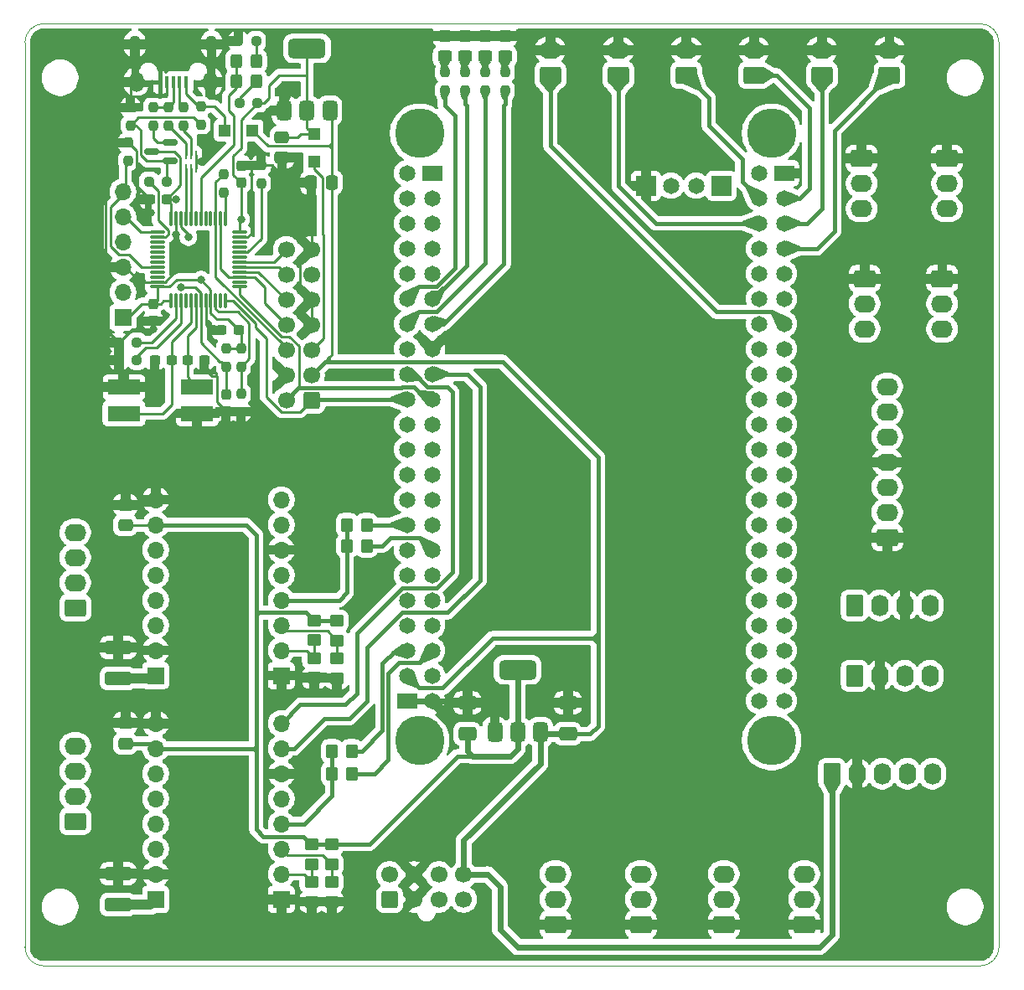
<source format=gbr>
%TF.GenerationSoftware,KiCad,Pcbnew,9.0.0*%
%TF.CreationDate,2025-05-01T09:51:47+02:00*%
%TF.ProjectId,Interco_weactH7,496e7465-7263-46f5-9f77-656163744837,rev?*%
%TF.SameCoordinates,Original*%
%TF.FileFunction,Copper,L1,Top*%
%TF.FilePolarity,Positive*%
%FSLAX46Y46*%
G04 Gerber Fmt 4.6, Leading zero omitted, Abs format (unit mm)*
G04 Created by KiCad (PCBNEW 9.0.0) date 2025-05-01 09:51:47*
%MOMM*%
%LPD*%
G01*
G04 APERTURE LIST*
G04 Aperture macros list*
%AMRoundRect*
0 Rectangle with rounded corners*
0 $1 Rounding radius*
0 $2 $3 $4 $5 $6 $7 $8 $9 X,Y pos of 4 corners*
0 Add a 4 corners polygon primitive as box body*
4,1,4,$2,$3,$4,$5,$6,$7,$8,$9,$2,$3,0*
0 Add four circle primitives for the rounded corners*
1,1,$1+$1,$2,$3*
1,1,$1+$1,$4,$5*
1,1,$1+$1,$6,$7*
1,1,$1+$1,$8,$9*
0 Add four rect primitives between the rounded corners*
20,1,$1+$1,$2,$3,$4,$5,0*
20,1,$1+$1,$4,$5,$6,$7,0*
20,1,$1+$1,$6,$7,$8,$9,0*
20,1,$1+$1,$8,$9,$2,$3,0*%
G04 Aperture macros list end*
%TA.AperFunction,ComponentPad*%
%ADD10RoundRect,0.250000X0.845000X-0.620000X0.845000X0.620000X-0.845000X0.620000X-0.845000X-0.620000X0*%
%TD*%
%TA.AperFunction,ComponentPad*%
%ADD11O,2.190000X1.740000*%
%TD*%
%TA.AperFunction,SMDPad,CuDef*%
%ADD12RoundRect,0.237500X-0.250000X-0.237500X0.250000X-0.237500X0.250000X0.237500X-0.250000X0.237500X0*%
%TD*%
%TA.AperFunction,SMDPad,CuDef*%
%ADD13RoundRect,0.237500X0.250000X0.237500X-0.250000X0.237500X-0.250000X-0.237500X0.250000X-0.237500X0*%
%TD*%
%TA.AperFunction,SMDPad,CuDef*%
%ADD14R,3.300000X1.540000*%
%TD*%
%TA.AperFunction,ComponentPad*%
%ADD15RoundRect,0.250000X-0.620000X-0.845000X0.620000X-0.845000X0.620000X0.845000X-0.620000X0.845000X0*%
%TD*%
%TA.AperFunction,ComponentPad*%
%ADD16O,1.740000X2.190000*%
%TD*%
%TA.AperFunction,SMDPad,CuDef*%
%ADD17RoundRect,0.250000X0.450000X-0.350000X0.450000X0.350000X-0.450000X0.350000X-0.450000X-0.350000X0*%
%TD*%
%TA.AperFunction,SMDPad,CuDef*%
%ADD18RoundRect,0.250000X0.475000X-0.337500X0.475000X0.337500X-0.475000X0.337500X-0.475000X-0.337500X0*%
%TD*%
%TA.AperFunction,SMDPad,CuDef*%
%ADD19RoundRect,0.237500X0.237500X-0.250000X0.237500X0.250000X-0.237500X0.250000X-0.237500X-0.250000X0*%
%TD*%
%TA.AperFunction,SMDPad,CuDef*%
%ADD20RoundRect,0.075000X0.075000X-0.662500X0.075000X0.662500X-0.075000X0.662500X-0.075000X-0.662500X0*%
%TD*%
%TA.AperFunction,SMDPad,CuDef*%
%ADD21RoundRect,0.075000X0.662500X-0.075000X0.662500X0.075000X-0.662500X0.075000X-0.662500X-0.075000X0*%
%TD*%
%TA.AperFunction,SMDPad,CuDef*%
%ADD22RoundRect,0.250000X0.350000X0.450000X-0.350000X0.450000X-0.350000X-0.450000X0.350000X-0.450000X0*%
%TD*%
%TA.AperFunction,SMDPad,CuDef*%
%ADD23RoundRect,0.375000X0.375000X-0.625000X0.375000X0.625000X-0.375000X0.625000X-0.375000X-0.625000X0*%
%TD*%
%TA.AperFunction,SMDPad,CuDef*%
%ADD24RoundRect,0.500000X1.400000X-0.500000X1.400000X0.500000X-1.400000X0.500000X-1.400000X-0.500000X0*%
%TD*%
%TA.AperFunction,ComponentPad*%
%ADD25C,5.000000*%
%TD*%
%TA.AperFunction,ComponentPad*%
%ADD26R,2.000000X2.000000*%
%TD*%
%TA.AperFunction,ComponentPad*%
%ADD27C,1.650000*%
%TD*%
%TA.AperFunction,ComponentPad*%
%ADD28R,2.000000X1.600000*%
%TD*%
%TA.AperFunction,SMDPad,CuDef*%
%ADD29RoundRect,0.237500X-0.237500X0.300000X-0.237500X-0.300000X0.237500X-0.300000X0.237500X0.300000X0*%
%TD*%
%TA.AperFunction,SMDPad,CuDef*%
%ADD30RoundRect,0.250000X-0.450000X0.325000X-0.450000X-0.325000X0.450000X-0.325000X0.450000X0.325000X0*%
%TD*%
%TA.AperFunction,SMDPad,CuDef*%
%ADD31R,0.450000X1.300000*%
%TD*%
%TA.AperFunction,HeatsinkPad*%
%ADD32O,1.150000X1.800000*%
%TD*%
%TA.AperFunction,HeatsinkPad*%
%ADD33O,1.450000X2.000000*%
%TD*%
%TA.AperFunction,SMDPad,CuDef*%
%ADD34RoundRect,0.237500X-0.237500X0.250000X-0.237500X-0.250000X0.237500X-0.250000X0.237500X0.250000X0*%
%TD*%
%TA.AperFunction,ComponentPad*%
%ADD35R,1.700000X1.700000*%
%TD*%
%TA.AperFunction,ComponentPad*%
%ADD36O,1.700000X1.700000*%
%TD*%
%TA.AperFunction,SMDPad,CuDef*%
%ADD37RoundRect,0.237500X0.237500X-0.300000X0.237500X0.300000X-0.237500X0.300000X-0.237500X-0.300000X0*%
%TD*%
%TA.AperFunction,SMDPad,CuDef*%
%ADD38RoundRect,0.250000X-0.325000X-0.450000X0.325000X-0.450000X0.325000X0.450000X-0.325000X0.450000X0*%
%TD*%
%TA.AperFunction,SMDPad,CuDef*%
%ADD39RoundRect,0.250000X1.100000X-0.412500X1.100000X0.412500X-1.100000X0.412500X-1.100000X-0.412500X0*%
%TD*%
%TA.AperFunction,SMDPad,CuDef*%
%ADD40RoundRect,0.250000X0.650000X-0.412500X0.650000X0.412500X-0.650000X0.412500X-0.650000X-0.412500X0*%
%TD*%
%TA.AperFunction,SMDPad,CuDef*%
%ADD41RoundRect,0.062500X0.062500X-0.350000X0.062500X0.350000X-0.062500X0.350000X-0.062500X-0.350000X0*%
%TD*%
%TA.AperFunction,SMDPad,CuDef*%
%ADD42R,1.200000X1.200000*%
%TD*%
%TA.AperFunction,ComponentPad*%
%ADD43RoundRect,0.250000X-0.845000X0.620000X-0.845000X-0.620000X0.845000X-0.620000X0.845000X0.620000X0*%
%TD*%
%TA.AperFunction,SMDPad,CuDef*%
%ADD44RoundRect,0.250000X0.325000X0.450000X-0.325000X0.450000X-0.325000X-0.450000X0.325000X-0.450000X0*%
%TD*%
%TA.AperFunction,ComponentPad*%
%ADD45RoundRect,0.250000X0.600000X-0.600000X0.600000X0.600000X-0.600000X0.600000X-0.600000X-0.600000X0*%
%TD*%
%TA.AperFunction,ComponentPad*%
%ADD46C,1.700000*%
%TD*%
%TA.AperFunction,SMDPad,CuDef*%
%ADD47RoundRect,0.237500X0.300000X0.237500X-0.300000X0.237500X-0.300000X-0.237500X0.300000X-0.237500X0*%
%TD*%
%TA.AperFunction,ComponentPad*%
%ADD48RoundRect,0.250000X0.600000X0.600000X-0.600000X0.600000X-0.600000X-0.600000X0.600000X-0.600000X0*%
%TD*%
%TA.AperFunction,SMDPad,CuDef*%
%ADD49RoundRect,0.237500X-0.300000X-0.237500X0.300000X-0.237500X0.300000X0.237500X-0.300000X0.237500X0*%
%TD*%
%TA.AperFunction,SMDPad,CuDef*%
%ADD50RoundRect,0.250000X0.337500X0.475000X-0.337500X0.475000X-0.337500X-0.475000X0.337500X-0.475000X0*%
%TD*%
%TA.AperFunction,SMDPad,CuDef*%
%ADD51RoundRect,0.150000X0.587500X0.150000X-0.587500X0.150000X-0.587500X-0.150000X0.587500X-0.150000X0*%
%TD*%
%TA.AperFunction,SMDPad,CuDef*%
%ADD52RoundRect,0.250000X-0.475000X0.337500X-0.475000X-0.337500X0.475000X-0.337500X0.475000X0.337500X0*%
%TD*%
%TA.AperFunction,ViaPad*%
%ADD53C,0.800000*%
%TD*%
%TA.AperFunction,Conductor*%
%ADD54C,0.400000*%
%TD*%
%TA.AperFunction,Conductor*%
%ADD55C,0.600000*%
%TD*%
%TA.AperFunction,Conductor*%
%ADD56C,0.250000*%
%TD*%
%TA.AperFunction,Conductor*%
%ADD57C,1.000000*%
%TD*%
%TA.AperFunction,Profile*%
%ADD58C,0.100000*%
%TD*%
G04 APERTURE END LIST*
D10*
%TO.P,J112,1,Pin_1*%
%TO.N,/WEACT/PE0*%
X101112000Y-43942000D03*
D11*
%TO.P,J112,2,Pin_2*%
%TO.N,GND*%
X101112000Y-41402000D03*
%TD*%
D12*
%TO.P,R307,1*%
%TO.N,/stlink/USB_RENUM*%
X46839500Y-54711161D03*
%TO.P,R307,2*%
%TO.N,Net-(Q301-B)*%
X48664500Y-54711161D03*
%TD*%
D13*
%TO.P,R316,1*%
%TO.N,+3.3VA*%
X57808500Y-46736000D03*
%TO.P,R316,2*%
%TO.N,Net-(D305-A)*%
X55983500Y-46736000D03*
%TD*%
D14*
%TO.P,Y301,1,1*%
%TO.N,/stlink/OSC_OUT*%
X51706000Y-75489161D03*
%TO.P,Y301,2,2*%
%TO.N,GND*%
X44306000Y-75489161D03*
%TO.P,Y301,3,3*%
%TO.N,/stlink/OSC_IN*%
X44306000Y-78129161D03*
%TO.P,Y301,4,4*%
%TO.N,GND*%
X51706000Y-78129161D03*
%TD*%
D10*
%TO.P,J104,1,Pin_1*%
%TO.N,GND*%
X87884000Y-129794000D03*
D11*
%TO.P,J104,2,Pin_2*%
%TO.N,+5V_PWR*%
X87884000Y-127254000D03*
%TO.P,J104,3,Pin_3*%
%TO.N,/PWM_SERVO4*%
X87884000Y-124714000D03*
%TD*%
D15*
%TO.P,J109,1,Pin_1*%
%TO.N,+5V_LOGIC*%
X115824000Y-114554000D03*
D16*
%TO.P,J109,2,Pin_2*%
%TO.N,GND*%
X118364000Y-114554000D03*
%TO.P,J109,3,Pin_3*%
%TO.N,/SB_RST*%
X120904000Y-114554000D03*
%TO.P,J109,4,Pin_4*%
%TO.N,/SB_TX*%
X123444000Y-114554000D03*
%TO.P,J109,5,Pin_5*%
%TO.N,/SB_RX*%
X125984000Y-114554000D03*
%TD*%
D17*
%TO.P,R408,1*%
%TO.N,GND*%
X65278000Y-127492000D03*
%TO.P,R408,2*%
%TO.N,Net-(U402-MS2)*%
X65278000Y-125492000D03*
%TD*%
D18*
%TO.P,C404,1*%
%TO.N,+3V3*%
X44450000Y-89451000D03*
%TO.P,C404,2*%
%TO.N,GND*%
X44450000Y-87376000D03*
%TD*%
D19*
%TO.P,R301,1*%
%TO.N,Net-(Q301-E)*%
X47244000Y-49019661D03*
%TO.P,R301,2*%
%TO.N,Net-(J301-D+)*%
X47244000Y-47194661D03*
%TD*%
D20*
%TO.P,U303,1,VBAT*%
%TO.N,+3.3VA*%
X49066000Y-66747661D03*
%TO.P,U303,2,PC13*%
%TO.N,Net-(U303-PC13)*%
X49566000Y-66747661D03*
%TO.P,U303,3,PC14*%
%TO.N,Net-(U303-PC14)*%
X50066000Y-66747661D03*
%TO.P,U303,4,PC15*%
%TO.N,unconnected-(U303-PC15-Pad4)*%
X50566000Y-66747661D03*
%TO.P,U303,5,PD0*%
%TO.N,/stlink/OSC_IN*%
X51066000Y-66747661D03*
%TO.P,U303,6,PD1*%
%TO.N,/stlink/OSC_OUT*%
X51566000Y-66747661D03*
%TO.P,U303,7,NRST*%
%TO.N,/stlink/SRST*%
X52066000Y-66747661D03*
%TO.P,U303,8,VSSA*%
%TO.N,GND*%
X52566000Y-66747661D03*
%TO.P,U303,9,VDDA*%
%TO.N,+3.3VA*%
X53066000Y-66747661D03*
%TO.P,U303,10,PA0*%
%TO.N,Net-(U303-PA0)*%
X53566000Y-66747661D03*
%TO.P,U303,11,PA1*%
%TO.N,unconnected-(U303-PA1-Pad11)*%
X54066000Y-66747661D03*
%TO.P,U303,12,PA2*%
%TO.N,/WEACT/USART2_RX*%
X54566000Y-66747661D03*
D21*
%TO.P,U303,13,PA3*%
%TO.N,/WEACT/USART2_TX*%
X55978500Y-65335161D03*
%TO.P,U303,14,PA4*%
%TO.N,unconnected-(U303-PA4-Pad14)*%
X55978500Y-64835161D03*
%TO.P,U303,15,PA5*%
%TO.N,/stlink/T_JTCK*%
X55978500Y-64335161D03*
%TO.P,U303,16,PA6*%
%TO.N,/stlink/T_JTDO*%
X55978500Y-63835161D03*
%TO.P,U303,17,PA7*%
%TO.N,/stlink/T_JTDI*%
X55978500Y-63335161D03*
%TO.P,U303,18,PB0*%
%TO.N,/stlink/T_NRST*%
X55978500Y-62835161D03*
%TO.P,U303,19,PB1*%
%TO.N,unconnected-(U303-PB1-Pad19)*%
X55978500Y-62335161D03*
%TO.P,U303,20,PB2*%
%TO.N,Net-(U303-PB2)*%
X55978500Y-61835161D03*
%TO.P,U303,21,PB10*%
%TO.N,unconnected-(U303-PB10-Pad21)*%
X55978500Y-61335161D03*
%TO.P,U303,22,PB11*%
%TO.N,unconnected-(U303-PB11-Pad22)*%
X55978500Y-60835161D03*
%TO.P,U303,23,VSS*%
%TO.N,GND*%
X55978500Y-60335161D03*
%TO.P,U303,24,VDD*%
%TO.N,+3.3VA*%
X55978500Y-59835161D03*
D20*
%TO.P,U303,25,PB12*%
%TO.N,Net-(U303-PB12)*%
X54566000Y-58422661D03*
%TO.P,U303,26,PB13*%
%TO.N,/stlink/T_JTCK*%
X54066000Y-58422661D03*
%TO.P,U303,27,PB14*%
%TO.N,/stlink/T_JTMS*%
X53566000Y-58422661D03*
%TO.P,U303,28,PB15*%
%TO.N,unconnected-(U303-PB15-Pad28)*%
X53066000Y-58422661D03*
%TO.P,U303,29,PA8*%
%TO.N,unconnected-(U303-PA8-Pad29)*%
X52566000Y-58422661D03*
%TO.P,U303,30,PA9*%
%TO.N,/stlink/LED*%
X52066000Y-58422661D03*
%TO.P,U303,31,PA10*%
%TO.N,/stlink/T_SWO*%
X51566000Y-58422661D03*
%TO.P,U303,32,PA11*%
%TO.N,Net-(U301-D-_in)*%
X51066000Y-58422661D03*
%TO.P,U303,33,PA12*%
%TO.N,Net-(U301-D+_in)*%
X50566000Y-58422661D03*
%TO.P,U303,34,PA13*%
%TO.N,/stlink/SWDIO*%
X50066000Y-58422661D03*
%TO.P,U303,35,VSS*%
%TO.N,GND*%
X49566000Y-58422661D03*
%TO.P,U303,36,VDD*%
%TO.N,+3.3VA*%
X49066000Y-58422661D03*
D21*
%TO.P,U303,37,PA14*%
%TO.N,/stlink/SWCLK*%
X47653500Y-59835161D03*
%TO.P,U303,38,PA15*%
%TO.N,/stlink/USB_RENUM*%
X47653500Y-60335161D03*
%TO.P,U303,39,PB3*%
%TO.N,unconnected-(U303-PB3-Pad39)*%
X47653500Y-60835161D03*
%TO.P,U303,40,PB4*%
%TO.N,unconnected-(U303-PB4-Pad40)*%
X47653500Y-61335161D03*
%TO.P,U303,41,PB5*%
%TO.N,unconnected-(U303-PB5-Pad41)*%
X47653500Y-61835161D03*
%TO.P,U303,42,PB6*%
%TO.N,unconnected-(U303-PB6-Pad42)*%
X47653500Y-62335161D03*
%TO.P,U303,43,PB7*%
%TO.N,unconnected-(U303-PB7-Pad43)*%
X47653500Y-62835161D03*
%TO.P,U303,44,BOOT0*%
%TO.N,/stlink/BOOT0*%
X47653500Y-63335161D03*
%TO.P,U303,45,PB8*%
%TO.N,unconnected-(U303-PB8-Pad45)*%
X47653500Y-63835161D03*
%TO.P,U303,46,PB9*%
%TO.N,unconnected-(U303-PB9-Pad46)*%
X47653500Y-64335161D03*
%TO.P,U303,47,VSS*%
%TO.N,GND*%
X47653500Y-64835161D03*
%TO.P,U303,48,VDD*%
%TO.N,+3.3VA*%
X47653500Y-65335161D03*
%TD*%
D13*
%TO.P,R315,1*%
%TO.N,Net-(U303-PC13)*%
X45616500Y-70967161D03*
%TO.P,R315,2*%
%TO.N,GND*%
X43791500Y-70967161D03*
%TD*%
D22*
%TO.P,R202,1*%
%TO.N,/WEACT/UART7_RX*%
X68818000Y-89408000D03*
%TO.P,R202,2*%
%TO.N,/TMC/UART1*%
X66818000Y-89408000D03*
%TD*%
D23*
%TO.P,U302,1,GND*%
%TO.N,GND*%
X60503000Y-47522161D03*
%TO.P,U302,2,VO*%
%TO.N,+3.3VA*%
X62803000Y-47522161D03*
D24*
X62803000Y-41222161D03*
D23*
%TO.P,U302,3,VI*%
%TO.N,+5V_LOGIC*%
X65103000Y-47522161D03*
%TD*%
D19*
%TO.P,R208,1*%
%TO.N,/WEACT/DBG4*%
X80792649Y-45475463D03*
%TO.P,R208,2*%
%TO.N,Net-(D204-A)*%
X80792649Y-43650463D03*
%TD*%
D25*
%TO.P,U201,0*%
%TO.N,N/C*%
X74168000Y-49828000D03*
X74168000Y-111208000D03*
X109728000Y-49828000D03*
X109728000Y-111208000D03*
D26*
%TO.P,U201,D1,3V3*%
%TO.N,/WEACT/VDD*%
X104648000Y-55118000D03*
D27*
%TO.P,U201,D2,SWDIO*%
%TO.N,/stlink/T_JTMS*%
X102108000Y-55118000D03*
%TO.P,U201,D3,SWDCK*%
%TO.N,/stlink/T_JTCK*%
X99568000Y-55118000D03*
D26*
%TO.P,U201,D4,GND*%
%TO.N,GND*%
X97028000Y-55118000D03*
D28*
%TO.P,U201,P1_1,GND*%
X110998000Y-53848000D03*
D27*
%TO.P,U201,P1_2,5V*%
%TO.N,unconnected-(U201A-5V-PadP1_2)*%
X108458000Y-53848000D03*
%TO.P,U201,P1_3,PE1*%
%TO.N,/WEACT/PE1*%
X110998000Y-56388000D03*
%TO.P,U201,P1_4,PE0*%
%TO.N,/WEACT/PE0*%
X108458000Y-56388000D03*
%TO.P,U201,P1_5,PB9*%
%TO.N,/WEACT/PB9*%
X110998000Y-58928000D03*
%TO.P,U201,P1_6,PB8*%
%TO.N,/WEACT/PB8*%
X108458000Y-58928000D03*
%TO.P,U201,P1_7,PB7*%
%TO.N,/WEACT/PB7*%
X110998000Y-61468000D03*
%TO.P,U201,P1_8,PB6*%
%TO.N,unconnected-(U201A-PB6-PadP1_8)*%
X108458000Y-61468000D03*
%TO.P,U201,P1_9,PB5*%
%TO.N,/PWM_SERVO6*%
X110998000Y-64008000D03*
%TO.P,U201,P1_10,PB4*%
%TO.N,unconnected-(U201A-PB4-PadP1_10)*%
X108458000Y-64008000D03*
%TO.P,U201,P1_11,PB3*%
%TO.N,unconnected-(U201A-PB3-PadP1_11)*%
X110998000Y-66548000D03*
%TO.P,U201,P1_12,PD7*%
%TO.N,unconnected-(U201A-PD7-PadP1_12)*%
X108458000Y-66548000D03*
%TO.P,U201,P1_13,PD6*%
%TO.N,/WEACT/PD6*%
X110998000Y-69088000D03*
%TO.P,U201,P1_14,PD5*%
%TO.N,/WEACT/PD5*%
X108458000Y-69088000D03*
%TO.P,U201,P1_15,PD4*%
%TO.N,unconnected-(U201A-PD4-PadP1_15)*%
X110998000Y-71628000D03*
%TO.P,U201,P1_16,PD3*%
%TO.N,/WEACT/PD3*%
X108458000Y-71628000D03*
%TO.P,U201,P1_17,PD2*%
%TO.N,unconnected-(U201A-PD2-PadP1_17)*%
X110998000Y-74168000D03*
%TO.P,U201,P1_18,PD1*%
%TO.N,unconnected-(U201A-PD1-PadP1_18)*%
X108458000Y-74168000D03*
%TO.P,U201,P1_19,PD0*%
%TO.N,unconnected-(U201A-PD0-PadP1_19)*%
X110998000Y-76708000D03*
%TO.P,U201,P1_20,PC12*%
%TO.N,/MOTOR_MOSI*%
X108458000Y-76708000D03*
%TO.P,U201,P1_21,PC11*%
%TO.N,/MOTOR_MISO*%
X110998000Y-79248000D03*
%TO.P,U201,P1_22,PC10*%
%TO.N,/MOTOR_SCK*%
X108458000Y-79248000D03*
%TO.P,U201,P1_23,PA15*%
%TO.N,/WEACT/SPI3_CS*%
X110998000Y-81788000D03*
%TO.P,U201,P1_24,PA12*%
%TO.N,/MOTOR_RX(IN)*%
X108458000Y-81788000D03*
%TO.P,U201,P1_25,PA11*%
%TO.N,/MOTOR_TX(OUT)*%
X110998000Y-84328000D03*
%TO.P,U201,P1_26,PA10*%
%TO.N,unconnected-(U201A-PA10-PadP1_26)*%
X108458000Y-84328000D03*
%TO.P,U201,P1_27,PA9*%
%TO.N,/PWM_SERVO4*%
X110998000Y-86868000D03*
%TO.P,U201,P1_28,PA8*%
%TO.N,/PWM_SERVO5*%
X108458000Y-86868000D03*
%TO.P,U201,P1_29,PC9*%
%TO.N,/PWM_SERVO3*%
X110998000Y-89408000D03*
%TO.P,U201,P1_30,PC8*%
%TO.N,/WEACT/TIM3_CH3*%
X108458000Y-89408000D03*
%TO.P,U201,P1_31,PC7*%
%TO.N,/LIDAR_TX*%
X110998000Y-91948000D03*
%TO.P,U201,P1_32,PC6*%
%TO.N,/LIDAR_RX*%
X108458000Y-91948000D03*
%TO.P,U201,P1_33,PD15*%
%TO.N,/PWM_SERVO1*%
X110998000Y-94488000D03*
%TO.P,U201,P1_34,PD14*%
%TO.N,/PWM_SERVO2*%
X108458000Y-94488000D03*
%TO.P,U201,P1_35,PD13*%
%TO.N,unconnected-(U201A-PD13-PadP1_35)*%
X110998000Y-97028000D03*
%TO.P,U201,P1_36,PD12*%
%TO.N,unconnected-(U201A-PD12-PadP1_36)*%
X108458000Y-97028000D03*
%TO.P,U201,P1_37,PD11*%
%TO.N,unconnected-(U201A-PD11-PadP1_37)*%
X110998000Y-99568000D03*
%TO.P,U201,P1_38,PD10*%
%TO.N,unconnected-(U201A-PD10-PadP1_38)*%
X108458000Y-99568000D03*
%TO.P,U201,P1_39,PD9*%
%TO.N,unconnected-(U201A-PD9-PadP1_39)*%
X110998000Y-102108000D03*
%TO.P,U201,P1_40,PD8*%
%TO.N,unconnected-(U201A-PD8-PadP1_40)*%
X108458000Y-102108000D03*
%TO.P,U201,P1_41,PB15*%
%TO.N,/SB_TX*%
X110998000Y-104648000D03*
%TO.P,U201,P1_42,PB14*%
%TO.N,/SB_RX*%
X108458000Y-104648000D03*
%TO.P,U201,P1_43,PB13*%
%TO.N,unconnected-(U201A-PB13-PadP1_43)*%
X110998000Y-107188000D03*
%TO.P,U201,P1_44,PB12*%
%TO.N,/SB_RST*%
X108458000Y-107188000D03*
D28*
%TO.P,U201,P2_1,GND*%
%TO.N,GND*%
X75438000Y-53848000D03*
D27*
%TO.P,U201,P2_2,3V3*%
%TO.N,unconnected-(U201B-3V3-PadP2_2)*%
X72898000Y-53848000D03*
%TO.P,U201,P2_3,PE2*%
%TO.N,unconnected-(U201B-PE2-PadP2_3)*%
X75438000Y-56388000D03*
%TO.P,U201,P2_4,PE3*%
%TO.N,unconnected-(U201B-PE3-PadP2_4)*%
X72898000Y-56388000D03*
%TO.P,U201,P2_5,PE4*%
%TO.N,unconnected-(U201B-PE4-PadP2_5)*%
X75438000Y-58928000D03*
%TO.P,U201,P2_6,PE5*%
%TO.N,unconnected-(U201B-PE5-PadP2_6)*%
X72898000Y-58928000D03*
%TO.P,U201,P2_7,PE6*%
%TO.N,unconnected-(U201B-PE6-PadP2_7)*%
X75438000Y-61468000D03*
%TO.P,U201,P2_8,VBAT*%
%TO.N,unconnected-(U201B-VBAT-PadP2_8)*%
X72898000Y-61468000D03*
%TO.P,U201,P2_9,PC13*%
%TO.N,unconnected-(U201B-PC13-PadP2_9)*%
X75438000Y-64008000D03*
%TO.P,U201,P2_10,NRST*%
%TO.N,/stlink/T_NRST*%
X72898000Y-64008000D03*
%TO.P,U201,P2_11,PC0*%
%TO.N,/WEACT/DBG1*%
X75438000Y-66548000D03*
%TO.P,U201,P2_12,PC1*%
%TO.N,/WEACT/DBG2*%
X72898000Y-66548000D03*
%TO.P,U201,P2_13,PC2*%
%TO.N,/WEACT/DBG3*%
X75438000Y-69088000D03*
%TO.P,U201,P2_14,PC3*%
%TO.N,/WEACT/DBG4*%
X72898000Y-69088000D03*
%TO.P,U201,P2_15,GND*%
%TO.N,GND*%
X75438000Y-71628000D03*
%TO.P,U201,P2_16,VREF+*%
%TO.N,unconnected-(U201B-VREF+-PadP2_16)*%
X72898000Y-71628000D03*
%TO.P,U201,P2_17,PA0*%
%TO.N,/WEACT/TIM5_CH1*%
X75438000Y-74168000D03*
%TO.P,U201,P2_18,PA1*%
%TO.N,/WEACT/PA1*%
X72898000Y-74168000D03*
%TO.P,U201,P2_19,PA2*%
%TO.N,/WEACT/USART2_TX*%
X75438000Y-76708000D03*
%TO.P,U201,P2_20,PA3*%
%TO.N,/WEACT/USART2_RX*%
X72898000Y-76708000D03*
%TO.P,U201,P2_21,PA4*%
%TO.N,/WEACT/PA4*%
X75438000Y-79248000D03*
%TO.P,U201,P2_22,PA5*%
%TO.N,/WEACT/TIM2_CH1*%
X72898000Y-79248000D03*
%TO.P,U201,P2_23,PA6*%
%TO.N,unconnected-(U201B-PA6-PadP2_23)*%
X75438000Y-81788000D03*
%TO.P,U201,P2_24,PA7*%
%TO.N,unconnected-(U201B-PA7-PadP2_24)*%
X72898000Y-81788000D03*
%TO.P,U201,P2_25,PC4*%
%TO.N,unconnected-(U201B-PC4-PadP2_25)*%
X75438000Y-84328000D03*
%TO.P,U201,P2_26,PC5*%
%TO.N,unconnected-(U201B-PC5-PadP2_26)*%
X72898000Y-84328000D03*
%TO.P,U201,P2_27,PB0*%
%TO.N,unconnected-(U201B-PB0-PadP2_27)*%
X75438000Y-86868000D03*
%TO.P,U201,P2_28,PB1*%
%TO.N,unconnected-(U201B-PB1-PadP2_28)*%
X72898000Y-86868000D03*
%TO.P,U201,P2_29,PB2*%
%TO.N,unconnected-(U201B-PB2-PadP2_29)*%
X75438000Y-89408000D03*
%TO.P,U201,P2_30,PE7*%
%TO.N,/WEACT/UART7_RX*%
X72898000Y-89408000D03*
%TO.P,U201,P2_31,PE8*%
%TO.N,/WEACT/UART7_TX*%
X75438000Y-91948000D03*
%TO.P,U201,P2_32,PE9*%
%TO.N,unconnected-(U201B-PE9-PadP2_32)*%
X72898000Y-91948000D03*
%TO.P,U201,P2_33,PE10*%
%TO.N,unconnected-(U201B-PE10-PadP2_33)*%
X75438000Y-94488000D03*
%TO.P,U201,P2_34,PE11*%
%TO.N,unconnected-(U201B-PE11-PadP2_34)*%
X72898000Y-94488000D03*
%TO.P,U201,P2_35,PE12*%
%TO.N,unconnected-(U201B-PE12-PadP2_35)*%
X75438000Y-97028000D03*
%TO.P,U201,P2_36,PE13*%
%TO.N,unconnected-(U201B-PE13-PadP2_36)*%
X72898000Y-97028000D03*
%TO.P,U201,P2_37,PE14*%
%TO.N,unconnected-(U201B-PE14-PadP2_37)*%
X75438000Y-99568000D03*
%TO.P,U201,P2_38,PE15*%
%TO.N,unconnected-(U201B-PE15-PadP2_38)*%
X72898000Y-99568000D03*
%TO.P,U201,P2_39,PB10*%
%TO.N,/WEACT/USART3_TX*%
X75438000Y-102108000D03*
%TO.P,U201,P2_40,PB11*%
%TO.N,/WEACT/USART3_RX*%
X72898000Y-102108000D03*
%TO.P,U201,P2_41,3V3*%
%TO.N,unconnected-(U201B-3V3-PadP2_41)*%
X75438000Y-104648000D03*
%TO.P,U201,P2_42,5V*%
%TO.N,+5V_LOGIC*%
X72898000Y-104648000D03*
%TO.P,U201,P2_43,GND*%
%TO.N,GND*%
X75438000Y-107188000D03*
D28*
%TO.P,U201,P2_44,GND*%
X72898000Y-107188000D03*
%TD*%
D10*
%TO.P,J115,1,Pin_1*%
%TO.N,/WEACT/PB9*%
X114808000Y-43942000D03*
D11*
%TO.P,J115,2,Pin_2*%
%TO.N,GND*%
X114808000Y-41402000D03*
%TD*%
D29*
%TO.P,C304,1*%
%TO.N,+3.3VA*%
X47244000Y-67056661D03*
%TO.P,C304,2*%
%TO.N,GND*%
X47244000Y-68781661D03*
%TD*%
D30*
%TO.P,D203,1,K*%
%TO.N,GND*%
X82804000Y-39988785D03*
%TO.P,D203,2,A*%
%TO.N,Net-(D203-A)*%
X82804000Y-42038785D03*
%TD*%
D31*
%TO.P,J301,1,VBUS*%
%TO.N,Net-(D302-A)*%
X50576000Y-44666161D03*
%TO.P,J301,2,D-*%
%TO.N,Net-(J301-D-)*%
X49926000Y-44666161D03*
%TO.P,J301,3,D+*%
%TO.N,Net-(J301-D+)*%
X49276000Y-44666161D03*
%TO.P,J301,4,ID*%
%TO.N,GND*%
X48626000Y-44666161D03*
%TO.P,J301,5,GND*%
X47976000Y-44666161D03*
D32*
%TO.P,J301,6,Shield*%
X53151000Y-40816161D03*
D33*
X53001000Y-44616161D03*
X45551000Y-44616161D03*
D32*
X45401000Y-40816161D03*
%TD*%
D30*
%TO.P,D201,1,K*%
%TO.N,GND*%
X78740000Y-39988785D03*
%TO.P,D201,2,A*%
%TO.N,Net-(D201-A)*%
X78740000Y-42038785D03*
%TD*%
D34*
%TO.P,R310,1*%
%TO.N,+3.3VA*%
X54610000Y-71578661D03*
%TO.P,R310,2*%
%TO.N,/stlink/SRST*%
X54610000Y-73403661D03*
%TD*%
D35*
%TO.P,U401,1,EN*%
%TO.N,GND*%
X60198000Y-104633000D03*
D36*
%TO.P,U401,2,MS1*%
%TO.N,Net-(U401-MS1)*%
X60198000Y-102093000D03*
%TO.P,U401,3,MS2*%
%TO.N,Net-(U401-MS2)*%
X60198000Y-99553000D03*
%TO.P,U401,4,PDN*%
%TO.N,/TMC/UART1*%
X60198000Y-97013000D03*
%TO.P,U401,5,PDN*%
%TO.N,unconnected-(U401-PDN-Pad5)*%
X60198000Y-94473000D03*
%TO.P,U401,6,CLK*%
%TO.N,GND*%
X60198000Y-91933000D03*
%TO.P,U401,7,STEP*%
%TO.N,/WEACT/TIM2_CH1*%
X60198000Y-89393000D03*
%TO.P,U401,8,DIR*%
%TO.N,/WEACT/PA4*%
X60198000Y-86853000D03*
%TO.P,U401,9,GND*%
%TO.N,GND*%
X47498000Y-86853000D03*
%TO.P,U401,10,VDD*%
%TO.N,+3V3*%
X47498000Y-89393000D03*
%TO.P,U401,11,B2*%
%TO.N,/TMC/B02*%
X47498000Y-91933000D03*
%TO.P,U401,12,B1*%
%TO.N,/TMC/B01*%
X47498000Y-94473000D03*
%TO.P,U401,13,A1*%
%TO.N,/TMC/A01*%
X47498000Y-97013000D03*
%TO.P,U401,14,A2*%
%TO.N,/TMC/A02*%
X47498000Y-99553000D03*
%TO.P,U401,15,GND*%
%TO.N,GND*%
X47498000Y-102093000D03*
D35*
%TO.P,U401,16,VM*%
%TO.N,+BATT*%
X47498000Y-104633000D03*
%TD*%
D15*
%TO.P,J107,1,Pin_1*%
%TO.N,/LIDAR_RX*%
X118110000Y-104648000D03*
D16*
%TO.P,J107,2,Pin_2*%
%TO.N,GND*%
X120650000Y-104648000D03*
%TO.P,J107,3,Pin_3*%
%TO.N,/LIDAR_TX*%
X123190000Y-104648000D03*
%TO.P,J107,4,Pin_4*%
%TO.N,+5V_LOGIC*%
X125730000Y-104648000D03*
%TD*%
D37*
%TO.P,C306,1*%
%TO.N,+3.3VA*%
X56134000Y-54811661D03*
%TO.P,C306,2*%
%TO.N,GND*%
X56134000Y-53086661D03*
%TD*%
D38*
%TO.P,D305,1,K*%
%TO.N,/stlink/LED*%
X55617000Y-44551161D03*
%TO.P,D305,2,A*%
%TO.N,Net-(D305-A)*%
X57667000Y-44551161D03*
%TD*%
D18*
%TO.P,C402,1*%
%TO.N,+3V3*%
X44450000Y-111506000D03*
%TO.P,C402,2*%
%TO.N,GND*%
X44450000Y-109431000D03*
%TD*%
D30*
%TO.P,D204,1,K*%
%TO.N,GND*%
X80792649Y-39988785D03*
%TO.P,D204,2,A*%
%TO.N,Net-(D204-A)*%
X80792649Y-42038785D03*
%TD*%
D35*
%TO.P,J302,1,Pin_1*%
%TO.N,+3.3VA*%
X44196000Y-68427161D03*
D36*
%TO.P,J302,2,Pin_2*%
%TO.N,/stlink/SRST*%
X44196000Y-65887161D03*
%TO.P,J302,3,Pin_3*%
%TO.N,GND*%
X44196000Y-63347161D03*
%TO.P,J302,4,Pin_4*%
%TO.N,/stlink/SWDIO*%
X44196000Y-60807161D03*
%TO.P,J302,5,Pin_5*%
%TO.N,/stlink/SWCLK*%
X44196000Y-58267161D03*
%TO.P,J302,6,Pin_6*%
%TO.N,/stlink/BOOT0*%
X44196000Y-55727161D03*
%TD*%
D39*
%TO.P,C403,1*%
%TO.N,+BATT*%
X43688000Y-104940500D03*
%TO.P,C403,2*%
%TO.N,GND*%
X43688000Y-101815500D03*
%TD*%
D10*
%TO.P,J101,1,Pin_1*%
%TO.N,GND*%
X113030000Y-129794000D03*
D11*
%TO.P,J101,2,Pin_2*%
%TO.N,+5V_PWR*%
X113030000Y-127254000D03*
%TO.P,J101,3,Pin_3*%
%TO.N,/PWM_SERVO1*%
X113030000Y-124714000D03*
%TD*%
D13*
%TO.P,R314,1*%
%TO.N,Net-(U303-PC14)*%
X45616500Y-72745161D03*
%TO.P,R314,2*%
%TO.N,GND*%
X43791500Y-72745161D03*
%TD*%
D19*
%TO.P,R306,1*%
%TO.N,Net-(Q301-B)*%
X44958000Y-49019661D03*
%TO.P,R306,2*%
%TO.N,GND*%
X44958000Y-47194661D03*
%TD*%
D40*
%TO.P,C101,1*%
%TO.N,+5V_LOGIC*%
X89154000Y-110528500D03*
%TO.P,C101,2*%
%TO.N,GND*%
X89154000Y-107403500D03*
%TD*%
D41*
%TO.P,U301,1,D+_in*%
%TO.N,Net-(U301-D+_in)*%
X50554000Y-53366661D03*
%TO.P,U301,2,D-_in*%
%TO.N,Net-(U301-D-_in)*%
X51054000Y-53366661D03*
%TO.P,U301,3,GND*%
%TO.N,GND*%
X51554000Y-53366661D03*
%TO.P,U301,4,NC*%
X51554000Y-51991661D03*
%TO.P,U301,5,D-_out*%
%TO.N,Net-(U301-D-_out)*%
X51054000Y-51991661D03*
%TO.P,U301,6,D+_out*%
%TO.N,Net-(U301-D+_out)*%
X50554000Y-51991661D03*
%TD*%
D34*
%TO.P,R308,1*%
%TO.N,+3.3VA*%
X56134000Y-71578661D03*
%TO.P,R308,2*%
%TO.N,Net-(U303-PA0)*%
X56134000Y-73403661D03*
%TD*%
%TO.P,R305,1*%
%TO.N,Net-(D302-A)*%
X52070000Y-47093500D03*
%TO.P,R305,2*%
%TO.N,Net-(Q301-B)*%
X52070000Y-48918500D03*
%TD*%
D17*
%TO.P,R402,1*%
%TO.N,GND*%
X63500000Y-104870000D03*
%TO.P,R402,2*%
%TO.N,Net-(U401-MS1)*%
X63500000Y-102870000D03*
%TD*%
D22*
%TO.P,R204,1*%
%TO.N,/WEACT/USART3_RX*%
X67294000Y-112268000D03*
%TO.P,R204,2*%
%TO.N,/TMC/UART2*%
X65294000Y-112268000D03*
%TD*%
D42*
%TO.P,D302,1,K*%
%TO.N,+5V_LOGIC*%
X57280000Y-49530000D03*
%TO.P,D302,2,A*%
%TO.N,Net-(D302-A)*%
X54480000Y-49530000D03*
%TD*%
D34*
%TO.P,R303,1*%
%TO.N,Net-(J301-D-)*%
X50292000Y-47194661D03*
%TO.P,R303,2*%
%TO.N,Net-(U301-D-_out)*%
X50292000Y-49019661D03*
%TD*%
D43*
%TO.P,J111,1,Pin_1*%
%TO.N,GND*%
X119126000Y-64516000D03*
D11*
%TO.P,J111,2,Pin_2*%
%TO.N,+5V_PWR*%
X119126000Y-67056000D03*
%TO.P,J111,3,Pin_3*%
%TO.N,/WEACT/PD5*%
X119126000Y-69596000D03*
%TD*%
D23*
%TO.P,U101,1,GND*%
%TO.N,GND*%
X81774000Y-110338000D03*
%TO.P,U101,2,VO*%
%TO.N,+3V3*%
X84074000Y-110338000D03*
D24*
X84074000Y-104038000D03*
D23*
%TO.P,U101,3,VI*%
%TO.N,+5V_LOGIC*%
X86374000Y-110338000D03*
%TD*%
D44*
%TO.P,D306,1,K*%
%TO.N,Net-(D306-K)*%
X57667000Y-42519161D03*
%TO.P,D306,2,A*%
%TO.N,/stlink/LED*%
X55617000Y-42519161D03*
%TD*%
D22*
%TO.P,R203,1*%
%TO.N,/WEACT/USART3_TX*%
X67294000Y-114554000D03*
%TO.P,R203,2*%
%TO.N,/TMC/UART2*%
X65294000Y-114554000D03*
%TD*%
D45*
%TO.P,J105,1,Pin_1*%
%TO.N,+BATT*%
X71120000Y-127254000D03*
D46*
%TO.P,J105,2,Pin_2*%
%TO.N,GND*%
X73620000Y-127254000D03*
%TO.P,J105,3,Pin_3*%
%TO.N,/9Vl*%
X76120000Y-127254000D03*
%TO.P,J105,4,Pin_4*%
%TO.N,+5V_PWR*%
X78620000Y-127254000D03*
%TO.P,J105,5,Pin_5*%
%TO.N,+BATT*%
X71120000Y-124754000D03*
%TO.P,J105,6,Pin_6*%
%TO.N,GND*%
X73620000Y-124754000D03*
%TO.P,J105,7,Pin_7*%
%TO.N,/12Vl*%
X76120000Y-124754000D03*
%TO.P,J105,8,Pin_8*%
%TO.N,+5V_LOGIC*%
X78620000Y-124754000D03*
%TD*%
D47*
%TO.P,C307,1*%
%TO.N,+3.3VA*%
X48614500Y-56489161D03*
%TO.P,C307,2*%
%TO.N,GND*%
X46889500Y-56489161D03*
%TD*%
D17*
%TO.P,R406,1*%
%TO.N,GND*%
X65786000Y-104886000D03*
%TO.P,R406,2*%
%TO.N,Net-(U401-MS2)*%
X65786000Y-102886000D03*
%TD*%
D10*
%TO.P,J120,1,Pin_1*%
%TO.N,/WEACT/PB7*%
X121646000Y-43942000D03*
D11*
%TO.P,J120,2,Pin_2*%
%TO.N,GND*%
X121646000Y-41402000D03*
%TD*%
D17*
%TO.P,R401,1*%
%TO.N,Net-(U401-MS1)*%
X63500000Y-101060000D03*
%TO.P,R401,2*%
%TO.N,+3V3*%
X63500000Y-99060000D03*
%TD*%
D47*
%TO.P,C303,1*%
%TO.N,+3.3VA*%
X55880000Y-69697161D03*
%TO.P,C303,2*%
%TO.N,GND*%
X54155000Y-69697161D03*
%TD*%
D48*
%TO.P,J117,1,Pin_1*%
%TO.N,/WEACT/USART2_RX*%
X63246000Y-76809161D03*
D46*
%TO.P,J117,2,Pin_2*%
%TO.N,/WEACT/USART2_TX*%
X60706000Y-76809161D03*
%TO.P,J117,3,Pin_3*%
%TO.N,+5V_LOGIC*%
X63246000Y-74269161D03*
%TO.P,J117,4,Pin_4*%
%TO.N,GND*%
X60706000Y-74269161D03*
%TO.P,J117,5,Pin_5*%
%TO.N,/stlink/3V3_TARGET*%
X63246000Y-71729161D03*
%TO.P,J117,6,Pin_6*%
%TO.N,/stlink/T_JTMS*%
X60706000Y-71729161D03*
%TO.P,J117,7,Pin_7*%
%TO.N,GND*%
X63246000Y-69189161D03*
%TO.P,J117,8,Pin_8*%
%TO.N,/stlink/T_JTCK*%
X60706000Y-69189161D03*
%TO.P,J117,9,Pin_9*%
%TO.N,GND*%
X63246000Y-66649161D03*
%TO.P,J117,10,Pin_10*%
%TO.N,/stlink/T_JTDO*%
X60706000Y-66649161D03*
%TO.P,J117,11,Pin_11*%
%TO.N,+3.3VA*%
X63246000Y-64109161D03*
%TO.P,J117,12,Pin_12*%
%TO.N,/stlink/T_JTDI*%
X60706000Y-64109161D03*
%TO.P,J117,13,Pin_13*%
%TO.N,GND*%
X63246000Y-61569161D03*
%TO.P,J117,14,Pin_14*%
%TO.N,/stlink/T_NRST*%
X60706000Y-61569161D03*
%TD*%
D19*
%TO.P,R313,1*%
%TO.N,/stlink/BOOT0*%
X44704000Y-52575661D03*
%TO.P,R313,2*%
%TO.N,GND*%
X44704000Y-50750661D03*
%TD*%
%TO.P,R205,1*%
%TO.N,/WEACT/DBG1*%
X78740000Y-45475463D03*
%TO.P,R205,2*%
%TO.N,Net-(D201-A)*%
X78740000Y-43650463D03*
%TD*%
D47*
%TO.P,C309,1*%
%TO.N,/stlink/OSC_IN*%
X49122500Y-72745161D03*
%TO.P,C309,2*%
%TO.N,GND*%
X47397500Y-72745161D03*
%TD*%
D34*
%TO.P,R302,1*%
%TO.N,Net-(J301-D+)*%
X48768000Y-47194661D03*
%TO.P,R302,2*%
%TO.N,Net-(U301-D+_out)*%
X48768000Y-49019661D03*
%TD*%
D49*
%TO.P,C308,1*%
%TO.N,/stlink/OSC_OUT*%
X50699500Y-72745161D03*
%TO.P,C308,2*%
%TO.N,GND*%
X52424500Y-72745161D03*
%TD*%
D10*
%TO.P,J116,1,Pin_1*%
%TO.N,/WEACT/PD6*%
X87376000Y-43942000D03*
D11*
%TO.P,J116,2,Pin_2*%
%TO.N,GND*%
X87376000Y-41402000D03*
%TD*%
D43*
%TO.P,J110,1,Pin_1*%
%TO.N,GND*%
X126976000Y-64516000D03*
D11*
%TO.P,J110,2,Pin_2*%
%TO.N,+5V_PWR*%
X126976000Y-67056000D03*
%TO.P,J110,3,Pin_3*%
%TO.N,/WEACT/PD3*%
X126976000Y-69596000D03*
%TD*%
D43*
%TO.P,J118,1,Pin_1*%
%TO.N,GND*%
X118831365Y-52356297D03*
D11*
%TO.P,J118,2,Pin_2*%
%TO.N,+5V_PWR*%
X118831365Y-54896297D03*
%TO.P,J118,3,Pin_3*%
%TO.N,/PWM_SERVO5*%
X118831365Y-57436297D03*
%TD*%
D15*
%TO.P,J108,1,Pin_1*%
%TO.N,/LIDAR_TX*%
X118110000Y-97536000D03*
D16*
%TO.P,J108,2,Pin_2*%
%TO.N,/WEACT/TIM3_CH3*%
X120650000Y-97536000D03*
%TO.P,J108,3,Pin_3*%
%TO.N,GND*%
X123190000Y-97536000D03*
%TO.P,J108,4,Pin_4*%
%TO.N,+5V_LOGIC*%
X125730000Y-97536000D03*
%TD*%
D10*
%TO.P,J401,1,Pin_1*%
%TO.N,/TMC/A02*%
X39370000Y-97790000D03*
D11*
%TO.P,J401,2,Pin_2*%
%TO.N,/TMC/A01*%
X39370000Y-95250000D03*
%TO.P,J401,3,Pin_3*%
%TO.N,/TMC/B01*%
X39370000Y-92710000D03*
%TO.P,J401,4,Pin_4*%
%TO.N,/TMC/B02*%
X39370000Y-90170000D03*
%TD*%
D22*
%TO.P,R201,1*%
%TO.N,/WEACT/UART7_TX*%
X68818000Y-91506000D03*
%TO.P,R201,2*%
%TO.N,/TMC/UART1*%
X66818000Y-91506000D03*
%TD*%
D17*
%TO.P,R405,1*%
%TO.N,Net-(U401-MS2)*%
X65786000Y-101076000D03*
%TO.P,R405,2*%
%TO.N,+3V3*%
X65786000Y-99076000D03*
%TD*%
D10*
%TO.P,J103,1,Pin_1*%
%TO.N,GND*%
X96520000Y-129794000D03*
D11*
%TO.P,J103,2,Pin_2*%
%TO.N,+5V_PWR*%
X96520000Y-127254000D03*
%TO.P,J103,3,Pin_3*%
%TO.N,/PWM_SERVO3*%
X96520000Y-124714000D03*
%TD*%
D10*
%TO.P,J106,1,Pin_1*%
%TO.N,GND*%
X121412000Y-90678000D03*
D11*
%TO.P,J106,2,Pin_2*%
%TO.N,/MOTOR_RX(IN)*%
X121412000Y-88138000D03*
%TO.P,J106,3,Pin_3*%
%TO.N,/MOTOR_TX(OUT)*%
X121412000Y-85598000D03*
%TO.P,J106,4,Pin_4*%
%TO.N,GND*%
X121412000Y-83058000D03*
%TO.P,J106,5,Pin_5*%
%TO.N,/MOTOR_SCK*%
X121412000Y-80518000D03*
%TO.P,J106,6,Pin_6*%
%TO.N,/MOTOR_MISO*%
X121412000Y-77978000D03*
%TO.P,J106,7,Pin_7*%
%TO.N,/MOTOR_MOSI*%
X121412000Y-75438000D03*
%TD*%
D34*
%TO.P,R309,1*%
%TO.N,Net-(U303-PA0)*%
X56134000Y-76150661D03*
%TO.P,R309,2*%
%TO.N,GND*%
X56134000Y-77975661D03*
%TD*%
D17*
%TO.P,R404,1*%
%TO.N,GND*%
X63246000Y-127492000D03*
%TO.P,R404,2*%
%TO.N,Net-(U402-MS1)*%
X63246000Y-125492000D03*
%TD*%
%TO.P,R403,1*%
%TO.N,Net-(U402-MS1)*%
X63246000Y-123682000D03*
%TO.P,R403,2*%
%TO.N,+3V3*%
X63246000Y-121682000D03*
%TD*%
D13*
%TO.P,R317,1*%
%TO.N,Net-(D306-K)*%
X57658000Y-40487161D03*
%TO.P,R317,2*%
%TO.N,GND*%
X55833000Y-40487161D03*
%TD*%
D43*
%TO.P,J119,1,Pin_1*%
%TO.N,GND*%
X127467365Y-52356297D03*
D11*
%TO.P,J119,2,Pin_2*%
%TO.N,+5V_PWR*%
X127467365Y-54896297D03*
%TO.P,J119,3,Pin_3*%
%TO.N,/PWM_SERVO6*%
X127467365Y-57436297D03*
%TD*%
D50*
%TO.P,C301,1*%
%TO.N,+5V_LOGIC*%
X65299500Y-54786161D03*
%TO.P,C301,2*%
%TO.N,GND*%
X63224500Y-54786161D03*
%TD*%
D10*
%TO.P,J102,1,Pin_1*%
%TO.N,GND*%
X104902000Y-129794000D03*
D11*
%TO.P,J102,2,Pin_2*%
%TO.N,+5V_PWR*%
X104902000Y-127254000D03*
%TO.P,J102,3,Pin_3*%
%TO.N,/PWM_SERVO2*%
X104902000Y-124714000D03*
%TD*%
D39*
%TO.P,C401,1*%
%TO.N,+BATT*%
X43688000Y-127800500D03*
%TO.P,C401,2*%
%TO.N,GND*%
X43688000Y-124675500D03*
%TD*%
D37*
%TO.P,C305,1*%
%TO.N,GND*%
X54610000Y-77925661D03*
%TO.P,C305,2*%
%TO.N,/stlink/SRST*%
X54610000Y-76200661D03*
%TD*%
D19*
%TO.P,R207,1*%
%TO.N,/WEACT/DBG3*%
X82804000Y-45475463D03*
%TO.P,R207,2*%
%TO.N,Net-(D203-A)*%
X82804000Y-43650463D03*
%TD*%
D40*
%TO.P,C108,1*%
%TO.N,+3V3*%
X78994000Y-110528500D03*
%TO.P,C108,2*%
%TO.N,GND*%
X78994000Y-107403500D03*
%TD*%
D10*
%TO.P,J121,1,Pin_1*%
%TO.N,/WEACT/PE1*%
X107950000Y-43942000D03*
D11*
%TO.P,J121,2,Pin_2*%
%TO.N,GND*%
X107950000Y-41402000D03*
%TD*%
D19*
%TO.P,R312,1*%
%TO.N,Net-(U303-PB12)*%
X54356000Y-55776500D03*
%TO.P,R312,2*%
%TO.N,/stlink/T_JTMS*%
X54356000Y-53951500D03*
%TD*%
D42*
%TO.P,D304,1,K*%
%TO.N,/stlink/3V3_TARGET*%
X63500000Y-52708000D03*
%TO.P,D304,2,A*%
%TO.N,+3.3VA*%
X63500000Y-49908000D03*
%TD*%
D19*
%TO.P,R206,1*%
%TO.N,/WEACT/DBG2*%
X76708000Y-45475463D03*
%TO.P,R206,2*%
%TO.N,Net-(D202-A)*%
X76708000Y-43650463D03*
%TD*%
D51*
%TO.P,Q301,1,B*%
%TO.N,Net-(Q301-B)*%
X48943500Y-52613161D03*
%TO.P,Q301,2,E*%
%TO.N,Net-(Q301-E)*%
X48943500Y-50713161D03*
%TO.P,Q301,3,C*%
%TO.N,+3.3VA*%
X47068500Y-51663161D03*
%TD*%
D10*
%TO.P,J114,1,Pin_1*%
%TO.N,/WEACT/PB8*%
X94254000Y-43942000D03*
D11*
%TO.P,J114,2,Pin_2*%
%TO.N,GND*%
X94254000Y-41402000D03*
%TD*%
D10*
%TO.P,J402,1,Pin_1*%
%TO.N,/TMC/A12*%
X39370000Y-119380000D03*
D11*
%TO.P,J402,2,Pin_2*%
%TO.N,/TMC/A11*%
X39370000Y-116840000D03*
%TO.P,J402,3,Pin_3*%
%TO.N,/TMC/B11*%
X39370000Y-114300000D03*
%TO.P,J402,4,Pin_4*%
%TO.N,/TMC/B12*%
X39370000Y-111760000D03*
%TD*%
D19*
%TO.P,R311,1*%
%TO.N,Net-(U303-PB2)*%
X58166000Y-54861661D03*
%TO.P,R311,2*%
%TO.N,GND*%
X58166000Y-53036661D03*
%TD*%
D35*
%TO.P,U402,1,EN*%
%TO.N,GND*%
X60198000Y-127254000D03*
D36*
%TO.P,U402,2,MS1*%
%TO.N,Net-(U402-MS1)*%
X60198000Y-124714000D03*
%TO.P,U402,3,MS2*%
%TO.N,Net-(U402-MS2)*%
X60198000Y-122174000D03*
%TO.P,U402,4,PDN*%
%TO.N,/TMC/UART2*%
X60198000Y-119634000D03*
%TO.P,U402,5,PDN*%
%TO.N,unconnected-(U402-PDN-Pad5)*%
X60198000Y-117094000D03*
%TO.P,U402,6,CLK*%
%TO.N,GND*%
X60198000Y-114554000D03*
%TO.P,U402,7,STEP*%
%TO.N,/WEACT/TIM5_CH1*%
X60198000Y-112014000D03*
%TO.P,U402,8,DIR*%
%TO.N,/WEACT/PA1*%
X60198000Y-109474000D03*
%TO.P,U402,9,GND*%
%TO.N,GND*%
X47498000Y-109474000D03*
%TO.P,U402,10,VDD*%
%TO.N,+3V3*%
X47498000Y-112014000D03*
%TO.P,U402,11,B2*%
%TO.N,/TMC/B12*%
X47498000Y-114554000D03*
%TO.P,U402,12,B1*%
%TO.N,/TMC/B11*%
X47498000Y-117094000D03*
%TO.P,U402,13,A1*%
%TO.N,/TMC/A11*%
X47498000Y-119634000D03*
%TO.P,U402,14,A2*%
%TO.N,/TMC/A12*%
X47498000Y-122174000D03*
%TO.P,U402,15,GND*%
%TO.N,GND*%
X47498000Y-124714000D03*
D35*
%TO.P,U402,16,VM*%
%TO.N,+BATT*%
X47498000Y-127254000D03*
%TD*%
D17*
%TO.P,R407,1*%
%TO.N,Net-(U402-MS2)*%
X65278000Y-123682000D03*
%TO.P,R407,2*%
%TO.N,+3V3*%
X65278000Y-121682000D03*
%TD*%
D52*
%TO.P,C302,1*%
%TO.N,+3.3VA*%
X60263000Y-50192661D03*
%TO.P,C302,2*%
%TO.N,GND*%
X60263000Y-52267661D03*
%TD*%
D30*
%TO.P,D202,1,K*%
%TO.N,GND*%
X76708000Y-39988785D03*
%TO.P,D202,2,A*%
%TO.N,Net-(D202-A)*%
X76708000Y-42038785D03*
%TD*%
D53*
%TO.N,GND*%
X68072000Y-63738125D03*
X41148000Y-82296000D03*
X101854000Y-120650000D03*
X41148000Y-74342625D03*
X56388000Y-110744000D03*
X109220000Y-120650000D03*
X68072000Y-58435875D03*
X55880000Y-91186000D03*
X47244000Y-69603161D03*
X68072000Y-61087000D03*
X113538000Y-102616000D03*
X53086000Y-110744000D03*
X68072000Y-55784750D03*
X56388000Y-113538000D03*
X53086000Y-113538000D03*
X64706500Y-82296000D03*
X41148000Y-50482500D03*
X78486000Y-99568000D03*
X47879000Y-82296000D03*
X100838000Y-60198000D03*
X78740000Y-76454000D03*
X41148000Y-58435875D03*
X64516000Y-94234000D03*
X68072000Y-82296000D03*
X57150000Y-53036661D03*
X44513500Y-82296000D03*
X54610000Y-82296000D03*
X68072000Y-71691500D03*
X118364000Y-120650000D03*
X68072000Y-74342625D03*
X52527420Y-73710580D03*
X60009000Y-53770161D03*
X50038000Y-91186000D03*
X94488000Y-120650000D03*
X103886000Y-60198000D03*
X105664000Y-92964000D03*
X41148000Y-53133625D03*
X68072000Y-47831375D03*
X118364000Y-125984000D03*
X52070000Y-52679161D03*
X41148000Y-76993750D03*
X41148000Y-66389250D03*
X68072000Y-39878000D03*
X68072000Y-69040375D03*
X68072000Y-50482500D03*
X53086000Y-69697161D03*
X68072000Y-45180250D03*
X46977000Y-57886161D03*
X80010000Y-70866000D03*
X41148000Y-55784750D03*
X68072000Y-53133625D03*
X113538000Y-115570000D03*
X89154000Y-105664000D03*
X41148000Y-39878000D03*
X95250000Y-66802000D03*
X53340000Y-124714000D03*
X81534000Y-74422000D03*
X41148000Y-69040375D03*
X49494091Y-63718091D03*
X51244500Y-82296000D03*
X68072000Y-66389250D03*
X78994000Y-105918000D03*
X49784000Y-113538000D03*
X41148000Y-42529125D03*
X41148000Y-71691500D03*
X57975500Y-82296000D03*
X88646000Y-55118000D03*
X50038000Y-87884000D03*
X41148000Y-63738125D03*
X49530000Y-60032161D03*
X69342000Y-94234000D03*
X60771000Y-46150161D03*
X122711790Y-60989790D03*
X41148000Y-45180250D03*
X77470000Y-96012000D03*
X113538000Y-95250000D03*
X49784000Y-110744000D03*
X85852000Y-120650000D03*
X101092000Y-66802000D03*
X84836000Y-66802000D03*
X68072000Y-79644875D03*
X117187041Y-61307041D03*
X47397500Y-73761161D03*
X41148000Y-47831375D03*
X125984000Y-120396000D03*
X41148000Y-79644875D03*
X41148000Y-61087000D03*
X61341000Y-82296000D03*
X68072000Y-42529125D03*
%TO.N,+3.3VA*%
X56134000Y-58521161D03*
X52070000Y-64617161D03*
X49530000Y-56489161D03*
%TO.N,/stlink/SRST*%
X50088741Y-65360161D03*
%TO.N,/stlink/SWDIO*%
X50800000Y-60299161D03*
%TD*%
D54*
%TO.N,+5V_LOGIC*%
X91694000Y-100838000D02*
X92202000Y-100330000D01*
D55*
X115824000Y-130810000D02*
X115824000Y-114554000D01*
D54*
X92202000Y-103632000D02*
X92202000Y-109728000D01*
D55*
X81026000Y-124714000D02*
X82296000Y-125984000D01*
D54*
X92202000Y-100838000D02*
X92202000Y-103632000D01*
D56*
X57280000Y-49530000D02*
X58856161Y-51106161D01*
D55*
X114554000Y-132080000D02*
X115824000Y-130810000D01*
D54*
X91401500Y-110528500D02*
X89154000Y-110528500D01*
X72898000Y-104648000D02*
X74124000Y-105874000D01*
D56*
X65024000Y-51106161D02*
X65024000Y-51075500D01*
D54*
X74124000Y-105874000D02*
X76498000Y-105874000D01*
X76498000Y-105874000D02*
X81534000Y-100838000D01*
D56*
X65067000Y-51075500D02*
X65299500Y-51308000D01*
X58856161Y-51106161D02*
X65024000Y-51106161D01*
X65299500Y-51308000D02*
X65299500Y-51054000D01*
D54*
X82550000Y-72898000D02*
X92202000Y-82550000D01*
X91694000Y-100838000D02*
X92202000Y-101346000D01*
D55*
X82296000Y-130302000D02*
X84074000Y-132080000D01*
D56*
X65074580Y-72440580D02*
X65299500Y-72215661D01*
X67818000Y-72898000D02*
X65074580Y-72898000D01*
X65024000Y-51075500D02*
X65067000Y-51075500D01*
X65247339Y-51106161D02*
X65299500Y-51054000D01*
D55*
X80986000Y-124754000D02*
X81026000Y-124714000D01*
D54*
X65024000Y-72898000D02*
X64617161Y-72898000D01*
D55*
X78620000Y-124754000D02*
X80986000Y-124754000D01*
X78620000Y-121278000D02*
X86374000Y-113524000D01*
D56*
X65299500Y-51054000D02*
X65299500Y-50800000D01*
D54*
X67818000Y-72898000D02*
X65024000Y-72898000D01*
D55*
X86374000Y-113524000D02*
X86374000Y-110338000D01*
D56*
X65299500Y-54786161D02*
X65299500Y-51308000D01*
D54*
X92202000Y-109728000D02*
X91401500Y-110528500D01*
X91694000Y-100838000D02*
X92202000Y-100838000D01*
D55*
X89154000Y-110528500D02*
X86564500Y-110528500D01*
D56*
X65299500Y-72215661D02*
X65299500Y-54786161D01*
X65024000Y-51075500D02*
X65299500Y-50800000D01*
D54*
X81534000Y-100838000D02*
X92202000Y-100838000D01*
X92202000Y-101346000D02*
X92202000Y-103632000D01*
D56*
X65024000Y-51106161D02*
X65247339Y-51106161D01*
X65074580Y-72898000D02*
X65074580Y-72440580D01*
D54*
X64617161Y-72898000D02*
X63246000Y-74269161D01*
X65024000Y-72898000D02*
X82550000Y-72898000D01*
D56*
X65299500Y-50800000D02*
X65299500Y-47718661D01*
D55*
X82296000Y-125984000D02*
X82296000Y-130302000D01*
X84074000Y-132080000D02*
X114554000Y-132080000D01*
X78620000Y-124754000D02*
X78620000Y-121278000D01*
D56*
X63246000Y-74269161D02*
X65074580Y-72440580D01*
D54*
X92202000Y-100330000D02*
X92202000Y-100838000D01*
X92202000Y-82550000D02*
X92202000Y-100330000D01*
D56*
%TO.N,GND*%
X53086000Y-69697161D02*
X52566000Y-69177161D01*
X52424500Y-72745161D02*
X52424500Y-73607661D01*
X45401000Y-40816161D02*
X45401000Y-44466161D01*
X62070000Y-65473161D02*
X62070000Y-62745161D01*
X43791500Y-72745161D02*
X43791500Y-74974661D01*
X44704000Y-50750661D02*
X42418000Y-50750661D01*
X46975000Y-87376000D02*
X47498000Y-86853000D01*
D55*
X72898000Y-107188000D02*
X78778500Y-107188000D01*
D56*
X62070000Y-62745161D02*
X63246000Y-61569161D01*
X63500000Y-104870000D02*
X65770000Y-104870000D01*
X53682000Y-74393161D02*
X53682000Y-76997661D01*
X52424500Y-73607661D02*
X52527420Y-73710580D01*
X57150000Y-59970339D02*
X57150000Y-53036661D01*
X46889500Y-56489161D02*
X46889500Y-57658661D01*
X127467365Y-52356297D02*
X118831365Y-52356297D01*
X48460178Y-64835161D02*
X49494091Y-63801248D01*
X53682000Y-76997661D02*
X54610000Y-77925661D01*
X46889500Y-57658661D02*
X46977000Y-57746161D01*
X47244000Y-69603161D02*
X47244000Y-68781661D01*
D55*
X81774000Y-107936000D02*
X81241500Y-107403500D01*
D56*
X45938000Y-64835161D02*
X44450000Y-63347161D01*
X78923562Y-39988785D02*
X80792649Y-39988785D01*
X47976000Y-45791161D02*
X48260000Y-46075161D01*
X46977000Y-57746161D02*
X46977000Y-57886161D01*
X63246000Y-66649161D02*
X62070000Y-65473161D01*
X62895500Y-54457161D02*
X60696000Y-54457161D01*
X47976000Y-44666161D02*
X47976000Y-45567161D01*
X54155000Y-69697161D02*
X53086000Y-69697161D01*
X42418000Y-47752000D02*
X42418000Y-51816000D01*
X48260000Y-46075161D02*
X48006000Y-46075161D01*
X43078839Y-63347161D02*
X44196000Y-63347161D01*
X42975339Y-47194661D02*
X42418000Y-47752000D01*
X42418000Y-50750661D02*
X42418000Y-51816000D01*
X60696000Y-54457161D02*
X60009000Y-53770161D01*
X58166000Y-53036661D02*
X57150000Y-53036661D01*
X49494091Y-63801248D02*
X49494091Y-63718091D01*
X47653500Y-64835161D02*
X45938000Y-64835161D01*
X47397500Y-74623661D02*
X46532000Y-75489161D01*
X65278000Y-127492000D02*
X63246000Y-127492000D01*
X58166000Y-53036661D02*
X59275500Y-53036661D01*
X45155500Y-69603161D02*
X47244000Y-69603161D01*
X52566000Y-69177161D02*
X52566000Y-66747661D01*
X42418000Y-62738000D02*
X42418000Y-51816000D01*
X45555000Y-55154661D02*
X45555000Y-51601661D01*
X43791500Y-72745161D02*
X43791500Y-70967161D01*
X52424500Y-73607660D02*
X53210001Y-74393161D01*
X60198000Y-53581161D02*
X60009000Y-53770161D01*
X51554000Y-52679161D02*
X51554000Y-51991661D01*
X54610000Y-77925661D02*
X51909500Y-77925661D01*
X53151000Y-40816161D02*
X53151000Y-44466161D01*
X51554000Y-53366661D02*
X51554000Y-52679161D01*
X60503000Y-46418161D02*
X60771000Y-46150161D01*
X46889500Y-56489161D02*
X45555000Y-55154661D01*
X49566000Y-58422661D02*
X49566000Y-59996161D01*
X59275500Y-53036661D02*
X60009000Y-53770161D01*
X55833000Y-40487161D02*
X53480000Y-40487161D01*
X47397500Y-72745161D02*
X47397500Y-73761161D01*
D54*
X44450000Y-109431000D02*
X47455000Y-109431000D01*
D56*
X47976000Y-45567161D02*
X47976000Y-46045161D01*
X60198000Y-52332661D02*
X60198000Y-53581161D01*
X76979284Y-39988785D02*
X78923562Y-39988785D01*
X49703984Y-63508199D02*
X49703984Y-60206145D01*
X43791500Y-70967161D02*
X42418000Y-69593661D01*
X43791500Y-70967161D02*
X45155500Y-69603161D01*
X48514000Y-46075161D02*
X48260000Y-46075161D01*
X52424500Y-72745161D02*
X52424500Y-73607660D01*
X44958000Y-46075161D02*
X44958000Y-45209161D01*
X47498000Y-124714000D02*
X43726500Y-124714000D01*
X57150000Y-53036661D02*
X56184000Y-53036661D01*
X63246000Y-61569161D02*
X63246000Y-54807661D01*
X46532000Y-75489161D02*
X44306000Y-75489161D01*
X44958000Y-45209161D02*
X45551000Y-44616161D01*
X63246000Y-69189161D02*
X63246000Y-66649161D01*
X63500000Y-104870000D02*
X60435000Y-104870000D01*
D55*
X81774000Y-110338000D02*
X81774000Y-107936000D01*
D56*
X56134000Y-77975661D02*
X54660000Y-77975661D01*
X51554000Y-52679161D02*
X52070000Y-52679161D01*
X42418000Y-69593661D02*
X42418000Y-64008000D01*
X49494091Y-63718091D02*
X49703984Y-63508199D01*
X43688000Y-101815500D02*
X47220500Y-101815500D01*
X49703984Y-60206145D02*
X49530000Y-60032161D01*
X47397500Y-73761161D02*
X47397500Y-74623661D01*
X44958000Y-47194661D02*
X44958000Y-46075161D01*
X45555000Y-51601661D02*
X44704000Y-50750661D01*
X47976000Y-46045161D02*
X48006000Y-46075161D01*
X56785178Y-60335161D02*
X57150000Y-59970339D01*
X60503000Y-47522161D02*
X60503000Y-46418161D01*
X49566000Y-59996161D02*
X49530000Y-60032161D01*
X48006000Y-46075161D02*
X44958000Y-46075161D01*
X63246000Y-127492000D02*
X60436000Y-127492000D01*
X48626000Y-45963161D02*
X48514000Y-46075161D01*
X44196000Y-63347161D02*
X43027161Y-63347161D01*
X55978500Y-60335161D02*
X56785178Y-60335161D01*
X82694150Y-39988785D02*
X80792649Y-39988785D01*
D55*
X81241500Y-107403500D02*
X78994000Y-107403500D01*
D56*
X44958000Y-47194661D02*
X42975339Y-47194661D01*
X48626000Y-44666161D02*
X48626000Y-45963161D01*
X47653500Y-64835161D02*
X48460178Y-64835161D01*
X44450000Y-87376000D02*
X46975000Y-87376000D01*
X47976000Y-45567161D02*
X47976000Y-45791161D01*
X42418000Y-64008000D02*
X43078839Y-63347161D01*
X43027161Y-63347161D02*
X42418000Y-62738000D01*
X53210001Y-74393161D02*
X53682000Y-74393161D01*
D55*
%TO.N,+3V3*%
X84074000Y-110338000D02*
X84074000Y-112014000D01*
D54*
X57658000Y-98497500D02*
X57891500Y-98264000D01*
X62449000Y-120885000D02*
X58401000Y-120885000D01*
X57658000Y-98030500D02*
X57658000Y-97536000D01*
X57658000Y-120142000D02*
X57658000Y-112522000D01*
D55*
X80010000Y-112776000D02*
X79502000Y-112776000D01*
X84074000Y-110338000D02*
X84074000Y-104038000D01*
D54*
X57658000Y-99314000D02*
X57658000Y-98497500D01*
X62704000Y-98264000D02*
X63500000Y-99060000D01*
X63246000Y-121682000D02*
X62449000Y-120885000D01*
X69072000Y-121682000D02*
X65278000Y-121682000D01*
D56*
X44450000Y-89451000D02*
X47440000Y-89451000D01*
D54*
X57658000Y-97536000D02*
X57658000Y-90424000D01*
X57658000Y-112522000D02*
X57658000Y-111760000D01*
X44450000Y-111506000D02*
X46990000Y-111506000D01*
X58401000Y-120885000D02*
X57658000Y-120142000D01*
X57404000Y-112014000D02*
X57658000Y-111760000D01*
X57658000Y-112268000D02*
X57658000Y-112522000D01*
X57658000Y-111760000D02*
X57658000Y-99314000D01*
X57891500Y-98264000D02*
X62704000Y-98264000D01*
X80010000Y-112776000D02*
X77978000Y-112776000D01*
X77978000Y-112776000D02*
X69072000Y-121682000D01*
X57891500Y-98264000D02*
X57658000Y-98030500D01*
X65786000Y-99076000D02*
X63516000Y-99076000D01*
X65278000Y-121682000D02*
X63246000Y-121682000D01*
D55*
X83312000Y-112776000D02*
X80010000Y-112776000D01*
X84074000Y-112014000D02*
X83312000Y-112776000D01*
D54*
X57658000Y-90424000D02*
X56627000Y-89393000D01*
X56627000Y-89393000D02*
X47498000Y-89393000D01*
X57658000Y-97536000D02*
X57658000Y-99314000D01*
X47498000Y-112014000D02*
X57404000Y-112014000D01*
D55*
X78994000Y-112268000D02*
X78994000Y-110528500D01*
X79502000Y-112776000D02*
X78994000Y-112268000D01*
D54*
X46990000Y-111506000D02*
X47498000Y-112014000D01*
X57404000Y-112014000D02*
X57658000Y-112268000D01*
D56*
%TO.N,Net-(D302-A)*%
X54480000Y-48130000D02*
X53443500Y-47093500D01*
X54480000Y-49530000D02*
X54480000Y-48130000D01*
X50576000Y-45853500D02*
X51816000Y-47093500D01*
X53443500Y-47093500D02*
X52070000Y-47093500D01*
X50576000Y-44666161D02*
X50576000Y-45853500D01*
%TO.N,+3.3VA*%
X53066000Y-65613161D02*
X52070000Y-64617161D01*
X53698646Y-68604411D02*
X53066000Y-67971765D01*
X50007000Y-55096661D02*
X50007000Y-52261839D01*
X49066000Y-66747661D02*
X48315000Y-66747661D01*
X58928000Y-46228000D02*
X58928000Y-44979146D01*
X50007000Y-52261839D02*
X49408322Y-51663161D01*
X48006000Y-67056661D02*
X47244000Y-67056661D01*
X56134000Y-54811661D02*
X55333000Y-54010661D01*
X61867500Y-50192661D02*
X62152161Y-49908000D01*
X58928000Y-44979146D02*
X59965146Y-43942000D01*
X47344500Y-67056661D02*
X47653500Y-66747661D01*
X55978500Y-59835161D02*
X55978500Y-58676661D01*
X47653500Y-65335161D02*
X48907706Y-65335161D01*
X62803000Y-49257161D02*
X63453839Y-49908000D01*
X56134000Y-71578661D02*
X56134000Y-69951161D01*
X62803000Y-47522161D02*
X62803000Y-43942000D01*
X54787250Y-68604411D02*
X53698646Y-68604411D01*
X56134000Y-51308000D02*
X56134000Y-48410500D01*
X53066000Y-67971765D02*
X53066000Y-66747661D01*
X62152161Y-49908000D02*
X63500000Y-49908000D01*
X48614500Y-56489161D02*
X50007000Y-55096661D01*
X59965146Y-43942000D02*
X62803000Y-43942000D01*
X56134000Y-48410500D02*
X57808500Y-46736000D01*
X62803000Y-47522161D02*
X62803000Y-49257161D01*
X55880000Y-69697161D02*
X54787250Y-68604411D01*
X49408322Y-51663161D02*
X47068500Y-51663161D01*
X53066000Y-66747661D02*
X53066000Y-65613161D01*
X57808500Y-46736000D02*
X58420000Y-46736000D01*
X55978500Y-58676661D02*
X56134000Y-58521161D01*
X55333000Y-52109000D02*
X56134000Y-51308000D01*
X47653500Y-66747661D02*
X47653500Y-65335161D01*
X58420000Y-46736000D02*
X58928000Y-46228000D01*
X56134000Y-71578661D02*
X54610000Y-71578661D01*
X48315000Y-66747661D02*
X48006000Y-67056661D01*
X49066000Y-58422661D02*
X49066000Y-56940661D01*
X44704000Y-68427161D02*
X46074500Y-67056661D01*
X49066000Y-56940661D02*
X48614500Y-56489161D01*
X46074500Y-67056661D02*
X47244000Y-67056661D01*
X49530000Y-56489161D02*
X48614500Y-56489161D01*
X60263000Y-50192661D02*
X61867500Y-50192661D01*
X55333000Y-54010661D02*
X55333000Y-52109000D01*
X49625706Y-64617161D02*
X52070000Y-64617161D01*
X56134000Y-54811661D02*
X56134000Y-58521161D01*
X62803000Y-43942000D02*
X62803000Y-41222161D01*
X48907706Y-65335161D02*
X49625706Y-64617161D01*
%TO.N,/stlink/SRST*%
X49961187Y-65418740D02*
X50030162Y-65418740D01*
X50030162Y-65418740D02*
X50088741Y-65360161D01*
X49863225Y-65385242D02*
X49833109Y-65385242D01*
X54102000Y-72895661D02*
X53998500Y-72895661D01*
X50021815Y-65360161D02*
X49968954Y-65413022D01*
X54610000Y-76200661D02*
X54610000Y-73403661D01*
X49916655Y-65413022D02*
X49901522Y-65397889D01*
X49815309Y-65403042D02*
X49815309Y-65410494D01*
X54610000Y-73403661D02*
X54102000Y-72895661D01*
X49901522Y-65397889D02*
X49875872Y-65397889D01*
X52066000Y-70963161D02*
X52066000Y-66747661D01*
X49815309Y-65410494D02*
X49863722Y-65458907D01*
X49921020Y-65458907D02*
X49961187Y-65418740D01*
X51485178Y-65360161D02*
X50021815Y-65360161D01*
X52066000Y-65940983D02*
X51485178Y-65360161D01*
X49875872Y-65397889D02*
X49863225Y-65385242D01*
X49968954Y-65413022D02*
X49916655Y-65413022D01*
X52066000Y-66747661D02*
X52066000Y-65940983D01*
X53998500Y-72895661D02*
X52066000Y-70963161D01*
X49833109Y-65385242D02*
X49815309Y-65403042D01*
X49863722Y-65458907D02*
X49921020Y-65458907D01*
%TO.N,/stlink/OSC_OUT*%
X50699500Y-70309661D02*
X51566000Y-69443161D01*
X50699500Y-72745161D02*
X50699500Y-70309661D01*
X51566000Y-69443161D02*
X51566000Y-66747661D01*
X50699500Y-74482661D02*
X51706000Y-75489161D01*
X50699500Y-72745161D02*
X50699500Y-74482661D01*
%TO.N,/stlink/OSC_IN*%
X49122500Y-70878661D02*
X51066000Y-68935161D01*
X49122500Y-72745161D02*
X49122500Y-77216661D01*
X48210000Y-78129161D02*
X44306000Y-78129161D01*
X49122500Y-77216661D02*
X48210000Y-78129161D01*
X51066000Y-68935161D02*
X51066000Y-66747661D01*
X49122500Y-72745161D02*
X49122500Y-70878661D01*
D57*
%TO.N,+BATT*%
X43688000Y-104940500D02*
X47190500Y-104940500D01*
X43688000Y-127800500D02*
X46951500Y-127800500D01*
X46951500Y-127800500D02*
X47498000Y-127254000D01*
D54*
%TO.N,Net-(D201-A)*%
X78740000Y-43650463D02*
X78740000Y-42038785D01*
%TO.N,Net-(D202-A)*%
X76708000Y-43650463D02*
X76708000Y-42038785D01*
%TO.N,Net-(D203-A)*%
X82804000Y-43650463D02*
X82804000Y-42038785D01*
D56*
X82694150Y-42038785D02*
X82694150Y-43540613D01*
D54*
%TO.N,Net-(D204-A)*%
X80792649Y-43650463D02*
X80792649Y-42038785D01*
D56*
%TO.N,/stlink/3V3_TARGET*%
X64386000Y-54313647D02*
X64386000Y-60009161D01*
X63784000Y-53735161D02*
X63807514Y-53735161D01*
X64422000Y-60045161D02*
X64422000Y-70553161D01*
X63807514Y-53735161D02*
X64386000Y-54313647D01*
X63500000Y-52708000D02*
X63500000Y-53451161D01*
X64386000Y-60009161D02*
X64422000Y-60045161D01*
X64422000Y-70553161D02*
X63246000Y-71729161D01*
X63500000Y-53451161D02*
X63784000Y-53735161D01*
%TO.N,Net-(D305-A)*%
X55983500Y-46736000D02*
X55983500Y-46234661D01*
X55983500Y-46234661D02*
X57667000Y-44551161D01*
%TO.N,/stlink/LED*%
X54864000Y-45974000D02*
X55617000Y-45221000D01*
X55617000Y-42519161D02*
X55617000Y-44551161D01*
X55406000Y-50948940D02*
X55406000Y-48040000D01*
X54864000Y-47498000D02*
X54864000Y-45974000D01*
X52066000Y-58422661D02*
X52066000Y-54288940D01*
X55617000Y-45221000D02*
X55617000Y-44551161D01*
X55406000Y-48040000D02*
X54864000Y-47498000D01*
X52066000Y-54288940D02*
X55406000Y-50948940D01*
%TO.N,Net-(D306-K)*%
X57667000Y-42519161D02*
X57667000Y-40496161D01*
%TO.N,Net-(J301-D-)*%
X49926000Y-46828661D02*
X50292000Y-47194661D01*
X49926000Y-44666161D02*
X49926000Y-46828661D01*
%TO.N,Net-(J301-D+)*%
X47244000Y-47194661D02*
X48768000Y-47194661D01*
X49276000Y-44666161D02*
X49276000Y-46686661D01*
X49276000Y-46686661D02*
X48768000Y-47194661D01*
%TO.N,/stlink/SWDIO*%
X50066000Y-59298161D02*
X50800000Y-60032161D01*
X50800000Y-60032161D02*
X50800000Y-60299161D01*
X50066000Y-58422661D02*
X50066000Y-59298161D01*
%TO.N,/stlink/SWCLK*%
X46018000Y-59835161D02*
X44450000Y-58267161D01*
X47653500Y-59835161D02*
X46018000Y-59835161D01*
%TO.N,/stlink/BOOT0*%
X44450000Y-53083661D02*
X44704000Y-52829661D01*
X44450000Y-55473161D02*
X44450000Y-53083661D01*
X43789161Y-62077161D02*
X42926000Y-61214000D01*
X42926000Y-61214000D02*
X42926000Y-57251161D01*
X44843116Y-62077161D02*
X43789161Y-62077161D01*
X42926000Y-57251161D02*
X44196000Y-55981161D01*
X46101116Y-63335161D02*
X44843116Y-62077161D01*
X47653500Y-63335161D02*
X46101116Y-63335161D01*
%TO.N,Net-(Q301-E)*%
X47665161Y-50713161D02*
X47244000Y-50292000D01*
X48943500Y-50713161D02*
X47665161Y-50713161D01*
X47244000Y-50292000D02*
X47244000Y-49019661D01*
%TO.N,Net-(Q301-B)*%
X46005000Y-52014483D02*
X46005000Y-49496661D01*
X52070000Y-48918500D02*
X51357661Y-48206161D01*
X48664500Y-52892161D02*
X48943500Y-52613161D01*
X46005000Y-49496661D02*
X45528000Y-49019661D01*
X45771500Y-48206161D02*
X44958000Y-49019661D01*
X46603678Y-52613161D02*
X46005000Y-52014483D01*
X51357661Y-48206161D02*
X45771500Y-48206161D01*
X45528000Y-49019661D02*
X44958000Y-49019661D01*
X48943500Y-52613161D02*
X46603678Y-52613161D01*
X48664500Y-54711161D02*
X48664500Y-52892161D01*
D54*
%TO.N,/TMC/UART1*%
X66040000Y-97013000D02*
X60198000Y-97013000D01*
X66818000Y-96235000D02*
X66040000Y-97013000D01*
X66818000Y-91506000D02*
X66818000Y-96235000D01*
X66818000Y-89408000D02*
X66818000Y-91506000D01*
%TO.N,/TMC/UART2*%
X62468000Y-119634000D02*
X60198000Y-119634000D01*
X65294000Y-116808000D02*
X62468000Y-119634000D01*
X65294000Y-112268000D02*
X65294000Y-114554000D01*
X65294000Y-114554000D02*
X65294000Y-116808000D01*
%TO.N,/WEACT/DBG1*%
X78740000Y-45475463D02*
X78740000Y-46806438D01*
X78923562Y-46990000D02*
X78923562Y-63168504D01*
X78923562Y-63168504D02*
X75544066Y-66548000D01*
X78740000Y-46806438D02*
X78923562Y-46990000D01*
%TO.N,/WEACT/DBG2*%
X74124000Y-65322000D02*
X75857826Y-65322000D01*
X75857826Y-65322000D02*
X77724000Y-63455826D01*
X77724000Y-48006000D02*
X76708000Y-46990000D01*
X72898000Y-66548000D02*
X74124000Y-65322000D01*
X76708000Y-46990000D02*
X76708000Y-45475463D01*
X77724000Y-63455826D02*
X77724000Y-48006000D01*
%TO.N,/WEACT/DBG3*%
X82694150Y-62998576D02*
X82694150Y-46990000D01*
X82804000Y-46880150D02*
X82804000Y-45475463D01*
X75438000Y-69088000D02*
X76604726Y-69088000D01*
X82694150Y-46990000D02*
X82804000Y-46880150D01*
X76604726Y-69088000D02*
X82694150Y-62998576D01*
%TO.N,/WEACT/DBG4*%
X72898000Y-69088000D02*
X74124000Y-67862000D01*
X74124000Y-67862000D02*
X75857826Y-67862000D01*
X80792649Y-62927177D02*
X80792649Y-45475463D01*
X75857826Y-67862000D02*
X80792649Y-62927177D01*
D56*
%TO.N,Net-(U301-D+_out)*%
X50554000Y-50805661D02*
X50554000Y-51991661D01*
X48768000Y-49019661D02*
X50554000Y-50805661D01*
%TO.N,Net-(U301-D-_out)*%
X51054000Y-50292000D02*
X50292000Y-49530000D01*
X50292000Y-49530000D02*
X50292000Y-49019661D01*
X51054000Y-51991661D02*
X51054000Y-50292000D01*
%TO.N,/stlink/USB_RENUM*%
X47752000Y-58626982D02*
X48768000Y-59642982D01*
X48478000Y-60335161D02*
X47653500Y-60335161D01*
X48768000Y-60045161D02*
X48478000Y-60335161D01*
X46839500Y-54711161D02*
X47752000Y-55623661D01*
X48768000Y-59642982D02*
X48768000Y-60045161D01*
X47752000Y-55623661D02*
X47752000Y-58626982D01*
%TO.N,Net-(U303-PA0)*%
X56935000Y-68991879D02*
X55820871Y-67877750D01*
X53889411Y-67877750D02*
X53566000Y-67554339D01*
X53566000Y-67554339D02*
X53566000Y-66747661D01*
X56134000Y-73403661D02*
X56935000Y-72602661D01*
X55820871Y-67877750D02*
X53889411Y-67877750D01*
X56935000Y-72602661D02*
X56935000Y-68991879D01*
X56134000Y-76150661D02*
X56134000Y-73403661D01*
%TO.N,Net-(U303-PB2)*%
X56785178Y-61835161D02*
X58166000Y-60454339D01*
X55978500Y-61835161D02*
X56785178Y-61835161D01*
X58166000Y-60454339D02*
X58166000Y-54861661D01*
%TO.N,Net-(U303-PB12)*%
X54566000Y-55986500D02*
X54566000Y-58422661D01*
%TO.N,/stlink/T_JTMS*%
X53555000Y-54752500D02*
X54356000Y-53951500D01*
X60706000Y-71490087D02*
X53566000Y-64350087D01*
X53566000Y-64350087D02*
X53566000Y-58422661D01*
X53555000Y-58411661D02*
X53555000Y-54752500D01*
%TO.N,Net-(U303-PC14)*%
X45616500Y-72745161D02*
X45616500Y-72390661D01*
X50066000Y-69057661D02*
X50066000Y-66747661D01*
X46532000Y-71475161D02*
X47648500Y-71475161D01*
X45616500Y-72390661D02*
X46532000Y-71475161D01*
X47648500Y-71475161D02*
X50066000Y-69057661D01*
%TO.N,Net-(U303-PC13)*%
X45616500Y-70967161D02*
X47142839Y-70967161D01*
X49566000Y-68544000D02*
X49566000Y-66747661D01*
X47142839Y-70967161D02*
X49566000Y-68544000D01*
%TO.N,Net-(U401-MS1)*%
X63500000Y-101060000D02*
X63500000Y-102870000D01*
X62723000Y-102093000D02*
X63500000Y-102870000D01*
X60198000Y-102093000D02*
X62723000Y-102093000D01*
%TO.N,Net-(U402-MS1)*%
X62468000Y-124714000D02*
X63246000Y-125492000D01*
X63246000Y-123682000D02*
X63246000Y-125492000D01*
X60198000Y-124714000D02*
X62468000Y-124714000D01*
%TO.N,Net-(U401-MS2)*%
X60779000Y-100134000D02*
X60198000Y-99553000D01*
X65786000Y-101076000D02*
X64844000Y-100134000D01*
X65786000Y-102886000D02*
X65786000Y-101076000D01*
X64844000Y-100134000D02*
X60779000Y-100134000D01*
%TO.N,Net-(U402-MS2)*%
X60198000Y-122174000D02*
X60780000Y-122756000D01*
X64352000Y-122756000D02*
X65278000Y-123682000D01*
X65278000Y-125492000D02*
X65278000Y-123682000D01*
X60780000Y-122756000D02*
X64352000Y-122756000D01*
D54*
%TO.N,/WEACT/PD6*%
X87376000Y-43942000D02*
X87376000Y-51054000D01*
X87376000Y-51054000D02*
X104184000Y-67862000D01*
X104184000Y-67862000D02*
X109772000Y-67862000D01*
X109772000Y-67862000D02*
X110998000Y-69088000D01*
D56*
%TO.N,/stlink/T_NRST*%
X59440000Y-62835161D02*
X60706000Y-61569161D01*
X55978500Y-62835161D02*
X59440000Y-62835161D01*
D54*
%TO.N,/WEACT/USART2_RX*%
X72898000Y-76708000D02*
X63347161Y-76708000D01*
D56*
X62070000Y-77985161D02*
X60218884Y-77985161D01*
X58674000Y-70541671D02*
X57600000Y-69467671D01*
X58674000Y-76440277D02*
X58674000Y-70541671D01*
X60218884Y-77985161D02*
X58674000Y-76440277D01*
X57600000Y-69020483D02*
X55327178Y-66747661D01*
X63246000Y-76809161D02*
X62070000Y-77985161D01*
X57600000Y-69467671D02*
X57600000Y-69020483D01*
X55327178Y-66747661D02*
X54566000Y-66747661D01*
D54*
%TO.N,/WEACT/TIM5_CH1*%
X80264000Y-75438000D02*
X78994000Y-74168000D01*
X77006000Y-98254000D02*
X80264000Y-94996000D01*
X67056000Y-108966000D02*
X68834000Y-107188000D01*
X60198000Y-112014000D02*
X61468000Y-112014000D01*
X78994000Y-74168000D02*
X75438000Y-74168000D01*
X80264000Y-94996000D02*
X80264000Y-75438000D01*
X72390174Y-98254000D02*
X77006000Y-98254000D01*
X64516000Y-108966000D02*
X67056000Y-108966000D01*
X68834000Y-101810174D02*
X72390174Y-98254000D01*
X68834000Y-107188000D02*
X68834000Y-101810174D01*
X61468000Y-112014000D02*
X64516000Y-108966000D01*
%TO.N,/WEACT/UART7_RX*%
X68818000Y-89408000D02*
X72898000Y-89408000D01*
%TO.N,/WEACT/PE0*%
X106772000Y-54702000D02*
X108458000Y-56388000D01*
X103378000Y-49022000D02*
X106772000Y-52416000D01*
X103378000Y-46208000D02*
X103378000Y-49022000D01*
X101112000Y-43942000D02*
X103378000Y-46208000D01*
X106772000Y-52416000D02*
X106772000Y-54702000D01*
%TO.N,/WEACT/PB8*%
X98036000Y-58928000D02*
X108458000Y-58928000D01*
X94254000Y-43942000D02*
X94254000Y-55146000D01*
X94254000Y-55146000D02*
X98036000Y-58928000D01*
%TO.N,/WEACT/PB9*%
X114808000Y-43942000D02*
X114808000Y-57404000D01*
X113284000Y-58928000D02*
X110998000Y-58928000D01*
X114808000Y-57404000D02*
X113284000Y-58928000D01*
D56*
%TO.N,/WEACT/USART2_TX*%
X55978500Y-65335161D02*
X55978500Y-66124777D01*
D54*
X73585000Y-75482000D02*
X74811000Y-76708000D01*
X60706000Y-76809161D02*
X61956999Y-75558161D01*
X61956999Y-75558161D02*
X72314013Y-75558161D01*
D56*
X60218884Y-70365161D02*
X61005116Y-70365161D01*
X61976000Y-75539161D02*
X60706000Y-76809161D01*
X61976000Y-71336045D02*
X61976000Y-75539161D01*
D54*
X72390174Y-75482000D02*
X73585000Y-75482000D01*
X72314013Y-75558161D02*
X72390174Y-75482000D01*
X74811000Y-76708000D02*
X75438000Y-76708000D01*
D56*
X61005116Y-70365161D02*
X61976000Y-71336045D01*
X55978500Y-66124777D02*
X60218884Y-70365161D01*
D54*
%TO.N,/WEACT/PA1*%
X73704174Y-74168000D02*
X72898000Y-74168000D01*
X67818000Y-100374174D02*
X72390174Y-95802000D01*
X74974174Y-75438000D02*
X73704174Y-74168000D01*
X66675000Y-107569000D02*
X67818000Y-106426000D01*
X67818000Y-106426000D02*
X67818000Y-100374174D01*
X77470000Y-94189826D02*
X77470000Y-75946000D01*
X77470000Y-75946000D02*
X76962000Y-75438000D01*
X60198000Y-109474000D02*
X62103000Y-107569000D01*
X76962000Y-75438000D02*
X74974174Y-75438000D01*
X72390174Y-95802000D02*
X75857826Y-95802000D01*
X75857826Y-95802000D02*
X77470000Y-94189826D01*
X62103000Y-107569000D02*
X66675000Y-107569000D01*
%TO.N,/WEACT/PB7*%
X121646000Y-43942000D02*
X116078000Y-49510000D01*
X114300000Y-61468000D02*
X116078000Y-59690000D01*
X110998000Y-61468000D02*
X114300000Y-61468000D01*
X116078000Y-49510000D02*
X116078000Y-59690000D01*
%TO.N,/WEACT/PE1*%
X112522000Y-56388000D02*
X110998000Y-56388000D01*
X113538000Y-47244000D02*
X113538000Y-55372000D01*
X107950000Y-43942000D02*
X110236000Y-43942000D01*
X110236000Y-43942000D02*
X113538000Y-47244000D01*
X113538000Y-55372000D02*
X112522000Y-56388000D01*
D56*
%TO.N,/stlink/T_JTCK*%
X55978500Y-64335161D02*
X57477161Y-64335161D01*
X55978500Y-64335161D02*
X54901161Y-64335161D01*
X54066000Y-63500000D02*
X54066000Y-58422661D01*
X58496419Y-66979581D02*
X60706000Y-69189161D01*
X58496419Y-65354419D02*
X58496419Y-66979581D01*
X54901161Y-64335161D02*
X54066000Y-63500000D01*
X57477161Y-64335161D02*
X58496419Y-65354419D01*
%TO.N,/WEACT/UART7_TX*%
X71120000Y-90797000D02*
X74287000Y-90797000D01*
D54*
X71052500Y-90864500D02*
X71120000Y-90797000D01*
X71052500Y-90864500D02*
X71195000Y-90722000D01*
X74212000Y-90722000D02*
X75438000Y-91948000D01*
X68818000Y-91506000D02*
X70411000Y-91506000D01*
X71195000Y-90722000D02*
X74212000Y-90722000D01*
D56*
X74287000Y-90797000D02*
X75438000Y-91948000D01*
D54*
X70411000Y-91506000D02*
X71052500Y-90864500D01*
D56*
%TO.N,Net-(U301-D+_in)*%
X50554000Y-53366661D02*
X50554000Y-58410661D01*
%TO.N,Net-(U301-D-_in)*%
X51054000Y-53366661D02*
X51054000Y-58410661D01*
%TO.N,/stlink/T_JTDI*%
X55978500Y-63335161D02*
X59932000Y-63335161D01*
X59932000Y-63335161D02*
X60706000Y-64109161D01*
%TO.N,/stlink/T_JTDO*%
X57892000Y-63835161D02*
X60706000Y-66649161D01*
X55978500Y-63835161D02*
X57892000Y-63835161D01*
D54*
%TO.N,/WEACT/USART3_TX*%
X71009637Y-104385363D02*
X71009637Y-113140363D01*
X72061000Y-103334000D02*
X71009637Y-104385363D01*
X71009637Y-113140363D02*
X69596000Y-114554000D01*
X74212000Y-103334000D02*
X72061000Y-103334000D01*
X75438000Y-102108000D02*
X74212000Y-103334000D01*
X69596000Y-114554000D02*
X67294000Y-114554000D01*
%TO.N,/WEACT/USART3_RX*%
X68326000Y-112268000D02*
X70409637Y-110184363D01*
X67294000Y-112268000D02*
X68326000Y-112268000D01*
X71731274Y-102108000D02*
X72898000Y-102108000D01*
X70409637Y-110184363D02*
X70409637Y-103429637D01*
X70409637Y-103429637D02*
X71731274Y-102108000D01*
%TD*%
%TA.AperFunction,Conductor*%
%TO.N,Net-(D204-A)*%
G36*
X80800638Y-42045251D02*
G01*
X81360681Y-42568646D01*
X81364385Y-42576798D01*
X81362675Y-42583295D01*
X80996071Y-43183186D01*
X80988833Y-43188458D01*
X80986088Y-43188785D01*
X80599210Y-43188785D01*
X80590937Y-43185358D01*
X80589227Y-43183186D01*
X80222622Y-42583295D01*
X80221232Y-42574449D01*
X80224614Y-42568647D01*
X80784660Y-42045250D01*
X80793045Y-42042106D01*
X80800638Y-42045251D01*
G37*
%TD.AperFunction*%
%TD*%
%TA.AperFunction,Conductor*%
%TO.N,Net-(D203-A)*%
G36*
X82811989Y-42045251D02*
G01*
X83372032Y-42568646D01*
X83375736Y-42576798D01*
X83374026Y-42583295D01*
X83007422Y-43183186D01*
X83000184Y-43188458D01*
X82997439Y-43188785D01*
X82610561Y-43188785D01*
X82602288Y-43185358D01*
X82600578Y-43183186D01*
X82233973Y-42583295D01*
X82232583Y-42574449D01*
X82235965Y-42568647D01*
X82796011Y-42045250D01*
X82804396Y-42042106D01*
X82811989Y-42045251D01*
G37*
%TD.AperFunction*%
%TD*%
%TA.AperFunction,Conductor*%
%TO.N,GND*%
G36*
X58852901Y-98992502D02*
G01*
X58899394Y-99046158D01*
X58909498Y-99116432D01*
X58904613Y-99137436D01*
X58872952Y-99234878D01*
X58872951Y-99234883D01*
X58872951Y-99234884D01*
X58839500Y-99446084D01*
X58839500Y-99659916D01*
X58872951Y-99871116D01*
X58872952Y-99871121D01*
X58931014Y-100049819D01*
X58939028Y-100074483D01*
X59036106Y-100265009D01*
X59161794Y-100438004D01*
X59161796Y-100438006D01*
X59161798Y-100438009D01*
X59312990Y-100589201D01*
X59312993Y-100589203D01*
X59312996Y-100589206D01*
X59485991Y-100714894D01*
X59485996Y-100714896D01*
X59487088Y-100715566D01*
X59487417Y-100715930D01*
X59489996Y-100717804D01*
X59489602Y-100718345D01*
X59534721Y-100768213D01*
X59546328Y-100838255D01*
X59518226Y-100903453D01*
X59489870Y-100928023D01*
X59489996Y-100928196D01*
X59487982Y-100929658D01*
X59487088Y-100930434D01*
X59485987Y-100931108D01*
X59312993Y-101056796D01*
X59312990Y-101056798D01*
X59161798Y-101207990D01*
X59161796Y-101207993D01*
X59036108Y-101380987D01*
X58939029Y-101571515D01*
X58939026Y-101571521D01*
X58872952Y-101774878D01*
X58872951Y-101774883D01*
X58872951Y-101774884D01*
X58839500Y-101986084D01*
X58839500Y-102199916D01*
X58872951Y-102411116D01*
X58872952Y-102411121D01*
X58938965Y-102614289D01*
X58939028Y-102614483D01*
X59036103Y-102805003D01*
X59036108Y-102805012D01*
X59037484Y-102806906D01*
X59161794Y-102978004D01*
X59161796Y-102978006D01*
X59161798Y-102978009D01*
X59265159Y-103081370D01*
X59299185Y-103143682D01*
X59294120Y-103214497D01*
X59251573Y-103271333D01*
X59220097Y-103288521D01*
X59102033Y-103332556D01*
X58985095Y-103420095D01*
X58897555Y-103537034D01*
X58897555Y-103537035D01*
X58846505Y-103673906D01*
X58840000Y-103734402D01*
X58840000Y-104133000D01*
X60132174Y-104133000D01*
X60005007Y-104167075D01*
X59890993Y-104232901D01*
X59797901Y-104325993D01*
X59732075Y-104440007D01*
X59698000Y-104567174D01*
X59698000Y-104698826D01*
X59732075Y-104825993D01*
X59797901Y-104940007D01*
X59890993Y-105033099D01*
X60005007Y-105098925D01*
X60132174Y-105133000D01*
X60263826Y-105133000D01*
X60390993Y-105098925D01*
X60505007Y-105033099D01*
X60598099Y-104940007D01*
X60663925Y-104825993D01*
X60698000Y-104698826D01*
X60698000Y-104567174D01*
X60663925Y-104440007D01*
X60598099Y-104325993D01*
X60505007Y-104232901D01*
X60390993Y-104167075D01*
X60263826Y-104133000D01*
X61556000Y-104133000D01*
X61556000Y-103734414D01*
X61555999Y-103734402D01*
X61549494Y-103673906D01*
X61498444Y-103537035D01*
X61498444Y-103537034D01*
X61410904Y-103420095D01*
X61293965Y-103332555D01*
X61175903Y-103288521D01*
X61119067Y-103245974D01*
X61094256Y-103179454D01*
X61109347Y-103110080D01*
X61130837Y-103081372D01*
X61234206Y-102978004D01*
X61359894Y-102805009D01*
X61364844Y-102795294D01*
X61413593Y-102743680D01*
X61477109Y-102726500D01*
X62165500Y-102726500D01*
X62233621Y-102746502D01*
X62280114Y-102800158D01*
X62291500Y-102852500D01*
X62291500Y-103270544D01*
X62302112Y-103374425D01*
X62357885Y-103542738D01*
X62450970Y-103693652D01*
X62450975Y-103693658D01*
X62538576Y-103781259D01*
X62572602Y-103843571D01*
X62567537Y-103914386D01*
X62538576Y-103959449D01*
X62451370Y-104046654D01*
X62451365Y-104046660D01*
X62358340Y-104197478D01*
X62302607Y-104365668D01*
X62302607Y-104365669D01*
X62302165Y-104370000D01*
X64771809Y-104370000D01*
X64826300Y-104386000D01*
X65660000Y-104386000D01*
X65728121Y-104406002D01*
X65774614Y-104459658D01*
X65786000Y-104512000D01*
X65786000Y-104886000D01*
X66160000Y-104886000D01*
X66228121Y-104906002D01*
X66274614Y-104959658D01*
X66286000Y-105012000D01*
X66286000Y-105994000D01*
X66286517Y-105994000D01*
X66286516Y-105993999D01*
X66390318Y-105983394D01*
X66390321Y-105983393D01*
X66558525Y-105927657D01*
X66709339Y-105834634D01*
X66709345Y-105834629D01*
X66834629Y-105709345D01*
X66834634Y-105709339D01*
X66876259Y-105641855D01*
X66929045Y-105594377D01*
X66999120Y-105582974D01*
X67064235Y-105611266D01*
X67103718Y-105670272D01*
X67109500Y-105708002D01*
X67109500Y-106080339D01*
X67089498Y-106148460D01*
X67072595Y-106169434D01*
X66418434Y-106823595D01*
X66356122Y-106857621D01*
X66329339Y-106860500D01*
X62033216Y-106860500D01*
X61956611Y-106875738D01*
X61896338Y-106887727D01*
X61896336Y-106887727D01*
X61896331Y-106887729D01*
X61881601Y-106893830D01*
X61881602Y-106893831D01*
X61767399Y-106941135D01*
X61651358Y-107018671D01*
X61651357Y-107018672D01*
X60565794Y-108104233D01*
X60503482Y-108138258D01*
X60456989Y-108139586D01*
X60409130Y-108132006D01*
X60304916Y-108115500D01*
X60091084Y-108115500D01*
X59879884Y-108148951D01*
X59879878Y-108148952D01*
X59676521Y-108215026D01*
X59676515Y-108215029D01*
X59485987Y-108312108D01*
X59312993Y-108437796D01*
X59312990Y-108437798D01*
X59161798Y-108588990D01*
X59161796Y-108588993D01*
X59036108Y-108761987D01*
X58939029Y-108952515D01*
X58939026Y-108952521D01*
X58872952Y-109155878D01*
X58872951Y-109155883D01*
X58872951Y-109155884D01*
X58839500Y-109367084D01*
X58839500Y-109580916D01*
X58871522Y-109783095D01*
X58872952Y-109792121D01*
X58938965Y-109995289D01*
X58939028Y-109995483D01*
X59036106Y-110186009D01*
X59036108Y-110186012D01*
X59067182Y-110228781D01*
X59161794Y-110359004D01*
X59161796Y-110359006D01*
X59161798Y-110359009D01*
X59312990Y-110510201D01*
X59312993Y-110510203D01*
X59312996Y-110510206D01*
X59485991Y-110635894D01*
X59485996Y-110635896D01*
X59487088Y-110636566D01*
X59487418Y-110636931D01*
X59489996Y-110638804D01*
X59489602Y-110639345D01*
X59534721Y-110689213D01*
X59546328Y-110759255D01*
X59518226Y-110824453D01*
X59489870Y-110849023D01*
X59489996Y-110849196D01*
X59487982Y-110850658D01*
X59487088Y-110851434D01*
X59485987Y-110852108D01*
X59312993Y-110977796D01*
X59312990Y-110977798D01*
X59161798Y-111128990D01*
X59161796Y-111128993D01*
X59036108Y-111301987D01*
X58939029Y-111492515D01*
X58939026Y-111492521D01*
X58872952Y-111695878D01*
X58872951Y-111695883D01*
X58872951Y-111695884D01*
X58839500Y-111907084D01*
X58839500Y-112120916D01*
X58872951Y-112332116D01*
X58872952Y-112332121D01*
X58939026Y-112535478D01*
X58939028Y-112535483D01*
X59036106Y-112726009D01*
X59161794Y-112899004D01*
X59161796Y-112899006D01*
X59161798Y-112899009D01*
X59312990Y-113050201D01*
X59312993Y-113050203D01*
X59312996Y-113050206D01*
X59485991Y-113175894D01*
X59486001Y-113175899D01*
X59487567Y-113176859D01*
X59488042Y-113177384D01*
X59489996Y-113178804D01*
X59489697Y-113179214D01*
X59535200Y-113229505D01*
X59546808Y-113299546D01*
X59518707Y-113364745D01*
X59490157Y-113389485D01*
X59490258Y-113389624D01*
X59488644Y-113390796D01*
X59487574Y-113391724D01*
X59486255Y-113392532D01*
X59313320Y-113518177D01*
X59162177Y-113669320D01*
X59036536Y-113842249D01*
X58939491Y-114032710D01*
X58932574Y-114053999D01*
X58932574Y-114054000D01*
X60132174Y-114054000D01*
X60005007Y-114088075D01*
X59890993Y-114153901D01*
X59797901Y-114246993D01*
X59732075Y-114361007D01*
X59698000Y-114488174D01*
X59698000Y-114619826D01*
X59732075Y-114746993D01*
X59797901Y-114861007D01*
X59890993Y-114954099D01*
X60005007Y-115019925D01*
X60132174Y-115054000D01*
X58932574Y-115054000D01*
X58939491Y-115075289D01*
X59036536Y-115265750D01*
X59162177Y-115438679D01*
X59313320Y-115589822D01*
X59486244Y-115715460D01*
X59487560Y-115716266D01*
X59487955Y-115716703D01*
X59490258Y-115718376D01*
X59489906Y-115718859D01*
X59535196Y-115768910D01*
X59546809Y-115838950D01*
X59518712Y-115904150D01*
X59489925Y-115929098D01*
X59489996Y-115929196D01*
X59488862Y-115930019D01*
X59487580Y-115931131D01*
X59485998Y-115932100D01*
X59312993Y-116057796D01*
X59312990Y-116057798D01*
X59161798Y-116208990D01*
X59161796Y-116208993D01*
X59036108Y-116381987D01*
X58939029Y-116572515D01*
X58939026Y-116572521D01*
X58872952Y-116775878D01*
X58872951Y-116775883D01*
X58872951Y-116775884D01*
X58839500Y-116987084D01*
X58839500Y-117200916D01*
X58872951Y-117412116D01*
X58872952Y-117412121D01*
X58921810Y-117562492D01*
X58939028Y-117615483D01*
X59036106Y-117806009D01*
X59161794Y-117979004D01*
X59161796Y-117979006D01*
X59161798Y-117979009D01*
X59312990Y-118130201D01*
X59312993Y-118130203D01*
X59312996Y-118130206D01*
X59485991Y-118255894D01*
X59485996Y-118255896D01*
X59487088Y-118256566D01*
X59487418Y-118256931D01*
X59489996Y-118258804D01*
X59489602Y-118259345D01*
X59534721Y-118309213D01*
X59546328Y-118379255D01*
X59518226Y-118444453D01*
X59489870Y-118469023D01*
X59489996Y-118469196D01*
X59487982Y-118470658D01*
X59487088Y-118471434D01*
X59485987Y-118472108D01*
X59312993Y-118597796D01*
X59312990Y-118597798D01*
X59161798Y-118748990D01*
X59161796Y-118748993D01*
X59036108Y-118921987D01*
X58939029Y-119112515D01*
X58939026Y-119112521D01*
X58872952Y-119315878D01*
X58872951Y-119315883D01*
X58872951Y-119315884D01*
X58839500Y-119527084D01*
X58839500Y-119740916D01*
X58868053Y-119921192D01*
X58872952Y-119952123D01*
X58872953Y-119952124D01*
X58892266Y-120011565D01*
X58893081Y-120040131D01*
X58897151Y-120068432D01*
X58894082Y-120075151D01*
X58894293Y-120082532D01*
X58879532Y-120107008D01*
X58867657Y-120133012D01*
X58861444Y-120137004D01*
X58857630Y-120143330D01*
X58831975Y-120155943D01*
X58807931Y-120171396D01*
X58797494Y-120172896D01*
X58793918Y-120174655D01*
X58772433Y-120176500D01*
X58746661Y-120176500D01*
X58678540Y-120156498D01*
X58657565Y-120139595D01*
X58403404Y-119885433D01*
X58369379Y-119823121D01*
X58366500Y-119796338D01*
X58366500Y-105531597D01*
X58840000Y-105531597D01*
X58846505Y-105592093D01*
X58897555Y-105728964D01*
X58897555Y-105728965D01*
X58985095Y-105845904D01*
X59102034Y-105933444D01*
X59238906Y-105984494D01*
X59299402Y-105990999D01*
X59299415Y-105991000D01*
X59698000Y-105991000D01*
X60698000Y-105991000D01*
X61096585Y-105991000D01*
X61096597Y-105990999D01*
X61157093Y-105984494D01*
X61293964Y-105933444D01*
X61293965Y-105933444D01*
X61410904Y-105845904D01*
X61498444Y-105728965D01*
X61498444Y-105728964D01*
X61549494Y-105592093D01*
X61555999Y-105531597D01*
X61556000Y-105531585D01*
X61556000Y-105370000D01*
X62302165Y-105370000D01*
X62302607Y-105374330D01*
X62302607Y-105374331D01*
X62358340Y-105542521D01*
X62451365Y-105693339D01*
X62451370Y-105693345D01*
X62576654Y-105818629D01*
X62576660Y-105818634D01*
X62727474Y-105911657D01*
X62895678Y-105967393D01*
X62895681Y-105967394D01*
X62999483Y-105977999D01*
X62999483Y-105978000D01*
X63000000Y-105978000D01*
X64000000Y-105978000D01*
X64000517Y-105978000D01*
X64000516Y-105977999D01*
X64104318Y-105967394D01*
X64104321Y-105967393D01*
X64272525Y-105911657D01*
X64423339Y-105818634D01*
X64546848Y-105695125D01*
X64609160Y-105661100D01*
X64679976Y-105666164D01*
X64732161Y-105704163D01*
X64732175Y-105704150D01*
X64732261Y-105704236D01*
X64734781Y-105706071D01*
X64737368Y-105709343D01*
X64862654Y-105834629D01*
X64862660Y-105834634D01*
X65013474Y-105927657D01*
X65181678Y-105983393D01*
X65181681Y-105983394D01*
X65285483Y-105993999D01*
X65285483Y-105994000D01*
X65286000Y-105994000D01*
X65286000Y-105386000D01*
X64514191Y-105386000D01*
X64459700Y-105370000D01*
X64000000Y-105370000D01*
X64000000Y-105978000D01*
X63000000Y-105978000D01*
X63000000Y-105370000D01*
X62302165Y-105370000D01*
X61556000Y-105370000D01*
X61556000Y-105133000D01*
X60698000Y-105133000D01*
X60698000Y-105991000D01*
X59698000Y-105991000D01*
X59698000Y-105133000D01*
X58840000Y-105133000D01*
X58840000Y-105531597D01*
X58366500Y-105531597D01*
X58366500Y-99098500D01*
X58386502Y-99030379D01*
X58440158Y-98983886D01*
X58492500Y-98972500D01*
X58784780Y-98972500D01*
X58852901Y-98992502D01*
G37*
%TD.AperFunction*%
%TA.AperFunction,Conductor*%
G36*
X69649741Y-107477433D02*
G01*
X69692794Y-107533886D01*
X69701137Y-107578973D01*
X69701137Y-109838701D01*
X69681135Y-109906822D01*
X69664232Y-109927796D01*
X68334450Y-111257577D01*
X68272138Y-111291603D01*
X68201322Y-111286538D01*
X68156260Y-111257577D01*
X68117658Y-111218975D01*
X68117652Y-111218970D01*
X68102740Y-111209772D01*
X67966738Y-111125885D01*
X67824712Y-111078823D01*
X67798427Y-111070113D01*
X67798420Y-111070112D01*
X67694553Y-111059500D01*
X66893455Y-111059500D01*
X66789574Y-111070112D01*
X66621261Y-111125885D01*
X66470347Y-111218970D01*
X66470341Y-111218975D01*
X66383095Y-111306222D01*
X66320783Y-111340248D01*
X66249968Y-111335183D01*
X66204905Y-111306222D01*
X66117658Y-111218975D01*
X66117652Y-111218970D01*
X66102740Y-111209772D01*
X65966738Y-111125885D01*
X65824712Y-111078823D01*
X65798427Y-111070113D01*
X65798420Y-111070112D01*
X65694553Y-111059500D01*
X64893455Y-111059500D01*
X64789574Y-111070112D01*
X64621261Y-111125885D01*
X64470347Y-111218970D01*
X64470341Y-111218975D01*
X64344975Y-111344341D01*
X64344970Y-111344347D01*
X64251885Y-111495262D01*
X64196113Y-111663572D01*
X64196112Y-111663579D01*
X64185500Y-111767446D01*
X64185500Y-112768544D01*
X64196112Y-112872425D01*
X64251885Y-113040738D01*
X64344970Y-113191652D01*
X64344975Y-113191658D01*
X64475222Y-113321905D01*
X64509248Y-113384217D01*
X64504183Y-113455032D01*
X64475222Y-113500095D01*
X64344975Y-113630341D01*
X64344970Y-113630347D01*
X64251885Y-113781262D01*
X64196113Y-113949572D01*
X64196112Y-113949579D01*
X64185500Y-114053446D01*
X64185500Y-115054544D01*
X64196112Y-115158425D01*
X64251885Y-115326738D01*
X64344970Y-115477652D01*
X64344975Y-115477658D01*
X64470341Y-115603024D01*
X64470345Y-115603027D01*
X64470348Y-115603030D01*
X64470350Y-115603031D01*
X64525646Y-115637138D01*
X64573125Y-115689923D01*
X64585500Y-115744379D01*
X64585500Y-116462339D01*
X64565498Y-116530460D01*
X64548595Y-116551434D01*
X62211434Y-118888595D01*
X62149122Y-118922621D01*
X62122339Y-118925500D01*
X61426644Y-118925500D01*
X61358523Y-118905498D01*
X61324708Y-118873561D01*
X61295457Y-118833301D01*
X61234206Y-118748996D01*
X61234203Y-118748993D01*
X61234201Y-118748990D01*
X61083009Y-118597798D01*
X61083006Y-118597796D01*
X61083004Y-118597794D01*
X60910009Y-118472106D01*
X60910007Y-118472105D01*
X60908920Y-118471439D01*
X60908591Y-118471075D01*
X60906004Y-118469196D01*
X60906398Y-118468652D01*
X60861283Y-118418796D01*
X60849670Y-118348756D01*
X60877766Y-118283555D01*
X60906130Y-118258978D01*
X60906004Y-118258804D01*
X60908030Y-118257331D01*
X60908920Y-118256561D01*
X60909997Y-118255899D01*
X60910009Y-118255894D01*
X61083004Y-118130206D01*
X61234206Y-117979004D01*
X61359894Y-117806009D01*
X61456972Y-117615483D01*
X61523049Y-117412116D01*
X61556500Y-117200916D01*
X61556500Y-116987084D01*
X61523049Y-116775884D01*
X61456972Y-116572517D01*
X61359894Y-116381991D01*
X61234206Y-116208996D01*
X61234203Y-116208993D01*
X61234201Y-116208990D01*
X61083009Y-116057798D01*
X61083006Y-116057796D01*
X61083004Y-116057794D01*
X60945644Y-115957996D01*
X60910006Y-115932103D01*
X60908427Y-115931136D01*
X60907952Y-115930611D01*
X60906004Y-115929196D01*
X60906301Y-115928786D01*
X60860797Y-115878488D01*
X60849191Y-115808446D01*
X60877296Y-115743249D01*
X60905844Y-115718516D01*
X60905742Y-115718376D01*
X60907382Y-115717184D01*
X60908448Y-115716261D01*
X60909754Y-115715460D01*
X61082679Y-115589822D01*
X61233822Y-115438679D01*
X61359463Y-115265750D01*
X61456508Y-115075289D01*
X61463426Y-115054000D01*
X60263826Y-115054000D01*
X60390993Y-115019925D01*
X60505007Y-114954099D01*
X60598099Y-114861007D01*
X60663925Y-114746993D01*
X60698000Y-114619826D01*
X60698000Y-114488174D01*
X60663925Y-114361007D01*
X60598099Y-114246993D01*
X60505007Y-114153901D01*
X60390993Y-114088075D01*
X60263826Y-114054000D01*
X61463426Y-114054000D01*
X61463425Y-114053999D01*
X61456508Y-114032710D01*
X61359463Y-113842249D01*
X61233822Y-113669320D01*
X61082679Y-113518177D01*
X60909749Y-113392535D01*
X60908433Y-113391729D01*
X60908037Y-113391291D01*
X60905742Y-113389624D01*
X60906092Y-113389141D01*
X60860800Y-113339084D01*
X60849190Y-113269043D01*
X60877291Y-113203844D01*
X60906076Y-113178903D01*
X60906004Y-113178804D01*
X60907158Y-113177965D01*
X60908441Y-113176854D01*
X60909992Y-113175902D01*
X60910009Y-113175894D01*
X61083004Y-113050206D01*
X61234206Y-112899004D01*
X61324708Y-112774439D01*
X61352584Y-112752942D01*
X61380226Y-112731362D01*
X61380684Y-112731274D01*
X61380930Y-112731085D01*
X61415108Y-112723029D01*
X61420861Y-112722500D01*
X61537782Y-112722500D01*
X61631803Y-112703798D01*
X61674662Y-112695273D01*
X61712427Y-112679630D01*
X61803601Y-112641865D01*
X61919643Y-112564328D01*
X64772565Y-109711404D01*
X64834877Y-109677380D01*
X64861660Y-109674500D01*
X67125781Y-109674500D01*
X67125782Y-109674500D01*
X67213675Y-109657017D01*
X67262662Y-109647273D01*
X67324842Y-109621517D01*
X67391601Y-109593865D01*
X67507643Y-109516328D01*
X69384328Y-107639642D01*
X69461865Y-107523600D01*
X69461868Y-107523591D01*
X69464014Y-107519579D01*
X69513765Y-107468930D01*
X69583001Y-107453219D01*
X69649741Y-107477433D01*
G37*
%TD.AperFunction*%
%TA.AperFunction,Conductor*%
G36*
X91416459Y-101566502D02*
G01*
X91437431Y-101583402D01*
X91456593Y-101602563D01*
X91490620Y-101664875D01*
X91493500Y-101691661D01*
X91493500Y-109382339D01*
X91473498Y-109450460D01*
X91456595Y-109471434D01*
X91144934Y-109783095D01*
X91082622Y-109817121D01*
X91055839Y-109820000D01*
X90582930Y-109820000D01*
X90514809Y-109799998D01*
X90475689Y-109760147D01*
X90469703Y-109750443D01*
X90403030Y-109642348D01*
X90403029Y-109642347D01*
X90403024Y-109642341D01*
X90277658Y-109516975D01*
X90277652Y-109516970D01*
X90276611Y-109516328D01*
X90126738Y-109423885D01*
X90038475Y-109394638D01*
X89958427Y-109368113D01*
X89958420Y-109368112D01*
X89854553Y-109357500D01*
X88453455Y-109357500D01*
X88349574Y-109368112D01*
X88181261Y-109423885D01*
X88030347Y-109516970D01*
X88030341Y-109516975D01*
X87904975Y-109642341D01*
X87904968Y-109642350D01*
X87893992Y-109660146D01*
X87886282Y-109667080D01*
X87881975Y-109676512D01*
X87860334Y-109690419D01*
X87841206Y-109707625D01*
X87829381Y-109710312D01*
X87822249Y-109714896D01*
X87786751Y-109720000D01*
X87754391Y-109720000D01*
X87686270Y-109699998D01*
X87639777Y-109646342D01*
X87628779Y-109603883D01*
X87626972Y-109580916D01*
X87626430Y-109574029D01*
X87578362Y-109394638D01*
X87494047Y-109229161D01*
X87494045Y-109229158D01*
X87494042Y-109229153D01*
X87377170Y-109084829D01*
X87232846Y-108967957D01*
X87232837Y-108967952D01*
X87067360Y-108883637D01*
X86941266Y-108849850D01*
X86887971Y-108835570D01*
X86810843Y-108829500D01*
X86810839Y-108829500D01*
X85937158Y-108829500D01*
X85860030Y-108835569D01*
X85680639Y-108883637D01*
X85515162Y-108967952D01*
X85515153Y-108967957D01*
X85370831Y-109084827D01*
X85321920Y-109145228D01*
X85263505Y-109185580D01*
X85192548Y-109187944D01*
X85131577Y-109151571D01*
X85126080Y-109145228D01*
X85077168Y-109084827D01*
X84929206Y-108965010D01*
X84888854Y-108906596D01*
X84882500Y-108867090D01*
X84882500Y-107903501D01*
X87749778Y-107903501D01*
X87756605Y-107970317D01*
X87756606Y-107970321D01*
X87812342Y-108138525D01*
X87905365Y-108289339D01*
X87905370Y-108289345D01*
X88030654Y-108414629D01*
X88030660Y-108414634D01*
X88181474Y-108507657D01*
X88349678Y-108563393D01*
X88349681Y-108563394D01*
X88453483Y-108573999D01*
X88453483Y-108574000D01*
X88654000Y-108574000D01*
X89654000Y-108574000D01*
X89854517Y-108574000D01*
X89854516Y-108573999D01*
X89958318Y-108563394D01*
X89958321Y-108563393D01*
X90126525Y-108507657D01*
X90277339Y-108414634D01*
X90277345Y-108414629D01*
X90402629Y-108289345D01*
X90402634Y-108289339D01*
X90495657Y-108138525D01*
X90551393Y-107970321D01*
X90551394Y-107970317D01*
X90558221Y-107903501D01*
X90558220Y-107903500D01*
X89654000Y-107903500D01*
X89654000Y-108574000D01*
X88654000Y-108574000D01*
X88654000Y-107903500D01*
X87749780Y-107903500D01*
X87749778Y-107903501D01*
X84882500Y-107903501D01*
X84882500Y-106903498D01*
X87749778Y-106903498D01*
X87749780Y-106903500D01*
X88654000Y-106903500D01*
X89654000Y-106903500D01*
X90558220Y-106903500D01*
X90558221Y-106903498D01*
X90551394Y-106836682D01*
X90551393Y-106836678D01*
X90495657Y-106668474D01*
X90402634Y-106517660D01*
X90402629Y-106517654D01*
X90277345Y-106392370D01*
X90277339Y-106392365D01*
X90126525Y-106299342D01*
X89958321Y-106243606D01*
X89958318Y-106243605D01*
X89854516Y-106233000D01*
X89654000Y-106233000D01*
X89654000Y-106903500D01*
X88654000Y-106903500D01*
X88654000Y-106233000D01*
X88453483Y-106233000D01*
X88349681Y-106243605D01*
X88349678Y-106243606D01*
X88181474Y-106299342D01*
X88030660Y-106392365D01*
X88030654Y-106392370D01*
X87905370Y-106517654D01*
X87905365Y-106517660D01*
X87812342Y-106668474D01*
X87756606Y-106836678D01*
X87756605Y-106836682D01*
X87749778Y-106903498D01*
X84882500Y-106903498D01*
X84882500Y-105672499D01*
X84902502Y-105604378D01*
X84956158Y-105557885D01*
X85008500Y-105546499D01*
X85523535Y-105546499D01*
X85523546Y-105546499D01*
X85583668Y-105540577D01*
X85671694Y-105531909D01*
X85671695Y-105531908D01*
X85671701Y-105531908D01*
X85861804Y-105474241D01*
X86037004Y-105380595D01*
X86190568Y-105254568D01*
X86316595Y-105101004D01*
X86410241Y-104925804D01*
X86467908Y-104735701D01*
X86482500Y-104587547D01*
X86482499Y-103488454D01*
X86477877Y-103441519D01*
X86467909Y-103340305D01*
X86467908Y-103340303D01*
X86467908Y-103340299D01*
X86410241Y-103150196D01*
X86316595Y-102974996D01*
X86190568Y-102821432D01*
X86037004Y-102695405D01*
X85861804Y-102601759D01*
X85671701Y-102544092D01*
X85671700Y-102544091D01*
X85671694Y-102544090D01*
X85542903Y-102531406D01*
X85523547Y-102529500D01*
X85523545Y-102529500D01*
X82624465Y-102529500D01*
X82624445Y-102529501D01*
X82476305Y-102544090D01*
X82286195Y-102601759D01*
X82110995Y-102695405D01*
X81957432Y-102821432D01*
X81831405Y-102974995D01*
X81737759Y-103150195D01*
X81680090Y-103340305D01*
X81665500Y-103488446D01*
X81665500Y-104587534D01*
X81665501Y-104587554D01*
X81680090Y-104735694D01*
X81680091Y-104735700D01*
X81680092Y-104735701D01*
X81737759Y-104925804D01*
X81831405Y-105101004D01*
X81957432Y-105254568D01*
X82110996Y-105380595D01*
X82286196Y-105474241D01*
X82476299Y-105531908D01*
X82476303Y-105531908D01*
X82476305Y-105531909D01*
X82516502Y-105535867D01*
X82624453Y-105546500D01*
X83139500Y-105546499D01*
X83207621Y-105566501D01*
X83254114Y-105620156D01*
X83265500Y-105672499D01*
X83265500Y-108867090D01*
X83245498Y-108935211D01*
X83218794Y-108965010D01*
X83070831Y-109084827D01*
X83021598Y-109145625D01*
X82963183Y-109185977D01*
X82892226Y-109188341D01*
X82831254Y-109151968D01*
X82825757Y-109145624D01*
X82776814Y-109085185D01*
X82632565Y-108968376D01*
X82632562Y-108968374D01*
X82467185Y-108884110D01*
X82287886Y-108836066D01*
X82274000Y-108834972D01*
X82274000Y-110212000D01*
X82253998Y-110280121D01*
X82200342Y-110326614D01*
X82148000Y-110338000D01*
X81400000Y-110338000D01*
X81331879Y-110317998D01*
X81285386Y-110264342D01*
X81274000Y-110212000D01*
X81274000Y-108834972D01*
X81260113Y-108836066D01*
X81080814Y-108884110D01*
X80915437Y-108968374D01*
X80915434Y-108968376D01*
X80771185Y-109085185D01*
X80654376Y-109229434D01*
X80654374Y-109229437D01*
X80570107Y-109394818D01*
X80522067Y-109574101D01*
X80522066Y-109574105D01*
X80516003Y-109651137D01*
X80490717Y-109717478D01*
X80433578Y-109759617D01*
X80362728Y-109764175D01*
X80300661Y-109729704D01*
X80283153Y-109707398D01*
X80243030Y-109642348D01*
X80243027Y-109642345D01*
X80243024Y-109642341D01*
X80117658Y-109516975D01*
X80117652Y-109516970D01*
X80116611Y-109516328D01*
X79966738Y-109423885D01*
X79878475Y-109394638D01*
X79798427Y-109368113D01*
X79798420Y-109368112D01*
X79694553Y-109357500D01*
X78293455Y-109357500D01*
X78189574Y-109368112D01*
X78021261Y-109423885D01*
X77870347Y-109516970D01*
X77870341Y-109516975D01*
X77744975Y-109642341D01*
X77744970Y-109642347D01*
X77651885Y-109793262D01*
X77596113Y-109961572D01*
X77596112Y-109961579D01*
X77585500Y-110065446D01*
X77585500Y-110991544D01*
X77596112Y-111095425D01*
X77651885Y-111263738D01*
X77744970Y-111414652D01*
X77744975Y-111414658D01*
X77870341Y-111540024D01*
X77870347Y-111540029D01*
X77870348Y-111540030D01*
X78021262Y-111633115D01*
X78099132Y-111658918D01*
X78119489Y-111673011D01*
X78142012Y-111683298D01*
X78148156Y-111692859D01*
X78157503Y-111699330D01*
X78167009Y-111722194D01*
X78180396Y-111743024D01*
X78182894Y-111760398D01*
X78184760Y-111764886D01*
X78185500Y-111778522D01*
X78185500Y-111941500D01*
X78165498Y-112009621D01*
X78111842Y-112056114D01*
X78059500Y-112067500D01*
X77908212Y-112067500D01*
X77839779Y-112081112D01*
X77839778Y-112081113D01*
X77794151Y-112090189D01*
X77771337Y-112094727D01*
X77771334Y-112094728D01*
X77733572Y-112110368D01*
X77733572Y-112110369D01*
X77709757Y-112120233D01*
X77642401Y-112148133D01*
X77642400Y-112148134D01*
X77526357Y-112225671D01*
X77068415Y-112683613D01*
X77006103Y-112717638D01*
X76935287Y-112712573D01*
X76878452Y-112670026D01*
X76853641Y-112603506D01*
X76865797Y-112539850D01*
X76951871Y-112361117D01*
X77054612Y-112067500D01*
X77063473Y-112042178D01*
X77063473Y-112042177D01*
X77063475Y-112042172D01*
X77138666Y-111712736D01*
X77174517Y-111394552D01*
X77176500Y-111376955D01*
X77176500Y-111039044D01*
X77155437Y-110852108D01*
X77138666Y-110703264D01*
X77063475Y-110373828D01*
X77062949Y-110372325D01*
X76951877Y-110054900D01*
X76951876Y-110054899D01*
X76951871Y-110054883D01*
X76805258Y-109750439D01*
X76625481Y-109464325D01*
X76432339Y-109222132D01*
X76414796Y-109200134D01*
X76175865Y-108961203D01*
X75911675Y-108750519D01*
X75809460Y-108686293D01*
X75762423Y-108633116D01*
X75751603Y-108562948D01*
X75780436Y-108498070D01*
X75837561Y-108459774D01*
X75949692Y-108423340D01*
X75949693Y-108423340D01*
X75960650Y-108417757D01*
X75492596Y-107949702D01*
X75492594Y-107949699D01*
X75446396Y-107903501D01*
X77589778Y-107903501D01*
X77596605Y-107970317D01*
X77596606Y-107970321D01*
X77652342Y-108138525D01*
X77745365Y-108289339D01*
X77745370Y-108289345D01*
X77870654Y-108414629D01*
X77870660Y-108414634D01*
X78021474Y-108507657D01*
X78189678Y-108563393D01*
X78189681Y-108563394D01*
X78293483Y-108573999D01*
X78293483Y-108574000D01*
X78494000Y-108574000D01*
X79494000Y-108574000D01*
X79694517Y-108574000D01*
X79694516Y-108573999D01*
X79798318Y-108563394D01*
X79798321Y-108563393D01*
X79966525Y-108507657D01*
X80117339Y-108414634D01*
X80117345Y-108414629D01*
X80242629Y-108289345D01*
X80242634Y-108289339D01*
X80335657Y-108138525D01*
X80391393Y-107970321D01*
X80391394Y-107970317D01*
X80398221Y-107903501D01*
X80398220Y-107903500D01*
X79494000Y-107903500D01*
X79494000Y-108574000D01*
X78494000Y-108574000D01*
X78494000Y-107903500D01*
X77589780Y-107903500D01*
X77589778Y-107903501D01*
X75446396Y-107903501D01*
X75173542Y-107630647D01*
X75159201Y-107604385D01*
X75245007Y-107653925D01*
X75372174Y-107688000D01*
X75503826Y-107688000D01*
X75630993Y-107653925D01*
X75745007Y-107588099D01*
X75838099Y-107495007D01*
X75903925Y-107380993D01*
X75938000Y-107253826D01*
X75938000Y-107122174D01*
X75903925Y-106995007D01*
X75852055Y-106905166D01*
X75880647Y-106923541D01*
X76667757Y-107710650D01*
X76673340Y-107699693D01*
X76673340Y-107699692D01*
X76738175Y-107500150D01*
X76771000Y-107292905D01*
X76771000Y-107083094D01*
X76752470Y-106966104D01*
X76752470Y-106966103D01*
X76742554Y-106903498D01*
X77589778Y-106903498D01*
X77589780Y-106903500D01*
X78494000Y-106903500D01*
X79494000Y-106903500D01*
X80398220Y-106903500D01*
X80398221Y-106903498D01*
X80391394Y-106836682D01*
X80391393Y-106836678D01*
X80335657Y-106668474D01*
X80242634Y-106517660D01*
X80242629Y-106517654D01*
X80117345Y-106392370D01*
X80117339Y-106392365D01*
X79966525Y-106299342D01*
X79798321Y-106243606D01*
X79798318Y-106243605D01*
X79694516Y-106233000D01*
X79494000Y-106233000D01*
X79494000Y-106903500D01*
X78494000Y-106903500D01*
X78494000Y-106233000D01*
X78293483Y-106233000D01*
X78189681Y-106243605D01*
X78189678Y-106243606D01*
X78021474Y-106299342D01*
X77870660Y-106392365D01*
X77870654Y-106392370D01*
X77745370Y-106517654D01*
X77745365Y-106517660D01*
X77652342Y-106668474D01*
X77596606Y-106836678D01*
X77596605Y-106836682D01*
X77589778Y-106903498D01*
X76742554Y-106903498D01*
X76738175Y-106875850D01*
X76678386Y-106691837D01*
X76676358Y-106620870D01*
X76713021Y-106560072D01*
X76750000Y-106536493D01*
X76833601Y-106501865D01*
X76949643Y-106424328D01*
X81790565Y-101583404D01*
X81852877Y-101549380D01*
X81879660Y-101546500D01*
X91348338Y-101546500D01*
X91416459Y-101566502D01*
G37*
%TD.AperFunction*%
%TA.AperFunction,Conductor*%
G36*
X82272460Y-73626502D02*
G01*
X82293434Y-73643405D01*
X91456595Y-82806566D01*
X91490621Y-82868878D01*
X91493500Y-82895661D01*
X91493500Y-99984339D01*
X91484716Y-100014254D01*
X91478088Y-100044724D01*
X91474273Y-100049819D01*
X91473498Y-100052460D01*
X91456595Y-100073434D01*
X91437434Y-100092595D01*
X91375122Y-100126621D01*
X91348339Y-100129500D01*
X81464216Y-100129500D01*
X81361558Y-100149920D01*
X81327338Y-100156727D01*
X81327336Y-100156727D01*
X81327331Y-100156729D01*
X81298915Y-100168499D01*
X81298916Y-100168500D01*
X81198400Y-100210135D01*
X81082362Y-100287669D01*
X81082355Y-100287674D01*
X76953943Y-104416085D01*
X76891631Y-104450111D01*
X76820815Y-104445046D01*
X76763980Y-104402499D01*
X76740400Y-104346698D01*
X76738664Y-104335738D01*
X76673803Y-104136114D01*
X76578511Y-103949094D01*
X76455137Y-103779283D01*
X76455134Y-103779280D01*
X76455132Y-103779277D01*
X76306722Y-103630867D01*
X76306719Y-103630865D01*
X76306717Y-103630863D01*
X76160963Y-103524967D01*
X76136909Y-103507491D01*
X76136908Y-103507490D01*
X76136906Y-103507489D01*
X76103103Y-103490265D01*
X76098639Y-103486049D01*
X76092738Y-103484350D01*
X76073129Y-103461956D01*
X76051490Y-103441519D01*
X76050013Y-103435557D01*
X76045967Y-103430936D01*
X76041577Y-103401491D01*
X76034424Y-103372604D01*
X76036404Y-103366791D01*
X76035499Y-103360715D01*
X76047725Y-103333570D01*
X76057325Y-103305402D01*
X76062780Y-103300148D01*
X76064657Y-103295982D01*
X76078040Y-103285452D01*
X76091639Y-103272357D01*
X76097199Y-103268742D01*
X76136906Y-103248511D01*
X76208960Y-103196160D01*
X76214065Y-103192722D01*
X76214066Y-103192720D01*
X76215430Y-103191802D01*
X76220406Y-103187843D01*
X76306717Y-103125137D01*
X76455137Y-102976717D01*
X76578511Y-102806906D01*
X76673803Y-102619886D01*
X76738664Y-102420262D01*
X76771500Y-102212949D01*
X76771500Y-102003051D01*
X76738664Y-101795738D01*
X76673803Y-101596114D01*
X76578511Y-101409094D01*
X76455137Y-101239283D01*
X76455134Y-101239280D01*
X76455132Y-101239277D01*
X76306722Y-101090867D01*
X76306719Y-101090865D01*
X76306717Y-101090863D01*
X76136906Y-100967489D01*
X76103103Y-100950265D01*
X76051490Y-100901519D01*
X76034424Y-100832604D01*
X76057325Y-100765402D01*
X76103103Y-100725734D01*
X76136906Y-100708511D01*
X76306717Y-100585137D01*
X76455137Y-100436717D01*
X76578511Y-100266906D01*
X76673803Y-100079886D01*
X76738664Y-99880262D01*
X76771500Y-99672949D01*
X76771500Y-99463051D01*
X76738664Y-99255738D01*
X76706871Y-99157887D01*
X76696977Y-99127436D01*
X76694950Y-99056468D01*
X76731612Y-98995670D01*
X76795325Y-98964345D01*
X76816810Y-98962500D01*
X77075781Y-98962500D01*
X77075782Y-98962500D01*
X77169567Y-98943845D01*
X77212662Y-98935273D01*
X77250741Y-98919500D01*
X77341601Y-98881865D01*
X77457643Y-98804328D01*
X80814328Y-95447642D01*
X80891865Y-95331601D01*
X80945273Y-95202661D01*
X80972500Y-95065781D01*
X80972500Y-94926218D01*
X80972500Y-75368219D01*
X80969746Y-75354376D01*
X80965808Y-75334575D01*
X80945273Y-75231338D01*
X80905504Y-75135328D01*
X80897165Y-75115196D01*
X80891866Y-75102401D01*
X80847977Y-75036717D01*
X80814328Y-74986357D01*
X80814323Y-74986351D01*
X79649567Y-73821595D01*
X79615541Y-73759283D01*
X79620606Y-73688468D01*
X79663153Y-73631632D01*
X79729673Y-73606821D01*
X79738662Y-73606500D01*
X82204339Y-73606500D01*
X82272460Y-73626502D01*
G37*
%TD.AperFunction*%
%TA.AperFunction,Conductor*%
G36*
X71515367Y-91507769D02*
G01*
X71572203Y-91550316D01*
X71597014Y-91616836D01*
X71595783Y-91645536D01*
X71564500Y-91843051D01*
X71564500Y-92052949D01*
X71597336Y-92260262D01*
X71597337Y-92260266D01*
X71660441Y-92454484D01*
X71662197Y-92459886D01*
X71756524Y-92645012D01*
X71757491Y-92646909D01*
X71758367Y-92648115D01*
X71880863Y-92816717D01*
X71880865Y-92816719D01*
X71880867Y-92816722D01*
X72029277Y-92965132D01*
X72029280Y-92965134D01*
X72029283Y-92965137D01*
X72199094Y-93088511D01*
X72214153Y-93096184D01*
X72232895Y-93105734D01*
X72284510Y-93154482D01*
X72301575Y-93223398D01*
X72278674Y-93290599D01*
X72232895Y-93330266D01*
X72199093Y-93347489D01*
X72029280Y-93470865D01*
X72029277Y-93470867D01*
X71880867Y-93619277D01*
X71880865Y-93619280D01*
X71757491Y-93789090D01*
X71662198Y-93976112D01*
X71662195Y-93976118D01*
X71597337Y-94175733D01*
X71597336Y-94175736D01*
X71597336Y-94175738D01*
X71564500Y-94383051D01*
X71564500Y-94592949D01*
X71597336Y-94800262D01*
X71597337Y-94800266D01*
X71660441Y-94994484D01*
X71662197Y-94999886D01*
X71757489Y-95186906D01*
X71792417Y-95234981D01*
X71797674Y-95242217D01*
X71821531Y-95309085D01*
X71805449Y-95378237D01*
X71784831Y-95405371D01*
X67267676Y-99922525D01*
X67267671Y-99922531D01*
X67190135Y-100038572D01*
X67167759Y-100092595D01*
X67160148Y-100110970D01*
X67136727Y-100167512D01*
X67123113Y-100235952D01*
X67116957Y-100266906D01*
X67116011Y-100271660D01*
X67116008Y-100271672D01*
X67112934Y-100287125D01*
X67080024Y-100350033D01*
X67018328Y-100385163D01*
X66947433Y-100381360D01*
X66889849Y-100339833D01*
X66882123Y-100328697D01*
X66835030Y-100252348D01*
X66835029Y-100252347D01*
X66835024Y-100252341D01*
X66747778Y-100165095D01*
X66713752Y-100102783D01*
X66718817Y-100031968D01*
X66747778Y-99986905D01*
X66835024Y-99899658D01*
X66835030Y-99899652D01*
X66928115Y-99748738D01*
X66983887Y-99580426D01*
X66994500Y-99476545D01*
X66994499Y-98675456D01*
X66992421Y-98655119D01*
X66983887Y-98571574D01*
X66981516Y-98564420D01*
X66928115Y-98403262D01*
X66835030Y-98252348D01*
X66835029Y-98252347D01*
X66835024Y-98252341D01*
X66709658Y-98126975D01*
X66709652Y-98126970D01*
X66650447Y-98090452D01*
X66558738Y-98033885D01*
X66474582Y-98005999D01*
X66390427Y-97978113D01*
X66390420Y-97978112D01*
X66286553Y-97967500D01*
X66152356Y-97967500D01*
X66133813Y-97962055D01*
X66114491Y-97961676D01*
X66100453Y-97952260D01*
X66084235Y-97947498D01*
X66071578Y-97932892D01*
X66055530Y-97922127D01*
X66048811Y-97906617D01*
X66037742Y-97893842D01*
X66034991Y-97874712D01*
X66027310Y-97856979D01*
X66030043Y-97840298D01*
X66027638Y-97823568D01*
X66035666Y-97805988D01*
X66038792Y-97786917D01*
X66050110Y-97774361D01*
X66057132Y-97758988D01*
X66073388Y-97748540D01*
X66086330Y-97734185D01*
X66110460Y-97724715D01*
X66116858Y-97720604D01*
X66119238Y-97719930D01*
X66123467Y-97718777D01*
X66199409Y-97703672D01*
X66246662Y-97694273D01*
X66303135Y-97670881D01*
X66375601Y-97640865D01*
X66491643Y-97563328D01*
X67368328Y-96686643D01*
X67445865Y-96570601D01*
X67499273Y-96441661D01*
X67501620Y-96429865D01*
X67526500Y-96304781D01*
X67526500Y-92696379D01*
X67546502Y-92628258D01*
X67571292Y-92600040D01*
X67578419Y-92594031D01*
X67641652Y-92555030D01*
X67732691Y-92463990D01*
X67736792Y-92460534D01*
X67764571Y-92448301D01*
X67791217Y-92433752D01*
X67796721Y-92434145D01*
X67801769Y-92431923D01*
X67831747Y-92436650D01*
X67862032Y-92438817D01*
X67867413Y-92442275D01*
X67871898Y-92442983D01*
X67880668Y-92450794D01*
X67907095Y-92467778D01*
X67994341Y-92555024D01*
X67994347Y-92555029D01*
X67994348Y-92555030D01*
X68145262Y-92648115D01*
X68313574Y-92703887D01*
X68417455Y-92714500D01*
X69218544Y-92714499D01*
X69322426Y-92703887D01*
X69490738Y-92648115D01*
X69641652Y-92555030D01*
X69767030Y-92429652D01*
X69860115Y-92278738D01*
X69860115Y-92278735D01*
X69862819Y-92274353D01*
X69915605Y-92226875D01*
X69970060Y-92214500D01*
X70480777Y-92214500D01*
X70480782Y-92214500D01*
X70549221Y-92200886D01*
X70617662Y-92187273D01*
X70655427Y-92171630D01*
X70746601Y-92133865D01*
X70862643Y-92056328D01*
X71382243Y-91536727D01*
X71444552Y-91502705D01*
X71515367Y-91507769D01*
G37*
%TD.AperFunction*%
%TA.AperFunction,Conductor*%
G36*
X78716460Y-74896502D02*
G01*
X78737434Y-74913405D01*
X79518595Y-75694566D01*
X79552621Y-75756878D01*
X79555500Y-75783661D01*
X79555500Y-94650339D01*
X79535498Y-94718460D01*
X79518595Y-94739434D01*
X76979166Y-97278862D01*
X76916854Y-97312888D01*
X76846038Y-97307823D01*
X76789203Y-97265276D01*
X76764392Y-97198756D01*
X76765621Y-97170062D01*
X76771500Y-97132949D01*
X76771500Y-96923051D01*
X76738664Y-96715738D01*
X76673803Y-96516114D01*
X76578511Y-96329094D01*
X76538325Y-96273783D01*
X76514468Y-96206916D01*
X76530548Y-96137765D01*
X76551160Y-96110635D01*
X78020328Y-94641469D01*
X78097865Y-94525427D01*
X78130900Y-94445672D01*
X78151273Y-94396488D01*
X78178500Y-94259607D01*
X78178500Y-75876219D01*
X78151273Y-75739338D01*
X78119986Y-75663807D01*
X78097865Y-75610399D01*
X78035488Y-75517046D01*
X78020328Y-75494358D01*
X77921642Y-75395672D01*
X77778520Y-75252550D01*
X77617566Y-75091595D01*
X77583541Y-75029283D01*
X77588606Y-74958467D01*
X77631153Y-74901632D01*
X77697673Y-74876821D01*
X77706662Y-74876500D01*
X78648339Y-74876500D01*
X78716460Y-74896502D01*
G37*
%TD.AperFunction*%
%TA.AperFunction,Conductor*%
G36*
X59516012Y-72406407D02*
G01*
X59540430Y-72437620D01*
X59541521Y-72436952D01*
X59544104Y-72441168D01*
X59584467Y-72496722D01*
X59669794Y-72614165D01*
X59669796Y-72614167D01*
X59669798Y-72614170D01*
X59820990Y-72765362D01*
X59820993Y-72765364D01*
X59820996Y-72765367D01*
X59993991Y-72891055D01*
X60089457Y-72939697D01*
X60141073Y-72988445D01*
X60143930Y-72999985D01*
X60970457Y-73826511D01*
X60984798Y-73852775D01*
X60898993Y-73803236D01*
X60771826Y-73769161D01*
X60640174Y-73769161D01*
X60513007Y-73803236D01*
X60398993Y-73869062D01*
X60305901Y-73962154D01*
X60240075Y-74076168D01*
X60206000Y-74203335D01*
X60206000Y-74334987D01*
X60240075Y-74462154D01*
X60305901Y-74576168D01*
X60398993Y-74669260D01*
X60513007Y-74735086D01*
X60640174Y-74769161D01*
X60771826Y-74769161D01*
X60898993Y-74735086D01*
X60988831Y-74683217D01*
X60970457Y-74711808D01*
X60147959Y-75534305D01*
X60147603Y-75537063D01*
X60101877Y-75591374D01*
X60089460Y-75598622D01*
X59993990Y-75647267D01*
X59820993Y-75772957D01*
X59820990Y-75772959D01*
X59669798Y-75924151D01*
X59669796Y-75924154D01*
X59544104Y-76097153D01*
X59541521Y-76101370D01*
X59539737Y-76100277D01*
X59497017Y-76145509D01*
X59428102Y-76162574D01*
X59360900Y-76139672D01*
X59316749Y-76084074D01*
X59307500Y-76036690D01*
X59307500Y-74934143D01*
X59327502Y-74866022D01*
X59381158Y-74819529D01*
X59451432Y-74809425D01*
X59453213Y-74809695D01*
X59457654Y-74810398D01*
X59998894Y-74269160D01*
X59457655Y-73727921D01*
X59453213Y-73728625D01*
X59382802Y-73719527D01*
X59328487Y-73673806D01*
X59307513Y-73605978D01*
X59307500Y-73604177D01*
X59307500Y-72501631D01*
X59327502Y-72433510D01*
X59381158Y-72387017D01*
X59451432Y-72376913D01*
X59516012Y-72406407D01*
G37*
%TD.AperFunction*%
%TA.AperFunction,Conductor*%
G36*
X71532321Y-73614553D02*
G01*
X71560488Y-73619428D01*
X71565928Y-73624421D01*
X71573015Y-73626502D01*
X71591735Y-73648106D01*
X71612794Y-73667434D01*
X71614671Y-73674576D01*
X71619508Y-73680158D01*
X71623576Y-73708453D01*
X71630843Y-73736098D01*
X71629044Y-73746487D01*
X71629612Y-73750432D01*
X71624727Y-73771436D01*
X71597337Y-73855733D01*
X71597336Y-73855736D01*
X71597336Y-73855738D01*
X71564500Y-74063051D01*
X71564500Y-74272949D01*
X71597336Y-74480262D01*
X71662195Y-74679881D01*
X71663727Y-74684594D01*
X71661463Y-74685329D01*
X71667908Y-74746244D01*
X71636020Y-74809677D01*
X71574900Y-74845800D01*
X71543948Y-74849661D01*
X64659220Y-74849661D01*
X64591099Y-74829659D01*
X64544606Y-74776003D01*
X64534502Y-74705729D01*
X64539387Y-74684725D01*
X64563679Y-74609960D01*
X64571049Y-74587277D01*
X64604500Y-74376077D01*
X64604500Y-74162245D01*
X64580412Y-74010165D01*
X64589511Y-73939760D01*
X64615761Y-73901369D01*
X64873728Y-73643402D01*
X64936038Y-73609379D01*
X64962821Y-73606500D01*
X71504894Y-73606500D01*
X71532321Y-73614553D01*
G37*
%TD.AperFunction*%
%TA.AperFunction,Conductor*%
G36*
X52841621Y-72765163D02*
G01*
X52888114Y-72818819D01*
X52899500Y-72871161D01*
X52899500Y-73710034D01*
X53041707Y-73662912D01*
X53190033Y-73571423D01*
X53190039Y-73571418D01*
X53313257Y-73448200D01*
X53313262Y-73448194D01*
X53360027Y-73372377D01*
X53377597Y-73356572D01*
X53391759Y-73337656D01*
X53403497Y-73333277D01*
X53412813Y-73324899D01*
X53436137Y-73321103D01*
X53458279Y-73312845D01*
X53470522Y-73315508D01*
X53482888Y-73313496D01*
X53504561Y-73322912D01*
X53527653Y-73327936D01*
X53543600Y-73339874D01*
X53548004Y-73341788D01*
X53556363Y-73349429D01*
X53589595Y-73382661D01*
X53623621Y-73444973D01*
X53626500Y-73471755D01*
X53626500Y-73703373D01*
X53636937Y-73805541D01*
X53657986Y-73869062D01*
X53691791Y-73971081D01*
X53748520Y-74063053D01*
X53764191Y-74088458D01*
X53782928Y-74156937D01*
X53761669Y-74224676D01*
X53707162Y-74270168D01*
X53636713Y-74278969D01*
X53611107Y-74270185D01*
X53610647Y-74271421D01*
X53465204Y-74217172D01*
X53465196Y-74217170D01*
X53404649Y-74210661D01*
X53404638Y-74210661D01*
X51459000Y-74210661D01*
X51390879Y-74190659D01*
X51344386Y-74137003D01*
X51333000Y-74084661D01*
X51333000Y-73723774D01*
X51335068Y-73716728D01*
X51333812Y-73709495D01*
X51344936Y-73683122D01*
X51353002Y-73655653D01*
X51359227Y-73649243D01*
X51361405Y-73644080D01*
X51380404Y-73627437D01*
X51387810Y-73619812D01*
X51390285Y-73618117D01*
X51465346Y-73571819D01*
X51481528Y-73555636D01*
X51491163Y-73549039D01*
X51514252Y-73541519D01*
X51535560Y-73529883D01*
X51547390Y-73530728D01*
X51558670Y-73527055D01*
X51582158Y-73533211D01*
X51606376Y-73534942D01*
X51618512Y-73542741D01*
X51627347Y-73545057D01*
X51634892Y-73553266D01*
X51651448Y-73563906D01*
X51658960Y-73571418D01*
X51658966Y-73571423D01*
X51807292Y-73662912D01*
X51949500Y-73710034D01*
X51949500Y-72871161D01*
X51969502Y-72803040D01*
X52023158Y-72756547D01*
X52075500Y-72745161D01*
X52773500Y-72745161D01*
X52841621Y-72765163D01*
G37*
%TD.AperFunction*%
%TA.AperFunction,Conductor*%
G36*
X52908012Y-68710136D02*
G01*
X52914590Y-68716260D01*
X53069375Y-68871045D01*
X53167642Y-68969312D01*
X53201667Y-69031624D01*
X53196602Y-69102440D01*
X53185790Y-69124549D01*
X53174750Y-69142448D01*
X53148337Y-69222161D01*
X53544661Y-69222161D01*
X53569241Y-69224581D01*
X53636252Y-69237911D01*
X53636253Y-69237911D01*
X53761040Y-69237911D01*
X54029000Y-69237911D01*
X54097121Y-69257913D01*
X54143614Y-69311569D01*
X54155000Y-69363911D01*
X54155000Y-70046161D01*
X54134998Y-70114282D01*
X54081342Y-70160775D01*
X54029000Y-70172161D01*
X53148337Y-70172161D01*
X53174748Y-70251868D01*
X53266237Y-70400194D01*
X53266242Y-70400200D01*
X53389460Y-70523418D01*
X53389466Y-70523423D01*
X53537792Y-70614912D01*
X53703219Y-70669728D01*
X53704590Y-70670022D01*
X53705354Y-70670436D01*
X53709751Y-70671893D01*
X53709491Y-70672676D01*
X53767016Y-70703838D01*
X53801250Y-70766035D01*
X53796423Y-70836868D01*
X53785461Y-70859379D01*
X53691791Y-71011241D01*
X53636937Y-71176783D01*
X53626500Y-71278939D01*
X53626500Y-71323565D01*
X53606498Y-71391686D01*
X53552842Y-71438179D01*
X53482568Y-71448283D01*
X53417988Y-71418789D01*
X53411405Y-71412660D01*
X52736405Y-70737660D01*
X52702379Y-70675348D01*
X52699500Y-70648565D01*
X52699500Y-68805360D01*
X52719502Y-68737239D01*
X52773158Y-68690746D01*
X52843432Y-68680642D01*
X52908012Y-68710136D01*
G37*
%TD.AperFunction*%
%TA.AperFunction,Conductor*%
G36*
X62056445Y-64788927D02*
G01*
X62081021Y-64817291D01*
X62081196Y-64817165D01*
X62082668Y-64819191D01*
X62083439Y-64820081D01*
X62084105Y-64821168D01*
X62084106Y-64821170D01*
X62209794Y-64994165D01*
X62209796Y-64994167D01*
X62209798Y-64994170D01*
X62360990Y-65145362D01*
X62360993Y-65145364D01*
X62360996Y-65145367D01*
X62533991Y-65271055D01*
X62629457Y-65319697D01*
X62681073Y-65368445D01*
X62683930Y-65379985D01*
X63510457Y-66206511D01*
X63524798Y-66232775D01*
X63438993Y-66183236D01*
X63311826Y-66149161D01*
X63180174Y-66149161D01*
X63053007Y-66183236D01*
X62938993Y-66249062D01*
X62845901Y-66342154D01*
X62780075Y-66456168D01*
X62746000Y-66583335D01*
X62746000Y-66714987D01*
X62780075Y-66842154D01*
X62845901Y-66956168D01*
X62938993Y-67049260D01*
X63053007Y-67115086D01*
X63180174Y-67149161D01*
X63311826Y-67149161D01*
X63438993Y-67115086D01*
X63528831Y-67063217D01*
X63510457Y-67091808D01*
X62704760Y-67897504D01*
X62705069Y-67899451D01*
X62705068Y-67938874D01*
X62704760Y-67940815D01*
X63510457Y-68746511D01*
X63524798Y-68772775D01*
X63438993Y-68723236D01*
X63311826Y-68689161D01*
X63180174Y-68689161D01*
X63053007Y-68723236D01*
X62938993Y-68789062D01*
X62845901Y-68882154D01*
X62780075Y-68996168D01*
X62746000Y-69123335D01*
X62746000Y-69254987D01*
X62780075Y-69382154D01*
X62845901Y-69496168D01*
X62938993Y-69589260D01*
X63053007Y-69655086D01*
X63180174Y-69689161D01*
X63311826Y-69689161D01*
X63438993Y-69655086D01*
X63528831Y-69603217D01*
X63510457Y-69631808D01*
X62687959Y-70454305D01*
X62687603Y-70457063D01*
X62641877Y-70511374D01*
X62629460Y-70518622D01*
X62533990Y-70567267D01*
X62371498Y-70685324D01*
X62304630Y-70709183D01*
X62235478Y-70693102D01*
X62208342Y-70672483D01*
X61762677Y-70226818D01*
X61728651Y-70164506D01*
X61733716Y-70093691D01*
X61749833Y-70063666D01*
X61867894Y-69901170D01*
X61916539Y-69805698D01*
X61965285Y-69754085D01*
X61976826Y-69751226D01*
X62538894Y-69189160D01*
X61980853Y-68631119D01*
X61978096Y-68630763D01*
X61923785Y-68585037D01*
X61916536Y-68572618D01*
X61915457Y-68570500D01*
X61867894Y-68477152D01*
X61742206Y-68304157D01*
X61742203Y-68304154D01*
X61742201Y-68304151D01*
X61591009Y-68152959D01*
X61591006Y-68152957D01*
X61591004Y-68152955D01*
X61418009Y-68027267D01*
X61418007Y-68027266D01*
X61416920Y-68026600D01*
X61416591Y-68026236D01*
X61414004Y-68024357D01*
X61414398Y-68023813D01*
X61369283Y-67973957D01*
X61357670Y-67903917D01*
X61385766Y-67838716D01*
X61414130Y-67814139D01*
X61414004Y-67813965D01*
X61416030Y-67812492D01*
X61416920Y-67811722D01*
X61417997Y-67811060D01*
X61418009Y-67811055D01*
X61591004Y-67685367D01*
X61742206Y-67534165D01*
X61867894Y-67361170D01*
X61916539Y-67265698D01*
X61965285Y-67214085D01*
X61976826Y-67211226D01*
X62538894Y-66649160D01*
X61980853Y-66091119D01*
X61978096Y-66090763D01*
X61923785Y-66045037D01*
X61916536Y-66032618D01*
X61867894Y-65937152D01*
X61742206Y-65764157D01*
X61742203Y-65764154D01*
X61742201Y-65764151D01*
X61591009Y-65612959D01*
X61591006Y-65612957D01*
X61591004Y-65612955D01*
X61418009Y-65487267D01*
X61418007Y-65487266D01*
X61416920Y-65486600D01*
X61416591Y-65486236D01*
X61414004Y-65484357D01*
X61414398Y-65483813D01*
X61369283Y-65433957D01*
X61357670Y-65363917D01*
X61385766Y-65298716D01*
X61414130Y-65274139D01*
X61414004Y-65273965D01*
X61416030Y-65272492D01*
X61416920Y-65271722D01*
X61417997Y-65271060D01*
X61418009Y-65271055D01*
X61591004Y-65145367D01*
X61742206Y-64994165D01*
X61867894Y-64821170D01*
X61867899Y-64821158D01*
X61868561Y-64820081D01*
X61868924Y-64819752D01*
X61870804Y-64817165D01*
X61871347Y-64817559D01*
X61921204Y-64772444D01*
X61991244Y-64760831D01*
X62056445Y-64788927D01*
G37*
%TD.AperFunction*%
%TA.AperFunction,Conductor*%
G36*
X48442782Y-67641160D02*
G01*
X48473332Y-67685159D01*
X48481312Y-67704425D01*
X48481318Y-67704435D01*
X48574842Y-67826318D01*
X48695838Y-67919161D01*
X48696732Y-67919847D01*
X48838676Y-67978642D01*
X48838681Y-67978642D01*
X48839111Y-67978758D01*
X48839437Y-67978956D01*
X48846306Y-67981802D01*
X48845862Y-67982873D01*
X48863274Y-67993486D01*
X48889012Y-68005241D01*
X48893167Y-68011707D01*
X48899734Y-68015710D01*
X48912098Y-68041163D01*
X48927396Y-68064967D01*
X48928966Y-68075888D01*
X48930755Y-68079571D01*
X48932500Y-68100465D01*
X48932500Y-68229406D01*
X48912498Y-68297527D01*
X48895595Y-68318501D01*
X47994340Y-69219756D01*
X47932028Y-69253782D01*
X47905245Y-69256661D01*
X46279127Y-69256661D01*
X46326248Y-69398868D01*
X46417737Y-69547194D01*
X46417742Y-69547200D01*
X46540960Y-69670418D01*
X46540966Y-69670423D01*
X46689292Y-69761912D01*
X46854723Y-69816729D01*
X46854726Y-69816730D01*
X46956815Y-69827160D01*
X46956815Y-69827161D01*
X47082745Y-69827161D01*
X47150866Y-69847163D01*
X47197359Y-69900819D01*
X47207463Y-69971093D01*
X47177969Y-70035673D01*
X47171840Y-70042256D01*
X46917340Y-70296756D01*
X46855028Y-70330782D01*
X46828245Y-70333661D01*
X46569062Y-70333661D01*
X46500941Y-70313659D01*
X46461821Y-70273807D01*
X46455658Y-70263815D01*
X46455657Y-70263814D01*
X46455652Y-70263808D01*
X46332352Y-70140508D01*
X46332346Y-70140503D01*
X46307468Y-70125158D01*
X46183920Y-70048952D01*
X46018381Y-69994099D01*
X46018379Y-69994098D01*
X46018377Y-69994098D01*
X45916221Y-69983661D01*
X45320356Y-69983661D01*
X45320351Y-69983661D01*
X45316788Y-69983662D01*
X45214619Y-69994099D01*
X45096358Y-70033286D01*
X45049080Y-70048952D01*
X44900653Y-70140503D01*
X44900647Y-70140508D01*
X44792741Y-70248415D01*
X44730429Y-70282441D01*
X44659614Y-70277376D01*
X44614551Y-70248415D01*
X44507039Y-70140903D01*
X44507033Y-70140898D01*
X44358706Y-70049409D01*
X44303953Y-70031266D01*
X44245581Y-69990852D01*
X44218325Y-69925296D01*
X44230838Y-69855410D01*
X44279148Y-69803384D01*
X44343585Y-69785661D01*
X45049035Y-69785661D01*
X45094638Y-69785661D01*
X45155201Y-69779150D01*
X45292204Y-69728050D01*
X45319890Y-69707325D01*
X45409261Y-69640422D01*
X45496887Y-69523368D01*
X45496887Y-69523367D01*
X45496889Y-69523365D01*
X45547989Y-69386362D01*
X45548442Y-69382154D01*
X45554499Y-69325810D01*
X45554500Y-69325793D01*
X45554500Y-68524755D01*
X45574502Y-68456634D01*
X45591399Y-68435665D01*
X46223488Y-67803576D01*
X46285797Y-67769554D01*
X46356612Y-67774618D01*
X46407240Y-67809515D01*
X46414250Y-67817495D01*
X46417342Y-67822507D01*
X46428136Y-67833301D01*
X46430819Y-67836355D01*
X46444136Y-67864999D01*
X46459278Y-67892726D01*
X46458978Y-67896920D01*
X46460751Y-67900733D01*
X46456468Y-67932037D01*
X46454216Y-67963542D01*
X46451600Y-67967611D01*
X46451127Y-67971074D01*
X46444069Y-67979331D01*
X46425258Y-68008606D01*
X46417737Y-68016127D01*
X46326248Y-68164453D01*
X46279127Y-68306661D01*
X48208873Y-68306661D01*
X48161751Y-68164453D01*
X48070262Y-68016127D01*
X48070257Y-68016121D01*
X48062745Y-68008609D01*
X48028719Y-67946297D01*
X48033784Y-67875482D01*
X48047020Y-67849594D01*
X48053929Y-67839235D01*
X48070658Y-67822507D01*
X48139052Y-67711623D01*
X48140284Y-67709777D01*
X48165856Y-67688371D01*
X48190649Y-67666072D01*
X48194609Y-67664304D01*
X48194725Y-67664207D01*
X48194866Y-67664189D01*
X48196845Y-67663305D01*
X48306075Y-67618061D01*
X48306081Y-67618056D01*
X48308705Y-67616970D01*
X48379295Y-67609381D01*
X48442782Y-67641160D01*
G37*
%TD.AperFunction*%
%TA.AperFunction,Conductor*%
G36*
X45636037Y-63775513D02*
G01*
X45669543Y-63799493D01*
X45697283Y-63827233D01*
X45801041Y-63896562D01*
X45882563Y-63930329D01*
X45916331Y-63944316D01*
X46038722Y-63968661D01*
X46038723Y-63968661D01*
X46163510Y-63968661D01*
X46297167Y-63968661D01*
X46365288Y-63988663D01*
X46411781Y-64042319D01*
X46422088Y-64111105D01*
X46412120Y-64186825D01*
X46407500Y-64221917D01*
X46407500Y-64448407D01*
X46421021Y-64551112D01*
X46421021Y-64551114D01*
X46422519Y-64562485D01*
X46481314Y-64704429D01*
X46512580Y-64745176D01*
X46512582Y-64745179D01*
X46522771Y-64758457D01*
X46548372Y-64824677D01*
X46534108Y-64894226D01*
X46522771Y-64911865D01*
X46504355Y-64935865D01*
X46447017Y-64977732D01*
X46414368Y-64983422D01*
X46412843Y-64985161D01*
X46423591Y-65066799D01*
X46423591Y-65099692D01*
X46407500Y-65221914D01*
X46407500Y-65448407D01*
X46422518Y-65562483D01*
X46481313Y-65704427D01*
X46481318Y-65704435D01*
X46574842Y-65826318D01*
X46661109Y-65892513D01*
X46702976Y-65949851D01*
X46707198Y-66020722D01*
X46672434Y-66082624D01*
X46650553Y-66099715D01*
X46540656Y-66167501D01*
X46540647Y-66167508D01*
X46417347Y-66290808D01*
X46417342Y-66290814D01*
X46397467Y-66323036D01*
X46372626Y-66363309D01*
X46319842Y-66410786D01*
X46265387Y-66423161D01*
X46012100Y-66423161D01*
X45889717Y-66447505D01*
X45889709Y-66447507D01*
X45855947Y-66461491D01*
X45855947Y-66461492D01*
X45774425Y-66495260D01*
X45670671Y-66564586D01*
X45670663Y-66564592D01*
X45631420Y-66603835D01*
X45569108Y-66637860D01*
X45498292Y-66632794D01*
X45441457Y-66590247D01*
X45416647Y-66523726D01*
X45430059Y-66457537D01*
X45454972Y-66408644D01*
X45521049Y-66205277D01*
X45554500Y-65994077D01*
X45554500Y-65780245D01*
X45521049Y-65569045D01*
X45454972Y-65365678D01*
X45357894Y-65175152D01*
X45232206Y-65002157D01*
X45232203Y-65002154D01*
X45232201Y-65002151D01*
X45081009Y-64850959D01*
X45081006Y-64850957D01*
X45081004Y-64850955D01*
X44956959Y-64760831D01*
X44908006Y-64725264D01*
X44906427Y-64724297D01*
X44905952Y-64723772D01*
X44904004Y-64722357D01*
X44904301Y-64721947D01*
X44858797Y-64671649D01*
X44847191Y-64601607D01*
X44875296Y-64536410D01*
X44903844Y-64511677D01*
X44903742Y-64511537D01*
X44905382Y-64510345D01*
X44906448Y-64509422D01*
X44907754Y-64508621D01*
X45080679Y-64382983D01*
X45231822Y-64231840D01*
X45357463Y-64058911D01*
X45454506Y-63868454D01*
X45460613Y-63849657D01*
X45500684Y-63791050D01*
X45566079Y-63763410D01*
X45636037Y-63775513D01*
G37*
%TD.AperFunction*%
%TA.AperFunction,Conductor*%
G36*
X51838672Y-59653640D02*
G01*
X51838676Y-59653642D01*
X51952756Y-59668661D01*
X51952763Y-59668661D01*
X52179237Y-59668661D01*
X52179244Y-59668661D01*
X52293324Y-59653642D01*
X52293327Y-59653640D01*
X52299553Y-59652821D01*
X52332447Y-59652821D01*
X52338672Y-59653640D01*
X52338676Y-59653642D01*
X52452756Y-59668661D01*
X52452763Y-59668661D01*
X52679237Y-59668661D01*
X52679244Y-59668661D01*
X52790055Y-59654072D01*
X52860202Y-59665011D01*
X52913301Y-59712139D01*
X52932500Y-59778994D01*
X52932500Y-63890658D01*
X52912498Y-63958779D01*
X52858842Y-64005272D01*
X52788568Y-64015376D01*
X52723988Y-63985882D01*
X52717405Y-63979753D01*
X52649137Y-63911485D01*
X52649135Y-63911483D01*
X52500336Y-63812059D01*
X52343899Y-63747260D01*
X52335003Y-63743575D01*
X52335001Y-63743574D01*
X52335000Y-63743574D01*
X52246645Y-63725999D01*
X52159481Y-63708661D01*
X52159479Y-63708661D01*
X51980521Y-63708661D01*
X51980518Y-63708661D01*
X51849771Y-63734668D01*
X51805000Y-63743574D01*
X51804999Y-63743574D01*
X51804996Y-63743575D01*
X51639662Y-63812060D01*
X51490869Y-63911480D01*
X51490862Y-63911485D01*
X51455592Y-63946756D01*
X51393280Y-63980782D01*
X51366497Y-63983661D01*
X49563309Y-63983661D01*
X49490274Y-63998189D01*
X49440921Y-64008006D01*
X49440919Y-64008006D01*
X49440918Y-64008007D01*
X49325629Y-64055762D01*
X49221877Y-64125087D01*
X49221875Y-64125088D01*
X49106406Y-64240557D01*
X49093743Y-64247471D01*
X49084166Y-64258262D01*
X49063204Y-64264146D01*
X49044094Y-64274582D01*
X49029702Y-64273552D01*
X49015812Y-64277452D01*
X48994994Y-64271069D01*
X48973278Y-64269516D01*
X48961728Y-64260870D01*
X48947934Y-64256641D01*
X48933873Y-64240018D01*
X48916442Y-64226970D01*
X48910505Y-64212393D01*
X48902083Y-64202436D01*
X48892390Y-64167911D01*
X48884481Y-64107837D01*
X48884479Y-64107833D01*
X48883660Y-64101608D01*
X48883660Y-64068714D01*
X48884479Y-64062488D01*
X48884481Y-64062485D01*
X48899500Y-63948405D01*
X48899500Y-63721917D01*
X48884481Y-63607837D01*
X48884479Y-63607833D01*
X48883660Y-63601608D01*
X48883660Y-63568714D01*
X48884479Y-63562488D01*
X48884481Y-63562485D01*
X48899500Y-63448405D01*
X48899500Y-63221917D01*
X48884481Y-63107837D01*
X48884479Y-63107833D01*
X48883660Y-63101608D01*
X48883660Y-63068714D01*
X48884479Y-63062488D01*
X48884481Y-63062485D01*
X48899500Y-62948405D01*
X48899500Y-62721917D01*
X48884481Y-62607837D01*
X48884479Y-62607833D01*
X48883660Y-62601608D01*
X48883660Y-62568714D01*
X48884479Y-62562488D01*
X48884481Y-62562485D01*
X48899500Y-62448405D01*
X48899500Y-62221917D01*
X48884481Y-62107837D01*
X48884479Y-62107833D01*
X48883660Y-62101608D01*
X48883660Y-62068714D01*
X48884479Y-62062488D01*
X48884481Y-62062485D01*
X48899500Y-61948405D01*
X48899500Y-61721917D01*
X48884481Y-61607837D01*
X48884479Y-61607833D01*
X48883660Y-61601608D01*
X48883660Y-61568714D01*
X48884479Y-61562488D01*
X48884481Y-61562485D01*
X48899500Y-61448405D01*
X48899500Y-61221917D01*
X48884481Y-61107837D01*
X48884479Y-61107833D01*
X48883660Y-61101608D01*
X48882942Y-61075647D01*
X48883817Y-61064086D01*
X48884481Y-61062485D01*
X48899500Y-60948405D01*
X48899500Y-60856994D01*
X48899860Y-60852241D01*
X48910786Y-60823315D01*
X48919502Y-60793634D01*
X48924202Y-60787801D01*
X48924949Y-60785825D01*
X48927054Y-60784262D01*
X48936405Y-60772660D01*
X49097957Y-60611108D01*
X49260071Y-60448994D01*
X49329400Y-60345236D01*
X49377155Y-60229946D01*
X49401500Y-60107555D01*
X49401500Y-59982767D01*
X49401500Y-59833755D01*
X49421502Y-59765634D01*
X49475158Y-59719141D01*
X49545432Y-59709037D01*
X49610012Y-59738531D01*
X49616595Y-59744660D01*
X49875419Y-60003484D01*
X49909445Y-60065796D01*
X49909903Y-60117160D01*
X49891500Y-60209676D01*
X49891500Y-60388642D01*
X49903504Y-60448989D01*
X49922068Y-60542319D01*
X49926414Y-60564164D01*
X49940959Y-60599277D01*
X49994898Y-60729497D01*
X50094322Y-60878296D01*
X50220865Y-61004839D01*
X50369664Y-61104263D01*
X50535000Y-61172748D01*
X50710521Y-61207661D01*
X50710522Y-61207661D01*
X50889478Y-61207661D01*
X50889479Y-61207661D01*
X51065000Y-61172748D01*
X51230336Y-61104263D01*
X51379135Y-61004839D01*
X51505678Y-60878296D01*
X51605102Y-60729497D01*
X51673587Y-60564161D01*
X51708500Y-60388640D01*
X51708500Y-60209682D01*
X51673587Y-60034161D01*
X51605102Y-59868825D01*
X51600734Y-59862288D01*
X51600153Y-59860433D01*
X51598701Y-59859144D01*
X51589597Y-59826715D01*
X51579522Y-59794537D01*
X51580036Y-59792661D01*
X51579511Y-59790790D01*
X51589390Y-59758566D01*
X51598306Y-59726070D01*
X51599751Y-59724771D01*
X51600322Y-59722912D01*
X51626065Y-59701136D01*
X51651125Y-59678628D01*
X51653513Y-59677918D01*
X51654528Y-59677061D01*
X51689047Y-59667370D01*
X51793324Y-59653642D01*
X51793326Y-59653640D01*
X51799554Y-59652821D01*
X51832447Y-59652821D01*
X51838672Y-59653640D01*
G37*
%TD.AperFunction*%
%TA.AperFunction,Conductor*%
G36*
X62381312Y-51759663D02*
G01*
X62427805Y-51813319D01*
X62437909Y-51883593D01*
X62431247Y-51909690D01*
X62421302Y-51936353D01*
X62398010Y-51998798D01*
X62398009Y-51998803D01*
X62391500Y-52059350D01*
X62391500Y-53356649D01*
X62398009Y-53417196D01*
X62398011Y-53417204D01*
X62452260Y-53562647D01*
X62450349Y-53563359D01*
X62462951Y-53621288D01*
X62438139Y-53687808D01*
X62415424Y-53711131D01*
X62413660Y-53712525D01*
X62288370Y-53837815D01*
X62288365Y-53837821D01*
X62195342Y-53988635D01*
X62139606Y-54156839D01*
X62139605Y-54156842D01*
X62129000Y-54260644D01*
X62129000Y-54286161D01*
X63098500Y-54286161D01*
X63166621Y-54306163D01*
X63213114Y-54359819D01*
X63224500Y-54412161D01*
X63224500Y-54786161D01*
X63598500Y-54786161D01*
X63666621Y-54806163D01*
X63713114Y-54859819D01*
X63724500Y-54912161D01*
X63724500Y-56019585D01*
X63743781Y-56044440D01*
X63752500Y-56090495D01*
X63752500Y-60071562D01*
X63760383Y-60111191D01*
X63754054Y-60181905D01*
X63710500Y-60237972D01*
X63643547Y-60261590D01*
X63597869Y-60255605D01*
X63563999Y-60244600D01*
X63352874Y-60211161D01*
X63139126Y-60211161D01*
X62927996Y-60244601D01*
X62724713Y-60310651D01*
X62724711Y-60310651D01*
X62704761Y-60320816D01*
X63510457Y-61126511D01*
X63524798Y-61152775D01*
X63438993Y-61103236D01*
X63311826Y-61069161D01*
X63180174Y-61069161D01*
X63053007Y-61103236D01*
X62938993Y-61169062D01*
X62845901Y-61262154D01*
X62780075Y-61376168D01*
X62746000Y-61503335D01*
X62746000Y-61634987D01*
X62780075Y-61762154D01*
X62845901Y-61876168D01*
X62938993Y-61969260D01*
X63053007Y-62035086D01*
X63180174Y-62069161D01*
X63311826Y-62069161D01*
X63438993Y-62035086D01*
X63528831Y-61983217D01*
X63510457Y-62011808D01*
X62687959Y-62834305D01*
X62687603Y-62837063D01*
X62641877Y-62891374D01*
X62629460Y-62898622D01*
X62533990Y-62947267D01*
X62360993Y-63072957D01*
X62360990Y-63072959D01*
X62209798Y-63224151D01*
X62209796Y-63224154D01*
X62084108Y-63397148D01*
X62083434Y-63398249D01*
X62083068Y-63398579D01*
X62081196Y-63401157D01*
X62080654Y-63400763D01*
X62030787Y-63445882D01*
X61960745Y-63457489D01*
X61895547Y-63429387D01*
X61870976Y-63401031D01*
X61870804Y-63401157D01*
X61869341Y-63399143D01*
X61868566Y-63398249D01*
X61867896Y-63397157D01*
X61867894Y-63397152D01*
X61742206Y-63224157D01*
X61742203Y-63224154D01*
X61742201Y-63224151D01*
X61591009Y-63072959D01*
X61591006Y-63072957D01*
X61591004Y-63072955D01*
X61436805Y-62960923D01*
X61418012Y-62947269D01*
X61416920Y-62946600D01*
X61416591Y-62946236D01*
X61414004Y-62944357D01*
X61414398Y-62943813D01*
X61369283Y-62893957D01*
X61357670Y-62823917D01*
X61385766Y-62758716D01*
X61414130Y-62734139D01*
X61414004Y-62733965D01*
X61416030Y-62732492D01*
X61416920Y-62731722D01*
X61417997Y-62731060D01*
X61418009Y-62731055D01*
X61591004Y-62605367D01*
X61742206Y-62454165D01*
X61867894Y-62281170D01*
X61916539Y-62185698D01*
X61965285Y-62134085D01*
X61976826Y-62131226D01*
X62538894Y-61569160D01*
X61980853Y-61011119D01*
X61978096Y-61010763D01*
X61923785Y-60965037D01*
X61916536Y-60952618D01*
X61867894Y-60857152D01*
X61742206Y-60684157D01*
X61742203Y-60684154D01*
X61742201Y-60684151D01*
X61591009Y-60532959D01*
X61591006Y-60532957D01*
X61591004Y-60532955D01*
X61418009Y-60407267D01*
X61227483Y-60310189D01*
X61227480Y-60310188D01*
X61227478Y-60310187D01*
X61024120Y-60244113D01*
X61024123Y-60244113D01*
X60984801Y-60237885D01*
X60812916Y-60210661D01*
X60599084Y-60210661D01*
X60420198Y-60238994D01*
X60387878Y-60244113D01*
X60184521Y-60310187D01*
X60184515Y-60310190D01*
X59993987Y-60407269D01*
X59820993Y-60532957D01*
X59820990Y-60532959D01*
X59669798Y-60684151D01*
X59669796Y-60684154D01*
X59544108Y-60857148D01*
X59447029Y-61047676D01*
X59447026Y-61047682D01*
X59380952Y-61251039D01*
X59380951Y-61251044D01*
X59380951Y-61251045D01*
X59347500Y-61462245D01*
X59347500Y-61676077D01*
X59380951Y-61887277D01*
X59380952Y-61887283D01*
X59384320Y-61897649D01*
X59384760Y-61913102D01*
X59390164Y-61927589D01*
X59385752Y-61947870D01*
X59386344Y-61968617D01*
X59378126Y-61982928D01*
X59375073Y-61996964D01*
X59353581Y-62025674D01*
X59214501Y-62164756D01*
X59152189Y-62198781D01*
X59125405Y-62201661D01*
X57618772Y-62201661D01*
X57550651Y-62181659D01*
X57504158Y-62128003D01*
X57494054Y-62057729D01*
X57523548Y-61993149D01*
X57529677Y-61986566D01*
X58088899Y-61427344D01*
X58658071Y-60858172D01*
X58727400Y-60754414D01*
X58775155Y-60639124D01*
X58799500Y-60516733D01*
X58799500Y-60391945D01*
X58799500Y-55814223D01*
X58819502Y-55746102D01*
X58859353Y-55706982D01*
X58869346Y-55700819D01*
X58992658Y-55577507D01*
X59084209Y-55429081D01*
X59123112Y-55311677D01*
X62129000Y-55311677D01*
X62139605Y-55415479D01*
X62139606Y-55415482D01*
X62195342Y-55583686D01*
X62288365Y-55734500D01*
X62288370Y-55734506D01*
X62413654Y-55859790D01*
X62413660Y-55859795D01*
X62564473Y-55952817D01*
X62564475Y-55952818D01*
X62724500Y-56005844D01*
X62724500Y-55286161D01*
X62129000Y-55286161D01*
X62129000Y-55311677D01*
X59123112Y-55311677D01*
X59139062Y-55263542D01*
X59142524Y-55229658D01*
X59143392Y-55221163D01*
X59147481Y-55181132D01*
X59149500Y-55161374D01*
X59149499Y-54561949D01*
X59139062Y-54459780D01*
X59084209Y-54294241D01*
X58992658Y-54145815D01*
X58992657Y-54145814D01*
X58992652Y-54145808D01*
X58884746Y-54037902D01*
X58850720Y-53975590D01*
X58855785Y-53904775D01*
X58884746Y-53859712D01*
X58992257Y-53752200D01*
X58992262Y-53752194D01*
X59083751Y-53603868D01*
X59138568Y-53438437D01*
X59138569Y-53438434D01*
X59148999Y-53336345D01*
X59149000Y-53336345D01*
X59149000Y-53327373D01*
X59169002Y-53259252D01*
X59222658Y-53212759D01*
X59292932Y-53202655D01*
X59341147Y-53220132D01*
X59465474Y-53296818D01*
X59633678Y-53352554D01*
X59633681Y-53352555D01*
X59737483Y-53363160D01*
X59737483Y-53363161D01*
X59763000Y-53363161D01*
X60763000Y-53363161D01*
X60788517Y-53363161D01*
X60788516Y-53363160D01*
X60892318Y-53352555D01*
X60892321Y-53352554D01*
X61060525Y-53296818D01*
X61211339Y-53203795D01*
X61211345Y-53203790D01*
X61336629Y-53078506D01*
X61336634Y-53078500D01*
X61429659Y-52927682D01*
X61482685Y-52767661D01*
X60763000Y-52767661D01*
X60763000Y-53363161D01*
X59763000Y-53363161D01*
X59763000Y-52393661D01*
X59783002Y-52325540D01*
X59836658Y-52279047D01*
X59889000Y-52267661D01*
X60263000Y-52267661D01*
X60263000Y-51893661D01*
X60283002Y-51825540D01*
X60336658Y-51779047D01*
X60389000Y-51767661D01*
X61496426Y-51767661D01*
X61521280Y-51748380D01*
X61567335Y-51739661D01*
X62313191Y-51739661D01*
X62381312Y-51759663D01*
G37*
%TD.AperFunction*%
%TA.AperFunction,Conductor*%
G36*
X57230736Y-55413811D02*
G01*
X57257237Y-55444395D01*
X57307209Y-55525411D01*
X57339342Y-55577507D01*
X57339347Y-55577513D01*
X57462647Y-55700813D01*
X57462653Y-55700818D01*
X57462654Y-55700819D01*
X57472645Y-55706982D01*
X57520124Y-55759766D01*
X57532500Y-55814223D01*
X57532500Y-60139743D01*
X57523716Y-60169658D01*
X57517088Y-60200128D01*
X57513273Y-60205223D01*
X57512498Y-60207864D01*
X57495595Y-60228838D01*
X57437065Y-60287368D01*
X57374753Y-60321394D01*
X57303938Y-60316329D01*
X57247102Y-60273782D01*
X57223048Y-60214720D01*
X57208408Y-60103523D01*
X57208408Y-60070629D01*
X57209479Y-60062487D01*
X57209481Y-60062485D01*
X57224500Y-59948405D01*
X57224500Y-59721917D01*
X57209481Y-59607837D01*
X57150686Y-59465893D01*
X57130731Y-59439887D01*
X57057157Y-59344003D01*
X56935274Y-59250479D01*
X56935270Y-59250476D01*
X56935268Y-59250475D01*
X56935265Y-59250474D01*
X56935264Y-59250473D01*
X56929277Y-59247993D01*
X56923649Y-59245662D01*
X56868369Y-59201116D01*
X56845947Y-59133752D01*
X56863505Y-59064961D01*
X56867091Y-59059268D01*
X56939102Y-58951497D01*
X57007587Y-58786161D01*
X57042500Y-58610640D01*
X57042500Y-58431682D01*
X57007587Y-58256161D01*
X56939102Y-58090825D01*
X56839678Y-57942026D01*
X56804405Y-57906753D01*
X56770379Y-57844441D01*
X56767500Y-57817658D01*
X56767500Y-55814223D01*
X56787502Y-55746102D01*
X56827353Y-55706982D01*
X56837346Y-55700819D01*
X56960658Y-55577507D01*
X57042761Y-55444397D01*
X57095545Y-55396922D01*
X57165620Y-55385519D01*
X57230736Y-55413811D01*
G37*
%TD.AperFunction*%
%TA.AperFunction,Conductor*%
G36*
X45901178Y-52806565D02*
G01*
X46199845Y-53105233D01*
X46303603Y-53174562D01*
X46377376Y-53205119D01*
X46418893Y-53222316D01*
X46541284Y-53246661D01*
X46541285Y-53246661D01*
X46666072Y-53246661D01*
X47856049Y-53246661D01*
X47924170Y-53266663D01*
X47929613Y-53270365D01*
X47937912Y-53276333D01*
X47949193Y-53287614D01*
X47973998Y-53302283D01*
X47978564Y-53305567D01*
X47997055Y-53329307D01*
X48017592Y-53351302D01*
X48019081Y-53357586D01*
X48022191Y-53361578D01*
X48023533Y-53376367D01*
X48031000Y-53407863D01*
X48031000Y-53763388D01*
X48010998Y-53831509D01*
X47971149Y-53870627D01*
X47948656Y-53884501D01*
X47841095Y-53992062D01*
X47778783Y-54026087D01*
X47707967Y-54021021D01*
X47662905Y-53992061D01*
X47555352Y-53884508D01*
X47555346Y-53884503D01*
X47551604Y-53882195D01*
X47406920Y-53792952D01*
X47241381Y-53738099D01*
X47241379Y-53738098D01*
X47241377Y-53738098D01*
X47139221Y-53727661D01*
X46539787Y-53727661D01*
X46437619Y-53738098D01*
X46272079Y-53792952D01*
X46123653Y-53884503D01*
X46123647Y-53884508D01*
X46000347Y-54007808D01*
X46000342Y-54007814D01*
X45908791Y-54156241D01*
X45853937Y-54321783D01*
X45843500Y-54423939D01*
X45843500Y-54998373D01*
X45853937Y-55100541D01*
X45908791Y-55266081D01*
X46000342Y-55414507D01*
X46000347Y-55414513D01*
X46097254Y-55511420D01*
X46131280Y-55573732D01*
X46126215Y-55644547D01*
X46097254Y-55689610D01*
X46000742Y-55786121D01*
X46000737Y-55786127D01*
X45909248Y-55934453D01*
X45882837Y-56014161D01*
X46763500Y-56014161D01*
X46831621Y-56034163D01*
X46878114Y-56087819D01*
X46889500Y-56140161D01*
X46889500Y-56489161D01*
X46992500Y-56489161D01*
X47060621Y-56509163D01*
X47107114Y-56562819D01*
X47118500Y-56615161D01*
X47118500Y-58564588D01*
X47118500Y-58689376D01*
X47142845Y-58811767D01*
X47190600Y-58927057D01*
X47206931Y-58951498D01*
X47226416Y-58980659D01*
X47247631Y-59048412D01*
X47228848Y-59116879D01*
X47176031Y-59164322D01*
X47121651Y-59176661D01*
X46952753Y-59176661D01*
X46838676Y-59191679D01*
X46838675Y-59191680D01*
X46837732Y-59192071D01*
X46835733Y-59192468D01*
X46830697Y-59193818D01*
X46830608Y-59193487D01*
X46789516Y-59201661D01*
X46332594Y-59201661D01*
X46264473Y-59181659D01*
X46243499Y-59164756D01*
X45585994Y-58507251D01*
X45551968Y-58444939D01*
X45550640Y-58398445D01*
X45554500Y-58374074D01*
X45554500Y-58160248D01*
X45554500Y-58160245D01*
X45521049Y-57949045D01*
X45454972Y-57745678D01*
X45357894Y-57555152D01*
X45232206Y-57382157D01*
X45232203Y-57382154D01*
X45232201Y-57382151D01*
X45081009Y-57230959D01*
X45081006Y-57230957D01*
X45081004Y-57230955D01*
X44908009Y-57105267D01*
X44908007Y-57105266D01*
X44906920Y-57104600D01*
X44906591Y-57104236D01*
X44904004Y-57102357D01*
X44904398Y-57101813D01*
X44884339Y-57079646D01*
X44860999Y-57055376D01*
X44860615Y-57053429D01*
X44859283Y-57051957D01*
X44853777Y-57018754D01*
X44847264Y-56985720D01*
X44847994Y-56983872D01*
X44847670Y-56981917D01*
X44855321Y-56964161D01*
X45882837Y-56964161D01*
X45909248Y-57043868D01*
X46000737Y-57192194D01*
X46000742Y-57192200D01*
X46123960Y-57315418D01*
X46123966Y-57315423D01*
X46272292Y-57406912D01*
X46414500Y-57454034D01*
X46414500Y-56964161D01*
X45882837Y-56964161D01*
X44855321Y-56964161D01*
X44860986Y-56951014D01*
X44873369Y-56919697D01*
X44875177Y-56918080D01*
X44875766Y-56916716D01*
X44899219Y-56894838D01*
X44905458Y-56890354D01*
X44908009Y-56889055D01*
X45081004Y-56763367D01*
X45232206Y-56612165D01*
X45357894Y-56439170D01*
X45454972Y-56248644D01*
X45521049Y-56045277D01*
X45554500Y-55834077D01*
X45554500Y-55620245D01*
X45521049Y-55409045D01*
X45454972Y-55205678D01*
X45357894Y-55015152D01*
X45232206Y-54842157D01*
X45232203Y-54842154D01*
X45232201Y-54842151D01*
X45120405Y-54730355D01*
X45086379Y-54668043D01*
X45083500Y-54641260D01*
X45083500Y-53655483D01*
X45103502Y-53587362D01*
X45157158Y-53540869D01*
X45169863Y-53535879D01*
X45258920Y-53506370D01*
X45407346Y-53414819D01*
X45530658Y-53291507D01*
X45622209Y-53143081D01*
X45677062Y-52977542D01*
X45686735Y-52882852D01*
X45713558Y-52817120D01*
X45771661Y-52776321D01*
X45842598Y-52773412D01*
X45901178Y-52806565D01*
G37*
%TD.AperFunction*%
%TA.AperFunction,Conductor*%
G36*
X57232837Y-53614955D02*
G01*
X57283830Y-53661556D01*
X57339735Y-53752192D01*
X57339742Y-53752200D01*
X57447254Y-53859712D01*
X57481280Y-53922024D01*
X57476215Y-53992839D01*
X57447254Y-54037902D01*
X57339347Y-54145808D01*
X57339340Y-54145816D01*
X57283968Y-54235589D01*
X57231182Y-54283066D01*
X57161107Y-54294469D01*
X57095992Y-54266176D01*
X57057123Y-54209072D01*
X57052209Y-54194242D01*
X57052209Y-54194241D01*
X56960658Y-54045815D01*
X56952746Y-54037903D01*
X56918721Y-53975595D01*
X56923783Y-53904779D01*
X56952748Y-53859708D01*
X56960262Y-53852194D01*
X57051751Y-53703868D01*
X57056984Y-53688075D01*
X57097396Y-53629702D01*
X57162951Y-53602444D01*
X57232837Y-53614955D01*
G37*
%TD.AperFunction*%
%TA.AperFunction,Conductor*%
G36*
X57508527Y-50658502D02*
G01*
X57529501Y-50675405D01*
X58364090Y-51509994D01*
X58452328Y-51598232D01*
X58556086Y-51667561D01*
X58671376Y-51715316D01*
X58793767Y-51739661D01*
X58904773Y-51739661D01*
X58913828Y-51742319D01*
X58923173Y-51741012D01*
X58947348Y-51752162D01*
X58972894Y-51759663D01*
X58979073Y-51766794D01*
X58987643Y-51770747D01*
X59001953Y-51793199D01*
X59019387Y-51813319D01*
X59021743Y-51824248D01*
X59025802Y-51830617D01*
X59027737Y-51852056D01*
X59030772Y-51866134D01*
X59029999Y-52071898D01*
X59019962Y-52105609D01*
X59009998Y-52139546D01*
X59009810Y-52139708D01*
X59009741Y-52139943D01*
X58983142Y-52162816D01*
X58956342Y-52186039D01*
X58956096Y-52186074D01*
X58955911Y-52186234D01*
X58921180Y-52191094D01*
X58886068Y-52196143D01*
X58885800Y-52196045D01*
X58885600Y-52196074D01*
X58884580Y-52195603D01*
X58837853Y-52178666D01*
X58720704Y-52106407D01*
X58720701Y-52106406D01*
X58641000Y-52079995D01*
X58641000Y-52910661D01*
X58620998Y-52978782D01*
X58567342Y-53025275D01*
X58515000Y-53036661D01*
X58166000Y-53036661D01*
X58166000Y-53385661D01*
X58145998Y-53453782D01*
X58092342Y-53500275D01*
X58040000Y-53511661D01*
X57248999Y-53511661D01*
X57235904Y-53524756D01*
X57173592Y-53558782D01*
X57146809Y-53561661D01*
X56260000Y-53561661D01*
X56191879Y-53541659D01*
X56145386Y-53488003D01*
X56134000Y-53435661D01*
X56134000Y-52737661D01*
X56154002Y-52669540D01*
X56207658Y-52623047D01*
X56260000Y-52611661D01*
X57050999Y-52611661D01*
X57064136Y-52598524D01*
X57126448Y-52564499D01*
X57153263Y-52566416D01*
X57153263Y-52561661D01*
X57691000Y-52561661D01*
X57691000Y-52079996D01*
X57690999Y-52079995D01*
X57611298Y-52106406D01*
X57611296Y-52106407D01*
X57462966Y-52197898D01*
X57462960Y-52197903D01*
X57339742Y-52321121D01*
X57339737Y-52321127D01*
X57257241Y-52454875D01*
X57204455Y-52502353D01*
X57134380Y-52513756D01*
X57069264Y-52485463D01*
X57042759Y-52454875D01*
X56960262Y-52321127D01*
X56960257Y-52321121D01*
X56837039Y-52197903D01*
X56837033Y-52197898D01*
X56688702Y-52106407D01*
X56688704Y-52106407D01*
X56539198Y-52056866D01*
X56480826Y-52016452D01*
X56453571Y-51950896D01*
X56466084Y-51881011D01*
X56489730Y-51848173D01*
X56626071Y-51711833D01*
X56695400Y-51608075D01*
X56743155Y-51492785D01*
X56767500Y-51370394D01*
X56767500Y-51245606D01*
X56767500Y-50764500D01*
X56787502Y-50696379D01*
X56841158Y-50649886D01*
X56893500Y-50638500D01*
X57440406Y-50638500D01*
X57508527Y-50658502D01*
G37*
%TD.AperFunction*%
%TA.AperFunction,Conductor*%
G36*
X53197027Y-47747002D02*
G01*
X53218001Y-47763905D01*
X53713234Y-48259138D01*
X53747260Y-48321450D01*
X53742195Y-48392265D01*
X53699648Y-48449101D01*
X53668175Y-48466287D01*
X53633797Y-48479110D01*
X53633792Y-48479112D01*
X53516738Y-48566738D01*
X53429112Y-48683792D01*
X53429110Y-48683797D01*
X53378011Y-48820795D01*
X53378009Y-48820803D01*
X53371500Y-48881350D01*
X53371500Y-50178649D01*
X53378009Y-50239196D01*
X53378011Y-50239204D01*
X53429110Y-50376202D01*
X53429112Y-50376207D01*
X53516738Y-50493261D01*
X53633792Y-50580887D01*
X53633794Y-50580888D01*
X53633796Y-50580889D01*
X53663787Y-50592075D01*
X53770795Y-50631988D01*
X53770803Y-50631990D01*
X53831350Y-50638499D01*
X53831355Y-50638499D01*
X53831362Y-50638500D01*
X54516346Y-50638500D01*
X54584467Y-50658502D01*
X54630960Y-50712158D01*
X54641064Y-50782432D01*
X54611570Y-50847012D01*
X54605441Y-50853595D01*
X52401645Y-53057390D01*
X52339333Y-53091416D01*
X52268517Y-53086351D01*
X52211682Y-53043804D01*
X52189060Y-52983155D01*
X52187538Y-52983356D01*
X52172316Y-52867732D01*
X52114180Y-52727379D01*
X52106591Y-52656789D01*
X52114180Y-52630943D01*
X52172316Y-52490589D01*
X52186999Y-52379057D01*
X52187000Y-52379048D01*
X52187000Y-51604274D01*
X52186999Y-51604264D01*
X52172315Y-51492730D01*
X52114833Y-51353952D01*
X52023385Y-51234775D01*
X51904208Y-51143327D01*
X51765283Y-51085784D01*
X51710001Y-51041236D01*
X51687580Y-50973873D01*
X51687500Y-50969375D01*
X51687500Y-50229607D01*
X51687499Y-50229603D01*
X51682431Y-50204124D01*
X51663155Y-50107215D01*
X51663152Y-50107208D01*
X51663151Y-50107204D01*
X51655297Y-50088243D01*
X51647707Y-50017653D01*
X51679486Y-49954166D01*
X51740543Y-49917938D01*
X51779538Y-49915047D01*
X51779575Y-49914337D01*
X51782776Y-49914498D01*
X51782787Y-49914500D01*
X52357212Y-49914499D01*
X52459381Y-49904062D01*
X52624920Y-49849209D01*
X52773346Y-49757658D01*
X52896658Y-49634346D01*
X52988209Y-49485920D01*
X53043062Y-49320381D01*
X53053500Y-49218213D01*
X53053499Y-48618788D01*
X53043062Y-48516619D01*
X52988209Y-48351080D01*
X52896658Y-48202654D01*
X52896657Y-48202653D01*
X52896652Y-48202647D01*
X52789100Y-48095095D01*
X52786090Y-48089582D01*
X52780893Y-48086052D01*
X52769275Y-48058790D01*
X52755074Y-48032783D01*
X52755522Y-48026516D01*
X52753060Y-48020739D01*
X52758024Y-47991527D01*
X52760139Y-47961968D01*
X52764170Y-47955366D01*
X52764956Y-47950746D01*
X52779101Y-47930919D01*
X52785110Y-47921081D01*
X52787054Y-47918949D01*
X52896658Y-47809346D01*
X52916730Y-47776803D01*
X52924688Y-47768081D01*
X52945350Y-47755536D01*
X52963320Y-47739374D01*
X52977147Y-47736231D01*
X52985376Y-47731236D01*
X52997741Y-47731552D01*
X53017773Y-47727000D01*
X53128906Y-47727000D01*
X53197027Y-47747002D01*
G37*
%TD.AperFunction*%
%TA.AperFunction,Conductor*%
G36*
X62111621Y-44595502D02*
G01*
X62158114Y-44649158D01*
X62169500Y-44701500D01*
X62169500Y-45960085D01*
X62149498Y-46028206D01*
X62100703Y-46072351D01*
X62051119Y-46097616D01*
X61944162Y-46152113D01*
X61944153Y-46152118D01*
X61799831Y-46268988D01*
X61750598Y-46329786D01*
X61692183Y-46370138D01*
X61621226Y-46372502D01*
X61560254Y-46336129D01*
X61554757Y-46329785D01*
X61505814Y-46269346D01*
X61361565Y-46152537D01*
X61361562Y-46152535D01*
X61196185Y-46068271D01*
X61016886Y-46020227D01*
X61003000Y-46019133D01*
X61003000Y-47396161D01*
X60982998Y-47464282D01*
X60929342Y-47510775D01*
X60877000Y-47522161D01*
X60503000Y-47522161D01*
X60503000Y-47896161D01*
X60482998Y-47964282D01*
X60429342Y-48010775D01*
X60377000Y-48022161D01*
X59245000Y-48022161D01*
X59245000Y-48208961D01*
X59251068Y-48286062D01*
X59299107Y-48465342D01*
X59383374Y-48630723D01*
X59383376Y-48630726D01*
X59500185Y-48774975D01*
X59649567Y-48895941D01*
X59647976Y-48897905D01*
X59686810Y-48943143D01*
X59696588Y-49013463D01*
X59666796Y-49077907D01*
X59611588Y-49114558D01*
X59465265Y-49163044D01*
X59314347Y-49256131D01*
X59314341Y-49256136D01*
X59188975Y-49381502D01*
X59188970Y-49381508D01*
X59095885Y-49532423D01*
X59040113Y-49700733D01*
X59040112Y-49700740D01*
X59029500Y-49804607D01*
X59029500Y-50079406D01*
X59009498Y-50147527D01*
X58955842Y-50194020D01*
X58885568Y-50204124D01*
X58820988Y-50174630D01*
X58814405Y-50168501D01*
X58425405Y-49779501D01*
X58391379Y-49717189D01*
X58388500Y-49690406D01*
X58388500Y-48881367D01*
X58388499Y-48881350D01*
X58381990Y-48820803D01*
X58381988Y-48820795D01*
X58342354Y-48714535D01*
X58330889Y-48683796D01*
X58330888Y-48683794D01*
X58330887Y-48683792D01*
X58243261Y-48566738D01*
X58126207Y-48479112D01*
X58126202Y-48479110D01*
X57989204Y-48428011D01*
X57989196Y-48428009D01*
X57928649Y-48421500D01*
X57928638Y-48421500D01*
X57323094Y-48421500D01*
X57254973Y-48401498D01*
X57208480Y-48347842D01*
X57198376Y-48277568D01*
X57227870Y-48212988D01*
X57233999Y-48206405D01*
X57684000Y-47756404D01*
X57746312Y-47722378D01*
X57773095Y-47719499D01*
X58108212Y-47719499D01*
X58210381Y-47709062D01*
X58375920Y-47654209D01*
X58524346Y-47562658D01*
X58647658Y-47439346D01*
X58731413Y-47303558D01*
X58768650Y-47264942D01*
X58823833Y-47228071D01*
X59048277Y-47003626D01*
X59110588Y-46969603D01*
X59181403Y-46974667D01*
X59226466Y-47003628D01*
X59244999Y-47022161D01*
X60003000Y-47022161D01*
X60003000Y-46019133D01*
X59989113Y-46020227D01*
X59809814Y-46068271D01*
X59744703Y-46101447D01*
X59674926Y-46114551D01*
X59609142Y-46087851D01*
X59568235Y-46029824D01*
X59561500Y-45989180D01*
X59561500Y-45293740D01*
X59581502Y-45225619D01*
X59598405Y-45204645D01*
X60190645Y-44612405D01*
X60252957Y-44578379D01*
X60279740Y-44575500D01*
X62043500Y-44575500D01*
X62111621Y-44595502D01*
G37*
%TD.AperFunction*%
%TA.AperFunction,Conductor*%
G36*
X112761617Y-50703173D02*
G01*
X112812833Y-50752340D01*
X112829500Y-50814969D01*
X112829500Y-55026337D01*
X112809498Y-55094458D01*
X112792595Y-55115432D01*
X112416642Y-55491385D01*
X112354330Y-55525411D01*
X112283515Y-55520346D01*
X112274357Y-55516513D01*
X112013059Y-55394835D01*
X111959749Y-55347946D01*
X111940252Y-55279679D01*
X111960759Y-55211708D01*
X112014757Y-55165614D01*
X112052780Y-55155334D01*
X112107093Y-55149494D01*
X112243964Y-55098444D01*
X112243965Y-55098444D01*
X112360904Y-55010904D01*
X112448444Y-54893965D01*
X112448444Y-54893964D01*
X112499494Y-54757093D01*
X112505999Y-54696597D01*
X112506000Y-54696585D01*
X112506000Y-54348000D01*
X111124000Y-54348000D01*
X111095288Y-54339569D01*
X111190993Y-54313925D01*
X111305007Y-54248099D01*
X111398099Y-54155007D01*
X111463925Y-54040993D01*
X111498000Y-53913826D01*
X111498000Y-53782174D01*
X111463925Y-53655007D01*
X111398099Y-53540993D01*
X111305007Y-53447901D01*
X111190993Y-53382075D01*
X111090788Y-53355224D01*
X111124000Y-53348000D01*
X112506000Y-53348000D01*
X112506000Y-52999414D01*
X112505999Y-52999402D01*
X112499494Y-52938906D01*
X112448444Y-52802035D01*
X112448444Y-52802034D01*
X112360904Y-52685095D01*
X112243965Y-52597555D01*
X112107093Y-52546505D01*
X112046597Y-52540000D01*
X111503965Y-52540000D01*
X111435844Y-52519998D01*
X111389351Y-52466342D01*
X111379247Y-52396068D01*
X111408741Y-52331488D01*
X111436927Y-52307314D01*
X111471675Y-52285481D01*
X111735862Y-52074799D01*
X111974799Y-51835862D01*
X112185481Y-51571675D01*
X112365258Y-51285561D01*
X112511871Y-50981117D01*
X112584571Y-50773354D01*
X112625949Y-50715662D01*
X112691949Y-50689500D01*
X112761617Y-50703173D01*
G37*
%TD.AperFunction*%
%TA.AperFunction,Conductor*%
G36*
X45033453Y-39255502D02*
G01*
X45079946Y-39309158D01*
X45090050Y-39379432D01*
X45060556Y-39444012D01*
X45004269Y-39481333D01*
X44985272Y-39487505D01*
X44985270Y-39487506D01*
X44833381Y-39564897D01*
X44695470Y-39665096D01*
X44574935Y-39785631D01*
X44474736Y-39923542D01*
X44397345Y-40075431D01*
X44397342Y-40075437D01*
X44344667Y-40237555D01*
X44332218Y-40316161D01*
X45187091Y-40316161D01*
X45167866Y-40335386D01*
X45126000Y-40436460D01*
X45126000Y-41195862D01*
X45167866Y-41296936D01*
X45245225Y-41374295D01*
X45346299Y-41416161D01*
X45455701Y-41416161D01*
X45556775Y-41374295D01*
X45634134Y-41296936D01*
X45676000Y-41195862D01*
X45676000Y-40436460D01*
X45634134Y-40335386D01*
X45614909Y-40316161D01*
X46469781Y-40316161D01*
X46457332Y-40237555D01*
X46404657Y-40075437D01*
X46404654Y-40075431D01*
X46327263Y-39923542D01*
X46227064Y-39785631D01*
X46106529Y-39665096D01*
X45968618Y-39564897D01*
X45816729Y-39487506D01*
X45816727Y-39487505D01*
X45797731Y-39481333D01*
X45739126Y-39441259D01*
X45711489Y-39375862D01*
X45723596Y-39305906D01*
X45771602Y-39253600D01*
X45836668Y-39235500D01*
X52715332Y-39235500D01*
X52783453Y-39255502D01*
X52829946Y-39309158D01*
X52840050Y-39379432D01*
X52810556Y-39444012D01*
X52754269Y-39481333D01*
X52735272Y-39487505D01*
X52735270Y-39487506D01*
X52583381Y-39564897D01*
X52445470Y-39665096D01*
X52324935Y-39785631D01*
X52224736Y-39923542D01*
X52147345Y-40075431D01*
X52147342Y-40075437D01*
X52094667Y-40237555D01*
X52082218Y-40316161D01*
X52937091Y-40316161D01*
X52917866Y-40335386D01*
X52876000Y-40436460D01*
X52876000Y-41195862D01*
X52917866Y-41296936D01*
X52995225Y-41374295D01*
X53096299Y-41416161D01*
X53205701Y-41416161D01*
X53306775Y-41374295D01*
X53384134Y-41296936D01*
X53426000Y-41195862D01*
X53426000Y-40436460D01*
X53384134Y-40335386D01*
X53364909Y-40316161D01*
X54219781Y-40316161D01*
X54207332Y-40237555D01*
X54154655Y-40075433D01*
X54154654Y-40075431D01*
X54122416Y-40012161D01*
X54876337Y-40012161D01*
X55358000Y-40012161D01*
X55358000Y-39538854D01*
X55357999Y-39538853D01*
X55265798Y-39569406D01*
X55265796Y-39569407D01*
X55117466Y-39660898D01*
X55117460Y-39660903D01*
X54994242Y-39784121D01*
X54994237Y-39784127D01*
X54902748Y-39932453D01*
X54876337Y-40012161D01*
X54122416Y-40012161D01*
X54077263Y-39923542D01*
X53977064Y-39785631D01*
X53856529Y-39665096D01*
X53718618Y-39564897D01*
X53566729Y-39487506D01*
X53566727Y-39487505D01*
X53547731Y-39481333D01*
X53489126Y-39441259D01*
X53461489Y-39375862D01*
X53473596Y-39305906D01*
X53521602Y-39253600D01*
X53586668Y-39235500D01*
X75426898Y-39235500D01*
X75495019Y-39255502D01*
X75541512Y-39309158D01*
X75551616Y-39379432D01*
X75546502Y-39401133D01*
X75517456Y-39488784D01*
X75517457Y-39488785D01*
X83994543Y-39488785D01*
X83994543Y-39488784D01*
X83965498Y-39401133D01*
X83963057Y-39330179D01*
X83999365Y-39269168D01*
X84062894Y-39237473D01*
X84085102Y-39235500D01*
X130744108Y-39235500D01*
X130805044Y-39235500D01*
X130814929Y-39235888D01*
X130830859Y-39237141D01*
X131019835Y-39252014D01*
X131039343Y-39255104D01*
X131234377Y-39301927D01*
X131253172Y-39308034D01*
X131438473Y-39384788D01*
X131456086Y-39393763D01*
X131611146Y-39488785D01*
X131627085Y-39498552D01*
X131643079Y-39510171D01*
X131676661Y-39538853D01*
X131795590Y-39640429D01*
X131809570Y-39654409D01*
X131939826Y-39806918D01*
X131951447Y-39822914D01*
X132056235Y-39993911D01*
X132065212Y-40011528D01*
X132129909Y-40167720D01*
X132137851Y-40207652D01*
X132138422Y-40207577D01*
X132139499Y-40215763D01*
X132144552Y-40234620D01*
X132166400Y-40316161D01*
X132178720Y-40362138D01*
X132181880Y-40369766D01*
X132181440Y-40369947D01*
X132190733Y-40393321D01*
X132194891Y-40410640D01*
X132197985Y-40430169D01*
X132214112Y-40635070D01*
X132214500Y-40644956D01*
X132214500Y-132075043D01*
X132214112Y-132084929D01*
X132197986Y-132289826D01*
X132194893Y-132309354D01*
X132148073Y-132504373D01*
X132141963Y-132523177D01*
X132065212Y-132708471D01*
X132056235Y-132726088D01*
X131951447Y-132897085D01*
X131939826Y-132913081D01*
X131809570Y-133065590D01*
X131795590Y-133079570D01*
X131643081Y-133209826D01*
X131627085Y-133221447D01*
X131456088Y-133326235D01*
X131438471Y-133335212D01*
X131253177Y-133411963D01*
X131234373Y-133418073D01*
X131039354Y-133464893D01*
X131019826Y-133467986D01*
X130814930Y-133484112D01*
X130805044Y-133484500D01*
X36199956Y-133484500D01*
X36190070Y-133484112D01*
X35985173Y-133467986D01*
X35965645Y-133464893D01*
X35770626Y-133418073D01*
X35751822Y-133411963D01*
X35566528Y-133335212D01*
X35548911Y-133326235D01*
X35377914Y-133221447D01*
X35361918Y-133209826D01*
X35209409Y-133079570D01*
X35195429Y-133065590D01*
X35065173Y-132913081D01*
X35053552Y-132897085D01*
X35048290Y-132888499D01*
X34948763Y-132726086D01*
X34939787Y-132708471D01*
X34939592Y-132708000D01*
X34863034Y-132523172D01*
X34856926Y-132504373D01*
X34810104Y-132309343D01*
X34807014Y-132289835D01*
X34790888Y-132084928D01*
X34790500Y-132075043D01*
X34790500Y-127894709D01*
X35995500Y-127894709D01*
X35995500Y-128137290D01*
X36027160Y-128377782D01*
X36089944Y-128612095D01*
X36089945Y-128612097D01*
X36089946Y-128612100D01*
X36182776Y-128836212D01*
X36182777Y-128836213D01*
X36182782Y-128836224D01*
X36304061Y-129046285D01*
X36304063Y-129046288D01*
X36304064Y-129046289D01*
X36451735Y-129238738D01*
X36451739Y-129238742D01*
X36451744Y-129238748D01*
X36623251Y-129410255D01*
X36623256Y-129410259D01*
X36623262Y-129410265D01*
X36815711Y-129557936D01*
X36815714Y-129557938D01*
X37025775Y-129679217D01*
X37025779Y-129679218D01*
X37025788Y-129679224D01*
X37249900Y-129772054D01*
X37484211Y-129834838D01*
X37484215Y-129834838D01*
X37484217Y-129834839D01*
X37546202Y-129842999D01*
X37724712Y-129866500D01*
X37724719Y-129866500D01*
X37967281Y-129866500D01*
X37967288Y-129866500D01*
X38184637Y-129837885D01*
X38207782Y-129834839D01*
X38207782Y-129834838D01*
X38207789Y-129834838D01*
X38442100Y-129772054D01*
X38666212Y-129679224D01*
X38876289Y-129557936D01*
X39068738Y-129410265D01*
X39240265Y-129238738D01*
X39387936Y-129046289D01*
X39509224Y-128836212D01*
X39602054Y-128612100D01*
X39664838Y-128377789D01*
X39696500Y-128137288D01*
X39696500Y-127894712D01*
X39664838Y-127654211D01*
X39602054Y-127419900D01*
X39509224Y-127195788D01*
X39509218Y-127195779D01*
X39509217Y-127195775D01*
X39387938Y-126985714D01*
X39387936Y-126985711D01*
X39240265Y-126793262D01*
X39240259Y-126793256D01*
X39240255Y-126793251D01*
X39068748Y-126621744D01*
X39068742Y-126621739D01*
X39068738Y-126621735D01*
X38876289Y-126474064D01*
X38876288Y-126474063D01*
X38876285Y-126474061D01*
X38666224Y-126352782D01*
X38666216Y-126352778D01*
X38666212Y-126352776D01*
X38442100Y-126259946D01*
X38442097Y-126259945D01*
X38442095Y-126259944D01*
X38207782Y-126197160D01*
X37967290Y-126165500D01*
X37967288Y-126165500D01*
X37724712Y-126165500D01*
X37724709Y-126165500D01*
X37484217Y-126197160D01*
X37249904Y-126259944D01*
X37249900Y-126259946D01*
X37046254Y-126344299D01*
X37025786Y-126352777D01*
X37025775Y-126352782D01*
X36815714Y-126474061D01*
X36623262Y-126621735D01*
X36623251Y-126621744D01*
X36451744Y-126793251D01*
X36451735Y-126793262D01*
X36304061Y-126985714D01*
X36182782Y-127195775D01*
X36182777Y-127195786D01*
X36182776Y-127195788D01*
X36124096Y-127337455D01*
X36089946Y-127419900D01*
X36089944Y-127419904D01*
X36027160Y-127654217D01*
X35995500Y-127894709D01*
X34790500Y-127894709D01*
X34790500Y-125175501D01*
X41833778Y-125175501D01*
X41840605Y-125242317D01*
X41840606Y-125242321D01*
X41896342Y-125410525D01*
X41989365Y-125561339D01*
X41989370Y-125561345D01*
X42114654Y-125686629D01*
X42114660Y-125686634D01*
X42265474Y-125779657D01*
X42433678Y-125835393D01*
X42433681Y-125835394D01*
X42537483Y-125845999D01*
X42537483Y-125846000D01*
X43188000Y-125846000D01*
X44188000Y-125846000D01*
X44838517Y-125846000D01*
X44838516Y-125845999D01*
X44942318Y-125835394D01*
X44942321Y-125835393D01*
X45110525Y-125779657D01*
X45261339Y-125686634D01*
X45261345Y-125686629D01*
X45386629Y-125561345D01*
X45386634Y-125561339D01*
X45479657Y-125410525D01*
X45535393Y-125242321D01*
X45535394Y-125242317D01*
X45542221Y-125175501D01*
X45542220Y-125175500D01*
X44188000Y-125175500D01*
X44188000Y-125846000D01*
X43188000Y-125846000D01*
X43188000Y-125175500D01*
X41833780Y-125175500D01*
X41833778Y-125175501D01*
X34790500Y-125175501D01*
X34790500Y-124175498D01*
X41833778Y-124175498D01*
X41833780Y-124175500D01*
X43188000Y-124175500D01*
X44188000Y-124175500D01*
X45542220Y-124175500D01*
X45542221Y-124175498D01*
X45535394Y-124108682D01*
X45535393Y-124108678D01*
X45479657Y-123940474D01*
X45386634Y-123789660D01*
X45386629Y-123789654D01*
X45261345Y-123664370D01*
X45261339Y-123664365D01*
X45110525Y-123571342D01*
X44942321Y-123515606D01*
X44942318Y-123515605D01*
X44838516Y-123505000D01*
X44188000Y-123505000D01*
X44188000Y-124175500D01*
X43188000Y-124175500D01*
X43188000Y-123505000D01*
X42537483Y-123505000D01*
X42433681Y-123515605D01*
X42433678Y-123515606D01*
X42265474Y-123571342D01*
X42114660Y-123664365D01*
X42114654Y-123664370D01*
X41989370Y-123789654D01*
X41989365Y-123789660D01*
X41896342Y-123940474D01*
X41840606Y-124108678D01*
X41840605Y-124108682D01*
X41833778Y-124175498D01*
X34790500Y-124175498D01*
X34790500Y-111651510D01*
X37766500Y-111651510D01*
X37766500Y-111868490D01*
X37800443Y-112082800D01*
X37800444Y-112082803D01*
X37867492Y-112289156D01*
X37867494Y-112289160D01*
X37966001Y-112482492D01*
X38093539Y-112658033D01*
X38093541Y-112658035D01*
X38093543Y-112658038D01*
X38246961Y-112811456D01*
X38246964Y-112811458D01*
X38246967Y-112811461D01*
X38377092Y-112906002D01*
X38407457Y-112928064D01*
X38450811Y-112984286D01*
X38456886Y-113055023D01*
X38423754Y-113117814D01*
X38407457Y-113131936D01*
X38246964Y-113248541D01*
X38246961Y-113248543D01*
X38093543Y-113401961D01*
X38093541Y-113401964D01*
X37966003Y-113577504D01*
X37867493Y-113770841D01*
X37800444Y-113977196D01*
X37800443Y-113977200D01*
X37766500Y-114191510D01*
X37766500Y-114408490D01*
X37800443Y-114622800D01*
X37867494Y-114829160D01*
X37964693Y-115019925D01*
X37966003Y-115022495D01*
X37988893Y-115054000D01*
X38093539Y-115198033D01*
X38093541Y-115198035D01*
X38093543Y-115198038D01*
X38246961Y-115351456D01*
X38246964Y-115351458D01*
X38246967Y-115351461D01*
X38377092Y-115446002D01*
X38407457Y-115468064D01*
X38450811Y-115524286D01*
X38456886Y-115595023D01*
X38423754Y-115657814D01*
X38407457Y-115671936D01*
X38246964Y-115788541D01*
X38246961Y-115788543D01*
X38093543Y-115941961D01*
X38093541Y-115941964D01*
X37966003Y-116117504D01*
X37867493Y-116310841D01*
X37801311Y-116514529D01*
X37800443Y-116517200D01*
X37766500Y-116731510D01*
X37766500Y-116948490D01*
X37800443Y-117162800D01*
X37800444Y-117162803D01*
X37831907Y-117259637D01*
X37867494Y-117369160D01*
X37966001Y-117562492D01*
X38093539Y-117738033D01*
X38093541Y-117738035D01*
X38093543Y-117738038D01*
X38226350Y-117870845D01*
X38260376Y-117933157D01*
X38255311Y-118003972D01*
X38212764Y-118060808D01*
X38203403Y-118067180D01*
X38051349Y-118160968D01*
X38051341Y-118160975D01*
X37925975Y-118286341D01*
X37925970Y-118286347D01*
X37832885Y-118437262D01*
X37777113Y-118605572D01*
X37777112Y-118605579D01*
X37766500Y-118709446D01*
X37766500Y-120050544D01*
X37777112Y-120154425D01*
X37832885Y-120322738D01*
X37925970Y-120473652D01*
X37925975Y-120473658D01*
X38051341Y-120599024D01*
X38051347Y-120599029D01*
X38051348Y-120599030D01*
X38202262Y-120692115D01*
X38370574Y-120747887D01*
X38474455Y-120758500D01*
X40265544Y-120758499D01*
X40369426Y-120747887D01*
X40537738Y-120692115D01*
X40688652Y-120599030D01*
X40814030Y-120473652D01*
X40907115Y-120322738D01*
X40962887Y-120154426D01*
X40973500Y-120050545D01*
X40973499Y-118709456D01*
X40962887Y-118605574D01*
X40907115Y-118437262D01*
X40814030Y-118286348D01*
X40814029Y-118286347D01*
X40814024Y-118286341D01*
X40688658Y-118160975D01*
X40688652Y-118160970D01*
X40536597Y-118067181D01*
X40489119Y-118014395D01*
X40477716Y-117944320D01*
X40506009Y-117879204D01*
X40513638Y-117870855D01*
X40646461Y-117738033D01*
X40773999Y-117562492D01*
X40872506Y-117369160D01*
X40939557Y-117162800D01*
X40973500Y-116948490D01*
X40973500Y-116731510D01*
X40939557Y-116517200D01*
X40872506Y-116310840D01*
X40773999Y-116117508D01*
X40646461Y-115941967D01*
X40646458Y-115941964D01*
X40646456Y-115941961D01*
X40493038Y-115788543D01*
X40493035Y-115788541D01*
X40493033Y-115788539D01*
X40332541Y-115671934D01*
X40289188Y-115615714D01*
X40283113Y-115544978D01*
X40316244Y-115482186D01*
X40332538Y-115468067D01*
X40493033Y-115351461D01*
X40646461Y-115198033D01*
X40773999Y-115022492D01*
X40872506Y-114829160D01*
X40939557Y-114622800D01*
X40973500Y-114408490D01*
X40973500Y-114191510D01*
X40939557Y-113977200D01*
X40872506Y-113770840D01*
X40773999Y-113577508D01*
X40646461Y-113401967D01*
X40646458Y-113401964D01*
X40646456Y-113401961D01*
X40493038Y-113248543D01*
X40493035Y-113248541D01*
X40493033Y-113248539D01*
X40332541Y-113131934D01*
X40289188Y-113075714D01*
X40283113Y-113004978D01*
X40316244Y-112942186D01*
X40332538Y-112928067D01*
X40493033Y-112811461D01*
X40646461Y-112658033D01*
X40773999Y-112482492D01*
X40872506Y-112289160D01*
X40939557Y-112082800D01*
X40973500Y-111868490D01*
X40973500Y-111651510D01*
X40939557Y-111437200D01*
X40872506Y-111230840D01*
X40773999Y-111037508D01*
X40646461Y-110861967D01*
X40646458Y-110861964D01*
X40646456Y-110861961D01*
X40493038Y-110708543D01*
X40493035Y-110708541D01*
X40493033Y-110708539D01*
X40317492Y-110581001D01*
X40124160Y-110482494D01*
X40124159Y-110482493D01*
X40124158Y-110482493D01*
X39917803Y-110415444D01*
X39917800Y-110415443D01*
X39703490Y-110381500D01*
X39036510Y-110381500D01*
X38822200Y-110415443D01*
X38822197Y-110415443D01*
X38822196Y-110415444D01*
X38615841Y-110482493D01*
X38422504Y-110581003D01*
X38246964Y-110708541D01*
X38246961Y-110708543D01*
X38093543Y-110861961D01*
X38093541Y-110861964D01*
X37966003Y-111037504D01*
X37867493Y-111230841D01*
X37800444Y-111437196D01*
X37800443Y-111437200D01*
X37766500Y-111651510D01*
X34790500Y-111651510D01*
X34790500Y-108973999D01*
X46232574Y-108973999D01*
X46232574Y-108974000D01*
X46998000Y-108974000D01*
X46998000Y-108208574D01*
X46997999Y-108208574D01*
X46976710Y-108215491D01*
X46786249Y-108312536D01*
X46613320Y-108438177D01*
X46462177Y-108589320D01*
X46336536Y-108762249D01*
X46239491Y-108952710D01*
X46232574Y-108973999D01*
X34790500Y-108973999D01*
X34790500Y-108930999D01*
X43230314Y-108930999D01*
X43230315Y-108931000D01*
X43950000Y-108931000D01*
X44950000Y-108931000D01*
X45669685Y-108931000D01*
X45669685Y-108930999D01*
X45616659Y-108770978D01*
X45523634Y-108620160D01*
X45523629Y-108620154D01*
X45398345Y-108494870D01*
X45398339Y-108494865D01*
X45247525Y-108401842D01*
X45079321Y-108346106D01*
X45079318Y-108346105D01*
X44975516Y-108335500D01*
X44950000Y-108335500D01*
X44950000Y-108931000D01*
X43950000Y-108931000D01*
X43950000Y-108335500D01*
X43924483Y-108335500D01*
X43820681Y-108346105D01*
X43820678Y-108346106D01*
X43652474Y-108401842D01*
X43501660Y-108494865D01*
X43501654Y-108494870D01*
X43376370Y-108620154D01*
X43376365Y-108620160D01*
X43283340Y-108770978D01*
X43230314Y-108930999D01*
X34790500Y-108930999D01*
X34790500Y-104477446D01*
X41829500Y-104477446D01*
X41829500Y-105403544D01*
X41840112Y-105507425D01*
X41895885Y-105675738D01*
X41988970Y-105826652D01*
X41988975Y-105826658D01*
X42114341Y-105952024D01*
X42114347Y-105952029D01*
X42114348Y-105952030D01*
X42265262Y-106045115D01*
X42433574Y-106100887D01*
X42537455Y-106111500D01*
X44838544Y-106111499D01*
X44942426Y-106100887D01*
X45110738Y-106045115D01*
X45236151Y-105967758D01*
X45302298Y-105949000D01*
X46419578Y-105949000D01*
X46463610Y-105956944D01*
X46538799Y-105984989D01*
X46538801Y-105984989D01*
X46538803Y-105984990D01*
X46599350Y-105991499D01*
X46599355Y-105991499D01*
X46599362Y-105991500D01*
X46599368Y-105991500D01*
X48396632Y-105991500D01*
X48396638Y-105991500D01*
X48396645Y-105991499D01*
X48396649Y-105991499D01*
X48457196Y-105984990D01*
X48457199Y-105984989D01*
X48457201Y-105984989D01*
X48461478Y-105983394D01*
X48476045Y-105977960D01*
X48594204Y-105933889D01*
X48594799Y-105933444D01*
X48711261Y-105846261D01*
X48798887Y-105729207D01*
X48798887Y-105729206D01*
X48798889Y-105729204D01*
X48849989Y-105592201D01*
X48853332Y-105561113D01*
X48856499Y-105531649D01*
X48856500Y-105531632D01*
X48856500Y-103734367D01*
X48856499Y-103734350D01*
X48849990Y-103673803D01*
X48849988Y-103673795D01*
X48801105Y-103542738D01*
X48798889Y-103536796D01*
X48798888Y-103536794D01*
X48798887Y-103536792D01*
X48711261Y-103419738D01*
X48594207Y-103332112D01*
X48594202Y-103332110D01*
X48475775Y-103287938D01*
X48418939Y-103245391D01*
X48394129Y-103178871D01*
X48409221Y-103109497D01*
X48430713Y-103080787D01*
X48533823Y-102977677D01*
X48659463Y-102804750D01*
X48756508Y-102614289D01*
X48763426Y-102593000D01*
X47563826Y-102593000D01*
X47690993Y-102558925D01*
X47805007Y-102493099D01*
X47898099Y-102400007D01*
X47963925Y-102285993D01*
X47998000Y-102158826D01*
X47998000Y-102027174D01*
X47963925Y-101900007D01*
X47898099Y-101785993D01*
X47805007Y-101692901D01*
X47690993Y-101627075D01*
X47563826Y-101593000D01*
X48763426Y-101593000D01*
X48763425Y-101592999D01*
X48756508Y-101571710D01*
X48659463Y-101381249D01*
X48533822Y-101208320D01*
X48382679Y-101057177D01*
X48209749Y-100931535D01*
X48208433Y-100930729D01*
X48208037Y-100930291D01*
X48205742Y-100928624D01*
X48206092Y-100928141D01*
X48160800Y-100878084D01*
X48149190Y-100808043D01*
X48177291Y-100742844D01*
X48206076Y-100717903D01*
X48206004Y-100717804D01*
X48207158Y-100716965D01*
X48208441Y-100715854D01*
X48209992Y-100714902D01*
X48210009Y-100714894D01*
X48383004Y-100589206D01*
X48534206Y-100438004D01*
X48659894Y-100265009D01*
X48756972Y-100074483D01*
X48823049Y-99871116D01*
X48856500Y-99659916D01*
X48856500Y-99446084D01*
X48823049Y-99234884D01*
X48756972Y-99031517D01*
X48659894Y-98840991D01*
X48534206Y-98667996D01*
X48534203Y-98667993D01*
X48534201Y-98667990D01*
X48383009Y-98516798D01*
X48383006Y-98516796D01*
X48383004Y-98516794D01*
X48210009Y-98391106D01*
X48210007Y-98391105D01*
X48208920Y-98390439D01*
X48208591Y-98390075D01*
X48206004Y-98388196D01*
X48206398Y-98387652D01*
X48161283Y-98337796D01*
X48149670Y-98267756D01*
X48177766Y-98202555D01*
X48206130Y-98177978D01*
X48206004Y-98177804D01*
X48208030Y-98176331D01*
X48208920Y-98175561D01*
X48209997Y-98174899D01*
X48210009Y-98174894D01*
X48383004Y-98049206D01*
X48534206Y-97898004D01*
X48659894Y-97725009D01*
X48756972Y-97534483D01*
X48823049Y-97331116D01*
X48856500Y-97119916D01*
X48856500Y-96906084D01*
X48823049Y-96694884D01*
X48756972Y-96491517D01*
X48659894Y-96300991D01*
X48534206Y-96127996D01*
X48534203Y-96127993D01*
X48534201Y-96127990D01*
X48383009Y-95976798D01*
X48383006Y-95976796D01*
X48383004Y-95976794D01*
X48210009Y-95851106D01*
X48210007Y-95851105D01*
X48208920Y-95850439D01*
X48208591Y-95850075D01*
X48206004Y-95848196D01*
X48206398Y-95847652D01*
X48161283Y-95797796D01*
X48149670Y-95727756D01*
X48177766Y-95662555D01*
X48206130Y-95637978D01*
X48206004Y-95637804D01*
X48208030Y-95636331D01*
X48208920Y-95635561D01*
X48209997Y-95634899D01*
X48210009Y-95634894D01*
X48383004Y-95509206D01*
X48534206Y-95358004D01*
X48659894Y-95185009D01*
X48756972Y-94994483D01*
X48823049Y-94791116D01*
X48856500Y-94579916D01*
X48856500Y-94366084D01*
X48823049Y-94154884D01*
X48756972Y-93951517D01*
X48659894Y-93760991D01*
X48534206Y-93587996D01*
X48534203Y-93587993D01*
X48534201Y-93587990D01*
X48383009Y-93436798D01*
X48383006Y-93436796D01*
X48383004Y-93436794D01*
X48210009Y-93311106D01*
X48210007Y-93311105D01*
X48208920Y-93310439D01*
X48208591Y-93310075D01*
X48206004Y-93308196D01*
X48206398Y-93307652D01*
X48161283Y-93257796D01*
X48149670Y-93187756D01*
X48177766Y-93122555D01*
X48206130Y-93097978D01*
X48206004Y-93097804D01*
X48208030Y-93096331D01*
X48208920Y-93095561D01*
X48209997Y-93094899D01*
X48210009Y-93094894D01*
X48383004Y-92969206D01*
X48534206Y-92818004D01*
X48659894Y-92645009D01*
X48756972Y-92454483D01*
X48823049Y-92251116D01*
X48856500Y-92039916D01*
X48856500Y-91826084D01*
X48823049Y-91614884D01*
X48756972Y-91411517D01*
X48659894Y-91220991D01*
X48534206Y-91047996D01*
X48534203Y-91047993D01*
X48534201Y-91047990D01*
X48383009Y-90896798D01*
X48383006Y-90896796D01*
X48383004Y-90896794D01*
X48216111Y-90775539D01*
X48210012Y-90771108D01*
X48208920Y-90770439D01*
X48208591Y-90770075D01*
X48206004Y-90768196D01*
X48206398Y-90767652D01*
X48161283Y-90717796D01*
X48149670Y-90647756D01*
X48177766Y-90582555D01*
X48206130Y-90557978D01*
X48206004Y-90557804D01*
X48208030Y-90556331D01*
X48208920Y-90555561D01*
X48209997Y-90554899D01*
X48210009Y-90554894D01*
X48383004Y-90429206D01*
X48534206Y-90278004D01*
X48624708Y-90153439D01*
X48680930Y-90110085D01*
X48726644Y-90101500D01*
X56281339Y-90101500D01*
X56349460Y-90121502D01*
X56370434Y-90138405D01*
X56912595Y-90680566D01*
X56946621Y-90742878D01*
X56949500Y-90769661D01*
X56949500Y-111179500D01*
X56929498Y-111247621D01*
X56875842Y-111294114D01*
X56823500Y-111305500D01*
X48726644Y-111305500D01*
X48658523Y-111285498D01*
X48624708Y-111253561D01*
X48581531Y-111194134D01*
X48534206Y-111128996D01*
X48534203Y-111128993D01*
X48534201Y-111128990D01*
X48383009Y-110977798D01*
X48383006Y-110977796D01*
X48383004Y-110977794D01*
X48313806Y-110927518D01*
X48210006Y-110852103D01*
X48208427Y-110851136D01*
X48207952Y-110850611D01*
X48206004Y-110849196D01*
X48206301Y-110848786D01*
X48160797Y-110798488D01*
X48149191Y-110728446D01*
X48177296Y-110663249D01*
X48205844Y-110638516D01*
X48205742Y-110638376D01*
X48207382Y-110637184D01*
X48208448Y-110636261D01*
X48209754Y-110635460D01*
X48382679Y-110509822D01*
X48533822Y-110358679D01*
X48659463Y-110185750D01*
X48756508Y-109995289D01*
X48763426Y-109974000D01*
X47563826Y-109974000D01*
X47690993Y-109939925D01*
X47805007Y-109874099D01*
X47898099Y-109781007D01*
X47963925Y-109666993D01*
X47998000Y-109539826D01*
X47998000Y-109408174D01*
X47963925Y-109281007D01*
X47898099Y-109166993D01*
X47805007Y-109073901D01*
X47690993Y-109008075D01*
X47563826Y-108974000D01*
X47998000Y-108974000D01*
X48763426Y-108974000D01*
X48763425Y-108973999D01*
X48756508Y-108952710D01*
X48659463Y-108762249D01*
X48533822Y-108589320D01*
X48382679Y-108438177D01*
X48209750Y-108312536D01*
X48019289Y-108215491D01*
X47998000Y-108208574D01*
X47998000Y-108974000D01*
X47563826Y-108974000D01*
X47432174Y-108974000D01*
X47305007Y-109008075D01*
X47190993Y-109073901D01*
X47097901Y-109166993D01*
X47032075Y-109281007D01*
X46998000Y-109408174D01*
X46998000Y-109539826D01*
X47032075Y-109666993D01*
X47097901Y-109781007D01*
X47190993Y-109874099D01*
X47305007Y-109939925D01*
X47432174Y-109974000D01*
X46232574Y-109974000D01*
X46239491Y-109995289D01*
X46336536Y-110185750D01*
X46462177Y-110358679D01*
X46613316Y-110509818D01*
X46695548Y-110569564D01*
X46738901Y-110625787D01*
X46744976Y-110696523D01*
X46711844Y-110759315D01*
X46650024Y-110794226D01*
X46621486Y-110797500D01*
X45657670Y-110797500D01*
X45589549Y-110777498D01*
X45550430Y-110737648D01*
X45524031Y-110694850D01*
X45524030Y-110694848D01*
X45524027Y-110694845D01*
X45524024Y-110694841D01*
X45398657Y-110569474D01*
X45395547Y-110567015D01*
X45393967Y-110564784D01*
X45393463Y-110564280D01*
X45393549Y-110564193D01*
X45354518Y-110509075D01*
X45351326Y-110438150D01*
X45386986Y-110376759D01*
X45395558Y-110369332D01*
X45398350Y-110367124D01*
X45523629Y-110241845D01*
X45523634Y-110241839D01*
X45616659Y-110091021D01*
X45669685Y-109931000D01*
X43230315Y-109931000D01*
X43283340Y-110091021D01*
X43376365Y-110241839D01*
X43376370Y-110241845D01*
X43501657Y-110367132D01*
X43504446Y-110369337D01*
X43505863Y-110371338D01*
X43506850Y-110372325D01*
X43506681Y-110372493D01*
X43545479Y-110427275D01*
X43548674Y-110498200D01*
X43513017Y-110559593D01*
X43504457Y-110567011D01*
X43501345Y-110569471D01*
X43375975Y-110694841D01*
X43375970Y-110694847D01*
X43282885Y-110845762D01*
X43227113Y-111014072D01*
X43227112Y-111014079D01*
X43216500Y-111117946D01*
X43216500Y-111894044D01*
X43227112Y-111997925D01*
X43282885Y-112166238D01*
X43375970Y-112317152D01*
X43375975Y-112317158D01*
X43501341Y-112442524D01*
X43501347Y-112442529D01*
X43501348Y-112442530D01*
X43652262Y-112535615D01*
X43820574Y-112591387D01*
X43924455Y-112602000D01*
X44975544Y-112601999D01*
X45079426Y-112591387D01*
X45247738Y-112535615D01*
X45398652Y-112442530D01*
X45524030Y-112317152D01*
X45550430Y-112274352D01*
X45603216Y-112226874D01*
X45657670Y-112214500D01*
X46046708Y-112214500D01*
X46114829Y-112234502D01*
X46161322Y-112288158D01*
X46171156Y-112320786D01*
X46172950Y-112332116D01*
X46239026Y-112535478D01*
X46239028Y-112535483D01*
X46336106Y-112726009D01*
X46461794Y-112899004D01*
X46461796Y-112899006D01*
X46461798Y-112899009D01*
X46612990Y-113050201D01*
X46612993Y-113050203D01*
X46612996Y-113050206D01*
X46785991Y-113175894D01*
X46785996Y-113175896D01*
X46787088Y-113176566D01*
X46787418Y-113176931D01*
X46789996Y-113178804D01*
X46789602Y-113179345D01*
X46834721Y-113229213D01*
X46846328Y-113299255D01*
X46818226Y-113364453D01*
X46789870Y-113389023D01*
X46789996Y-113389196D01*
X46787982Y-113390658D01*
X46787088Y-113391434D01*
X46785987Y-113392108D01*
X46612996Y-113517794D01*
X46612990Y-113517798D01*
X46461798Y-113668990D01*
X46461796Y-113668993D01*
X46336108Y-113841987D01*
X46239029Y-114032515D01*
X46239026Y-114032521D01*
X46172952Y-114235878D01*
X46172951Y-114235883D01*
X46172951Y-114235884D01*
X46139500Y-114447084D01*
X46139500Y-114660916D01*
X46172951Y-114872116D01*
X46172952Y-114872121D01*
X46238965Y-115075289D01*
X46239028Y-115075483D01*
X46336106Y-115266009D01*
X46336108Y-115266012D01*
X46366729Y-115308158D01*
X46461794Y-115439004D01*
X46461796Y-115439006D01*
X46461798Y-115439009D01*
X46612990Y-115590201D01*
X46612993Y-115590203D01*
X46612996Y-115590206D01*
X46785991Y-115715894D01*
X46785996Y-115715896D01*
X46787088Y-115716566D01*
X46787418Y-115716931D01*
X46789996Y-115718804D01*
X46789602Y-115719345D01*
X46834721Y-115769213D01*
X46846328Y-115839255D01*
X46818226Y-115904453D01*
X46789870Y-115929023D01*
X46789996Y-115929196D01*
X46787982Y-115930658D01*
X46787088Y-115931434D01*
X46785987Y-115932108D01*
X46612993Y-116057796D01*
X46612990Y-116057798D01*
X46461798Y-116208990D01*
X46461796Y-116208993D01*
X46336108Y-116381987D01*
X46239029Y-116572515D01*
X46239026Y-116572521D01*
X46172952Y-116775878D01*
X46172951Y-116775883D01*
X46172951Y-116775884D01*
X46139500Y-116987084D01*
X46139500Y-117200916D01*
X46172951Y-117412116D01*
X46172952Y-117412121D01*
X46221810Y-117562492D01*
X46239028Y-117615483D01*
X46336106Y-117806009D01*
X46461794Y-117979004D01*
X46461796Y-117979006D01*
X46461798Y-117979009D01*
X46612990Y-118130201D01*
X46612993Y-118130203D01*
X46612996Y-118130206D01*
X46785991Y-118255894D01*
X46785996Y-118255896D01*
X46787088Y-118256566D01*
X46787418Y-118256931D01*
X46789996Y-118258804D01*
X46789602Y-118259345D01*
X46834721Y-118309213D01*
X46846328Y-118379255D01*
X46818226Y-118444453D01*
X46789870Y-118469023D01*
X46789996Y-118469196D01*
X46787982Y-118470658D01*
X46787088Y-118471434D01*
X46785987Y-118472108D01*
X46612993Y-118597796D01*
X46612990Y-118597798D01*
X46461798Y-118748990D01*
X46461796Y-118748993D01*
X46336108Y-118921987D01*
X46239029Y-119112515D01*
X46239026Y-119112521D01*
X46172952Y-119315878D01*
X46172951Y-119315883D01*
X46172951Y-119315884D01*
X46139500Y-119527084D01*
X46139500Y-119740916D01*
X46172951Y-119952116D01*
X46172952Y-119952121D01*
X46238685Y-120154427D01*
X46239028Y-120155483D01*
X46324249Y-120322738D01*
X46336108Y-120346012D01*
X46344887Y-120358095D01*
X46461794Y-120519004D01*
X46461796Y-120519006D01*
X46461798Y-120519009D01*
X46612990Y-120670201D01*
X46612993Y-120670203D01*
X46612996Y-120670206D01*
X46785991Y-120795894D01*
X46785996Y-120795896D01*
X46787088Y-120796566D01*
X46787418Y-120796931D01*
X46789996Y-120798804D01*
X46789602Y-120799345D01*
X46834721Y-120849213D01*
X46846328Y-120919255D01*
X46818226Y-120984453D01*
X46789870Y-121009023D01*
X46789996Y-121009196D01*
X46787982Y-121010658D01*
X46787088Y-121011434D01*
X46785987Y-121012108D01*
X46612993Y-121137796D01*
X46612990Y-121137798D01*
X46461798Y-121288990D01*
X46461796Y-121288993D01*
X46336108Y-121461987D01*
X46239029Y-121652515D01*
X46239026Y-121652521D01*
X46172952Y-121855878D01*
X46172951Y-121855883D01*
X46172951Y-121855884D01*
X46139500Y-122067084D01*
X46139500Y-122280916D01*
X46158429Y-122400426D01*
X46172952Y-122492121D01*
X46230713Y-122669892D01*
X46239028Y-122695483D01*
X46336106Y-122886009D01*
X46461794Y-123059004D01*
X46461796Y-123059006D01*
X46461798Y-123059009D01*
X46612990Y-123210201D01*
X46612993Y-123210203D01*
X46612996Y-123210206D01*
X46785991Y-123335894D01*
X46786001Y-123335899D01*
X46787567Y-123336859D01*
X46788042Y-123337384D01*
X46789996Y-123338804D01*
X46789697Y-123339214D01*
X46835200Y-123389505D01*
X46846808Y-123459546D01*
X46818707Y-123524745D01*
X46790157Y-123549485D01*
X46790258Y-123549624D01*
X46788644Y-123550796D01*
X46787574Y-123551724D01*
X46786255Y-123552532D01*
X46613320Y-123678177D01*
X46462177Y-123829320D01*
X46336536Y-124002249D01*
X46239491Y-124192710D01*
X46232574Y-124213999D01*
X46232574Y-124214000D01*
X47432174Y-124214000D01*
X47305007Y-124248075D01*
X47190993Y-124313901D01*
X47097901Y-124406993D01*
X47032075Y-124521007D01*
X46998000Y-124648174D01*
X46998000Y-124779826D01*
X47032075Y-124906993D01*
X47097901Y-125021007D01*
X47190993Y-125114099D01*
X47305007Y-125179925D01*
X47432174Y-125214000D01*
X46232574Y-125214000D01*
X46239491Y-125235289D01*
X46336536Y-125425750D01*
X46462177Y-125598679D01*
X46565286Y-125701788D01*
X46599312Y-125764100D01*
X46594247Y-125834915D01*
X46551700Y-125891751D01*
X46520225Y-125908938D01*
X46401795Y-125953111D01*
X46401792Y-125953112D01*
X46284738Y-126040738D01*
X46197112Y-126157792D01*
X46197110Y-126157797D01*
X46146011Y-126294795D01*
X46146009Y-126294803D01*
X46139500Y-126355350D01*
X46139500Y-126666000D01*
X46119498Y-126734121D01*
X46065842Y-126780614D01*
X46013500Y-126792000D01*
X45302298Y-126792000D01*
X45236151Y-126773241D01*
X45226704Y-126767414D01*
X45110738Y-126695885D01*
X45020549Y-126666000D01*
X44942427Y-126640113D01*
X44942420Y-126640112D01*
X44838553Y-126629500D01*
X42537455Y-126629500D01*
X42433574Y-126640112D01*
X42265261Y-126695885D01*
X42114347Y-126788970D01*
X42114341Y-126788975D01*
X41988975Y-126914341D01*
X41988970Y-126914347D01*
X41895885Y-127065262D01*
X41840113Y-127233572D01*
X41840112Y-127233579D01*
X41829500Y-127337446D01*
X41829500Y-128263544D01*
X41840112Y-128367425D01*
X41895885Y-128535738D01*
X41988970Y-128686652D01*
X41988975Y-128686658D01*
X42114341Y-128812024D01*
X42114347Y-128812029D01*
X42114348Y-128812030D01*
X42265262Y-128905115D01*
X42433574Y-128960887D01*
X42537455Y-128971500D01*
X44838544Y-128971499D01*
X44942426Y-128960887D01*
X45110738Y-128905115D01*
X45236151Y-128827758D01*
X45302298Y-128809000D01*
X47050828Y-128809000D01*
X47050829Y-128809000D01*
X47245669Y-128770244D01*
X47429204Y-128694221D01*
X47519728Y-128633735D01*
X47587481Y-128612520D01*
X47589730Y-128612500D01*
X48396632Y-128612500D01*
X48396638Y-128612500D01*
X48396645Y-128612499D01*
X48396649Y-128612499D01*
X48457196Y-128605990D01*
X48457199Y-128605989D01*
X48457201Y-128605989D01*
X48468202Y-128601886D01*
X48501696Y-128589393D01*
X48594204Y-128554889D01*
X48594799Y-128554444D01*
X48711261Y-128467261D01*
X48798887Y-128350207D01*
X48798887Y-128350206D01*
X48798889Y-128350204D01*
X48849989Y-128213201D01*
X48854908Y-128167453D01*
X48856499Y-128152649D01*
X48856500Y-128152632D01*
X48856500Y-128152597D01*
X58840000Y-128152597D01*
X58846505Y-128213093D01*
X58897555Y-128349964D01*
X58897555Y-128349965D01*
X58985095Y-128466904D01*
X59102034Y-128554444D01*
X59238906Y-128605494D01*
X59299402Y-128611999D01*
X59299415Y-128612000D01*
X59698000Y-128612000D01*
X60698000Y-128612000D01*
X61096585Y-128612000D01*
X61096597Y-128611999D01*
X61157093Y-128605494D01*
X61293964Y-128554444D01*
X61293965Y-128554444D01*
X61410904Y-128466904D01*
X61498444Y-128349965D01*
X61498444Y-128349964D01*
X61549494Y-128213093D01*
X61555999Y-128152597D01*
X61556000Y-128152585D01*
X61556000Y-127992000D01*
X62048165Y-127992000D01*
X62048607Y-127996330D01*
X62048607Y-127996331D01*
X62104340Y-128164521D01*
X62197365Y-128315339D01*
X62197370Y-128315345D01*
X62322654Y-128440629D01*
X62322660Y-128440634D01*
X62473474Y-128533657D01*
X62641678Y-128589393D01*
X62641681Y-128589394D01*
X62745483Y-128599999D01*
X62745483Y-128600000D01*
X62746000Y-128600000D01*
X63746000Y-128600000D01*
X63746517Y-128600000D01*
X63746516Y-128599999D01*
X63850318Y-128589394D01*
X63850321Y-128589393D01*
X64018525Y-128533657D01*
X64169338Y-128440634D01*
X64172899Y-128437074D01*
X64235210Y-128403045D01*
X64306026Y-128408106D01*
X64351101Y-128437074D01*
X64354661Y-128440634D01*
X64505474Y-128533657D01*
X64673678Y-128589393D01*
X64673681Y-128589394D01*
X64777483Y-128599999D01*
X64777483Y-128600000D01*
X64778000Y-128600000D01*
X65778000Y-128600000D01*
X65778517Y-128600000D01*
X65778516Y-128599999D01*
X65882318Y-128589394D01*
X65882321Y-128589393D01*
X66050525Y-128533657D01*
X66201339Y-128440634D01*
X66201345Y-128440629D01*
X66326629Y-128315345D01*
X66326634Y-128315339D01*
X66419659Y-128164521D01*
X66475392Y-127996331D01*
X66475392Y-127996330D01*
X66475835Y-127992000D01*
X65778000Y-127992000D01*
X65778000Y-128600000D01*
X64778000Y-128600000D01*
X64778000Y-127992000D01*
X63746000Y-127992000D01*
X63746000Y-128600000D01*
X62746000Y-128600000D01*
X62746000Y-127992000D01*
X62048165Y-127992000D01*
X61556000Y-127992000D01*
X61556000Y-127754000D01*
X60698000Y-127754000D01*
X60698000Y-128612000D01*
X59698000Y-128612000D01*
X59698000Y-127754000D01*
X58840000Y-127754000D01*
X58840000Y-128152597D01*
X48856500Y-128152597D01*
X48856500Y-126355367D01*
X48856499Y-126355350D01*
X48849990Y-126294803D01*
X48849988Y-126294795D01*
X48813571Y-126197160D01*
X48798889Y-126157796D01*
X48798888Y-126157794D01*
X48798887Y-126157792D01*
X48711261Y-126040738D01*
X48594207Y-125953112D01*
X48594202Y-125953110D01*
X48475775Y-125908938D01*
X48418939Y-125866391D01*
X48394129Y-125799871D01*
X48409221Y-125730497D01*
X48430713Y-125701787D01*
X48533823Y-125598677D01*
X48659463Y-125425750D01*
X48756508Y-125235289D01*
X48763426Y-125214000D01*
X47563826Y-125214000D01*
X47690993Y-125179925D01*
X47805007Y-125114099D01*
X47898099Y-125021007D01*
X47963925Y-124906993D01*
X47998000Y-124779826D01*
X47998000Y-124648174D01*
X47963925Y-124521007D01*
X47898099Y-124406993D01*
X47805007Y-124313901D01*
X47690993Y-124248075D01*
X47563826Y-124214000D01*
X48763426Y-124214000D01*
X48763425Y-124213999D01*
X48756508Y-124192710D01*
X48659463Y-124002249D01*
X48533822Y-123829320D01*
X48382679Y-123678177D01*
X48209749Y-123552535D01*
X48208433Y-123551729D01*
X48208037Y-123551291D01*
X48205742Y-123549624D01*
X48206092Y-123549141D01*
X48160800Y-123499084D01*
X48149190Y-123429043D01*
X48177291Y-123363844D01*
X48206076Y-123338903D01*
X48206004Y-123338804D01*
X48207158Y-123337965D01*
X48208441Y-123336854D01*
X48209992Y-123335902D01*
X48210009Y-123335894D01*
X48383004Y-123210206D01*
X48534206Y-123059004D01*
X48659894Y-122886009D01*
X48756972Y-122695483D01*
X48823049Y-122492116D01*
X48856500Y-122280916D01*
X48856500Y-122067084D01*
X48823049Y-121855884D01*
X48756972Y-121652517D01*
X48659894Y-121461991D01*
X48534206Y-121288996D01*
X48534203Y-121288993D01*
X48534201Y-121288990D01*
X48383009Y-121137798D01*
X48383006Y-121137796D01*
X48383004Y-121137794D01*
X48210009Y-121012106D01*
X48210007Y-121012105D01*
X48208920Y-121011439D01*
X48208591Y-121011075D01*
X48206004Y-121009196D01*
X48206398Y-121008652D01*
X48161283Y-120958796D01*
X48149670Y-120888756D01*
X48177766Y-120823555D01*
X48206130Y-120798978D01*
X48206004Y-120798804D01*
X48208030Y-120797331D01*
X48208920Y-120796561D01*
X48209997Y-120795899D01*
X48210009Y-120795894D01*
X48383004Y-120670206D01*
X48534206Y-120519004D01*
X48659894Y-120346009D01*
X48756972Y-120155483D01*
X48823049Y-119952116D01*
X48856500Y-119740916D01*
X48856500Y-119527084D01*
X48823049Y-119315884D01*
X48756972Y-119112517D01*
X48659894Y-118921991D01*
X48534206Y-118748996D01*
X48534203Y-118748993D01*
X48534201Y-118748990D01*
X48383009Y-118597798D01*
X48383006Y-118597796D01*
X48383004Y-118597794D01*
X48210009Y-118472106D01*
X48210007Y-118472105D01*
X48208920Y-118471439D01*
X48208591Y-118471075D01*
X48206004Y-118469196D01*
X48206398Y-118468652D01*
X48161283Y-118418796D01*
X48149670Y-118348756D01*
X48177766Y-118283555D01*
X48206130Y-118258978D01*
X48206004Y-118258804D01*
X48208030Y-118257331D01*
X48208920Y-118256561D01*
X48209997Y-118255899D01*
X48210009Y-118255894D01*
X48383004Y-118130206D01*
X48534206Y-117979004D01*
X48659894Y-117806009D01*
X48756972Y-117615483D01*
X48823049Y-117412116D01*
X48856500Y-117200916D01*
X48856500Y-116987084D01*
X48823049Y-116775884D01*
X48756972Y-116572517D01*
X48659894Y-116381991D01*
X48534206Y-116208996D01*
X48534203Y-116208993D01*
X48534201Y-116208990D01*
X48383009Y-116057798D01*
X48383006Y-116057796D01*
X48383004Y-116057794D01*
X48223582Y-115941967D01*
X48210012Y-115932108D01*
X48208920Y-115931439D01*
X48208591Y-115931075D01*
X48206004Y-115929196D01*
X48206398Y-115928652D01*
X48161283Y-115878796D01*
X48149670Y-115808756D01*
X48177766Y-115743555D01*
X48206130Y-115718978D01*
X48206004Y-115718804D01*
X48208030Y-115717331D01*
X48208920Y-115716561D01*
X48209997Y-115715899D01*
X48210009Y-115715894D01*
X48383004Y-115590206D01*
X48534206Y-115439004D01*
X48659894Y-115266009D01*
X48756972Y-115075483D01*
X48823049Y-114872116D01*
X48856500Y-114660916D01*
X48856500Y-114447084D01*
X48823049Y-114235884D01*
X48756972Y-114032517D01*
X48659894Y-113841991D01*
X48534206Y-113668996D01*
X48534203Y-113668993D01*
X48534201Y-113668990D01*
X48383009Y-113517798D01*
X48383004Y-113517794D01*
X48210012Y-113392108D01*
X48208920Y-113391439D01*
X48208591Y-113391075D01*
X48206004Y-113389196D01*
X48206398Y-113388652D01*
X48161283Y-113338796D01*
X48149670Y-113268756D01*
X48177766Y-113203555D01*
X48206130Y-113178978D01*
X48206004Y-113178804D01*
X48208030Y-113177331D01*
X48208920Y-113176561D01*
X48209997Y-113175899D01*
X48210009Y-113175894D01*
X48383004Y-113050206D01*
X48534206Y-112899004D01*
X48624708Y-112774439D01*
X48680930Y-112731085D01*
X48726644Y-112722500D01*
X56823500Y-112722500D01*
X56891621Y-112742502D01*
X56938114Y-112796158D01*
X56949500Y-112848500D01*
X56949500Y-120211784D01*
X56959462Y-120261864D01*
X56959462Y-120261866D01*
X56971569Y-120322736D01*
X56976724Y-120348653D01*
X56976727Y-120348662D01*
X57030133Y-120477598D01*
X57030134Y-120477600D01*
X57101304Y-120584112D01*
X57107672Y-120593643D01*
X57949358Y-121435328D01*
X58065400Y-121512865D01*
X58132117Y-121540500D01*
X58132118Y-121540501D01*
X58194330Y-121566270D01*
X58194331Y-121566270D01*
X58194338Y-121566273D01*
X58331219Y-121593500D01*
X58470782Y-121593500D01*
X58784780Y-121593500D01*
X58852901Y-121613502D01*
X58899394Y-121667158D01*
X58909498Y-121737432D01*
X58904613Y-121758436D01*
X58872952Y-121855878D01*
X58872951Y-121855883D01*
X58872951Y-121855884D01*
X58839500Y-122067084D01*
X58839500Y-122280916D01*
X58858429Y-122400426D01*
X58872952Y-122492121D01*
X58930713Y-122669892D01*
X58939028Y-122695483D01*
X59036106Y-122886009D01*
X59161794Y-123059004D01*
X59161796Y-123059006D01*
X59161798Y-123059009D01*
X59312990Y-123210201D01*
X59312993Y-123210203D01*
X59312996Y-123210206D01*
X59411062Y-123281455D01*
X59485982Y-123335888D01*
X59485986Y-123335890D01*
X59485991Y-123335894D01*
X59485995Y-123335896D01*
X59487088Y-123336566D01*
X59487418Y-123336931D01*
X59489996Y-123338804D01*
X59489602Y-123339345D01*
X59534721Y-123389213D01*
X59546328Y-123459255D01*
X59518226Y-123524453D01*
X59489870Y-123549023D01*
X59489996Y-123549196D01*
X59487982Y-123550658D01*
X59487088Y-123551434D01*
X59485987Y-123552108D01*
X59312993Y-123677796D01*
X59312990Y-123677798D01*
X59161798Y-123828990D01*
X59161796Y-123828993D01*
X59036108Y-124001987D01*
X58939029Y-124192515D01*
X58939026Y-124192521D01*
X58872952Y-124395878D01*
X58872951Y-124395883D01*
X58872951Y-124395884D01*
X58839500Y-124607084D01*
X58839500Y-124820916D01*
X58872951Y-125032116D01*
X58872952Y-125032121D01*
X58938965Y-125235289D01*
X58939028Y-125235483D01*
X59036103Y-125426003D01*
X59036108Y-125426012D01*
X59047499Y-125441690D01*
X59161794Y-125599004D01*
X59161796Y-125599006D01*
X59161798Y-125599009D01*
X59265159Y-125702370D01*
X59299185Y-125764682D01*
X59294120Y-125835497D01*
X59251573Y-125892333D01*
X59220097Y-125909521D01*
X59102033Y-125953556D01*
X58985095Y-126041095D01*
X58897555Y-126158034D01*
X58897555Y-126158035D01*
X58846505Y-126294906D01*
X58840000Y-126355402D01*
X58840000Y-126754000D01*
X60132174Y-126754000D01*
X60005007Y-126788075D01*
X59890993Y-126853901D01*
X59797901Y-126946993D01*
X59732075Y-127061007D01*
X59698000Y-127188174D01*
X59698000Y-127319826D01*
X59732075Y-127446993D01*
X59797901Y-127561007D01*
X59890993Y-127654099D01*
X60005007Y-127719925D01*
X60132174Y-127754000D01*
X60263826Y-127754000D01*
X60390993Y-127719925D01*
X60505007Y-127654099D01*
X60598099Y-127561007D01*
X60663925Y-127446993D01*
X60698000Y-127319826D01*
X60698000Y-127188174D01*
X60663925Y-127061007D01*
X60598099Y-126946993D01*
X60505007Y-126853901D01*
X60390993Y-126788075D01*
X60263826Y-126754000D01*
X61556000Y-126754000D01*
X61556000Y-126355414D01*
X61555999Y-126355402D01*
X61549494Y-126294906D01*
X61498444Y-126158035D01*
X61498444Y-126158034D01*
X61410904Y-126041095D01*
X61293965Y-125953555D01*
X61175903Y-125909521D01*
X61119067Y-125866974D01*
X61094256Y-125800454D01*
X61109347Y-125731080D01*
X61130837Y-125702372D01*
X61234206Y-125599004D01*
X61359894Y-125426009D01*
X61364844Y-125416294D01*
X61413593Y-125364680D01*
X61477109Y-125347500D01*
X61911500Y-125347500D01*
X61979621Y-125367502D01*
X62026114Y-125421158D01*
X62037500Y-125473500D01*
X62037500Y-125892544D01*
X62048112Y-125996425D01*
X62103885Y-126164738D01*
X62196970Y-126315652D01*
X62196975Y-126315658D01*
X62284576Y-126403259D01*
X62318602Y-126465571D01*
X62313537Y-126536386D01*
X62284576Y-126581449D01*
X62197370Y-126668654D01*
X62197365Y-126668660D01*
X62104340Y-126819478D01*
X62048607Y-126987668D01*
X62048607Y-126987669D01*
X62048165Y-126992000D01*
X66475835Y-126992000D01*
X66475392Y-126987669D01*
X66475392Y-126987668D01*
X66419659Y-126819478D01*
X66326634Y-126668660D01*
X66326629Y-126668654D01*
X66239424Y-126581449D01*
X66205398Y-126519137D01*
X66210463Y-126448322D01*
X66239424Y-126403259D01*
X66327024Y-126315658D01*
X66327030Y-126315652D01*
X66420115Y-126164738D01*
X66475887Y-125996426D01*
X66486500Y-125892545D01*
X66486499Y-125091456D01*
X66475887Y-124987574D01*
X66420115Y-124819262D01*
X66327030Y-124668348D01*
X66323766Y-124665084D01*
X66317455Y-124655300D01*
X66315027Y-124647084D01*
X69761500Y-124647084D01*
X69761500Y-124860916D01*
X69789358Y-125036803D01*
X69794952Y-125072121D01*
X69861026Y-125275478D01*
X69861028Y-125275483D01*
X69943068Y-125436495D01*
X69958108Y-125466012D01*
X70083794Y-125639004D01*
X70083798Y-125639009D01*
X70214104Y-125769315D01*
X70248130Y-125831627D01*
X70243065Y-125902442D01*
X70200518Y-125959278D01*
X70191156Y-125965651D01*
X70046347Y-126054970D01*
X70046341Y-126054975D01*
X69920975Y-126180341D01*
X69920970Y-126180347D01*
X69827885Y-126331262D01*
X69772113Y-126499572D01*
X69772112Y-126499579D01*
X69761500Y-126603446D01*
X69761500Y-127904544D01*
X69772112Y-128008425D01*
X69827885Y-128176738D01*
X69920970Y-128327652D01*
X69920975Y-128327658D01*
X70046341Y-128453024D01*
X70046347Y-128453029D01*
X70046348Y-128453030D01*
X70197262Y-128546115D01*
X70365574Y-128601887D01*
X70469455Y-128612500D01*
X71770544Y-128612499D01*
X71874426Y-128601887D01*
X72042738Y-128546115D01*
X72193652Y-128453030D01*
X72319030Y-128327652D01*
X72412115Y-128176738D01*
X72467887Y-128008426D01*
X72478500Y-127904545D01*
X72478499Y-127740582D01*
X72498501Y-127672464D01*
X72515404Y-127651488D01*
X72912894Y-127253999D01*
X72515404Y-126856509D01*
X72481378Y-126794197D01*
X72478499Y-126767414D01*
X72478499Y-126603455D01*
X72467887Y-126499574D01*
X72435972Y-126403259D01*
X72412115Y-126331262D01*
X72319030Y-126180348D01*
X72319029Y-126180347D01*
X72319024Y-126180341D01*
X72193658Y-126054975D01*
X72193652Y-126054970D01*
X72119160Y-126009023D01*
X72112968Y-126005204D01*
X73075898Y-126005204D01*
X73075898Y-126005587D01*
X73086123Y-126013016D01*
X73619999Y-126546893D01*
X74153875Y-126013016D01*
X74153876Y-126013016D01*
X74162893Y-126003998D01*
X73620001Y-125461106D01*
X73620000Y-125461106D01*
X73086135Y-125994969D01*
X73086134Y-125994968D01*
X73075898Y-126005204D01*
X72112968Y-126005204D01*
X72048842Y-125965650D01*
X72001365Y-125912865D01*
X71989962Y-125842790D01*
X72018255Y-125777674D01*
X72025884Y-125769325D01*
X72156206Y-125639004D01*
X72281894Y-125466009D01*
X72356994Y-125318616D01*
X72380161Y-125286730D01*
X72912894Y-124753999D01*
X72833904Y-124675009D01*
X73020000Y-124675009D01*
X73020000Y-124832991D01*
X73060889Y-124985591D01*
X73139881Y-125122408D01*
X73251592Y-125234119D01*
X73388409Y-125313111D01*
X73541009Y-125354000D01*
X73698991Y-125354000D01*
X73851591Y-125313111D01*
X73988408Y-125234119D01*
X74100119Y-125122408D01*
X74179111Y-124985591D01*
X74220000Y-124832991D01*
X74220000Y-124675009D01*
X74179111Y-124522409D01*
X74100119Y-124385592D01*
X73988408Y-124273881D01*
X73851591Y-124194889D01*
X73698991Y-124154000D01*
X73541009Y-124154000D01*
X73388409Y-124194889D01*
X73251592Y-124273881D01*
X73139881Y-124385592D01*
X73060889Y-124522409D01*
X73020000Y-124675009D01*
X72833904Y-124675009D01*
X72380161Y-124221266D01*
X72356990Y-124189376D01*
X72281894Y-124041991D01*
X72156206Y-123868996D01*
X72156203Y-123868993D01*
X72156201Y-123868990D01*
X72005006Y-123717795D01*
X71913468Y-123651289D01*
X71832012Y-123592108D01*
X71832011Y-123592107D01*
X71832009Y-123592106D01*
X71662340Y-123505655D01*
X73078760Y-123505655D01*
X73619999Y-124046894D01*
X73620000Y-124046894D01*
X74161237Y-123505655D01*
X74141284Y-123495489D01*
X74141285Y-123495489D01*
X73938003Y-123429440D01*
X73726874Y-123396000D01*
X73513126Y-123396000D01*
X73301996Y-123429440D01*
X73098713Y-123495490D01*
X73098711Y-123495490D01*
X73078760Y-123505655D01*
X71662340Y-123505655D01*
X71641483Y-123495028D01*
X71641480Y-123495027D01*
X71641478Y-123495026D01*
X71438120Y-123428952D01*
X71438123Y-123428952D01*
X71398801Y-123422724D01*
X71226916Y-123395500D01*
X71013084Y-123395500D01*
X70809871Y-123427686D01*
X70801878Y-123428952D01*
X70598521Y-123495026D01*
X70598515Y-123495029D01*
X70407987Y-123592108D01*
X70234993Y-123717796D01*
X70234990Y-123717798D01*
X70083798Y-123868990D01*
X70083796Y-123868993D01*
X69958108Y-124041987D01*
X69861029Y-124232515D01*
X69861026Y-124232521D01*
X69794952Y-124435878D01*
X69794951Y-124435883D01*
X69794951Y-124435884D01*
X69761500Y-124647084D01*
X66315027Y-124647084D01*
X66309044Y-124626837D01*
X66297940Y-124599311D01*
X66299102Y-124593190D01*
X66297337Y-124587214D01*
X66305650Y-124558723D01*
X66311190Y-124529562D01*
X66316628Y-124521099D01*
X66317224Y-124519059D01*
X66318846Y-124517648D01*
X66324502Y-124508848D01*
X66327018Y-124505663D01*
X66327030Y-124505652D01*
X66420115Y-124354738D01*
X66475887Y-124186426D01*
X66486500Y-124082545D01*
X66486499Y-123281456D01*
X66475887Y-123177574D01*
X66420115Y-123009262D01*
X66327030Y-122858348D01*
X66327029Y-122858347D01*
X66327024Y-122858341D01*
X66239778Y-122771095D01*
X66237974Y-122767792D01*
X66234781Y-122765801D01*
X66221090Y-122736872D01*
X66205752Y-122708783D01*
X66206020Y-122705028D01*
X66204411Y-122701628D01*
X66208533Y-122669892D01*
X66210817Y-122637968D01*
X66213213Y-122633865D01*
X66213557Y-122631223D01*
X66221759Y-122619236D01*
X66232534Y-122600792D01*
X66235990Y-122596691D01*
X66327030Y-122505652D01*
X66366031Y-122442421D01*
X66372041Y-122435292D01*
X66394183Y-122420631D01*
X66413926Y-122402875D01*
X66424701Y-122400426D01*
X66431239Y-122396098D01*
X66444543Y-122395916D01*
X66468380Y-122390500D01*
X69141777Y-122390500D01*
X69141782Y-122390500D01*
X69210221Y-122376886D01*
X69278662Y-122363273D01*
X69316427Y-122347630D01*
X69407601Y-122309865D01*
X69523643Y-122232328D01*
X78234566Y-113521405D01*
X78296878Y-113487379D01*
X78323661Y-113484500D01*
X79074696Y-113484500D01*
X79083005Y-113486152D01*
X79088163Y-113485222D01*
X79122908Y-113494089D01*
X79149176Y-113504969D01*
X79149177Y-113504970D01*
X79180135Y-113517793D01*
X79266169Y-113553430D01*
X79422370Y-113584500D01*
X79422371Y-113584500D01*
X83391629Y-113584500D01*
X83391630Y-113584500D01*
X83547831Y-113553430D01*
X83633863Y-113517794D01*
X83694968Y-113492484D01*
X83827389Y-113404003D01*
X84702003Y-112529389D01*
X84790484Y-112396968D01*
X84835139Y-112289160D01*
X84851430Y-112249831D01*
X84882500Y-112093630D01*
X84882500Y-111808909D01*
X84902502Y-111740788D01*
X84929206Y-111710988D01*
X84932835Y-111708048D01*
X84932839Y-111708047D01*
X85077170Y-111591170D01*
X85096835Y-111566885D01*
X85126080Y-111530772D01*
X85184494Y-111490420D01*
X85255451Y-111488054D01*
X85316423Y-111524427D01*
X85321920Y-111530772D01*
X85370827Y-111591167D01*
X85370828Y-111591168D01*
X85370830Y-111591170D01*
X85515161Y-111708047D01*
X85515164Y-111708048D01*
X85518794Y-111710988D01*
X85559146Y-111769403D01*
X85565500Y-111808909D01*
X85565500Y-113136918D01*
X85545498Y-113205039D01*
X85528595Y-113226013D01*
X77991999Y-120762608D01*
X77991994Y-120762615D01*
X77903517Y-120895030D01*
X77895235Y-120915026D01*
X77895234Y-120915029D01*
X77842571Y-121042165D01*
X77811500Y-121198367D01*
X77811500Y-123598010D01*
X77791498Y-123666131D01*
X77759563Y-123699945D01*
X77734990Y-123717798D01*
X77583798Y-123868990D01*
X77583796Y-123868993D01*
X77471936Y-124022955D01*
X77415714Y-124066309D01*
X77344977Y-124072384D01*
X77282186Y-124039252D01*
X77268064Y-124022955D01*
X77211789Y-123945500D01*
X77156206Y-123868996D01*
X77156203Y-123868993D01*
X77156201Y-123868990D01*
X77005009Y-123717798D01*
X77005006Y-123717796D01*
X77005005Y-123717795D01*
X77005004Y-123717794D01*
X76832009Y-123592106D01*
X76641483Y-123495028D01*
X76641480Y-123495027D01*
X76641478Y-123495026D01*
X76438120Y-123428952D01*
X76438123Y-123428952D01*
X76398801Y-123422724D01*
X76226916Y-123395500D01*
X76013084Y-123395500D01*
X75809871Y-123427686D01*
X75801878Y-123428952D01*
X75598521Y-123495026D01*
X75598515Y-123495029D01*
X75407987Y-123592108D01*
X75234993Y-123717796D01*
X75234990Y-123717798D01*
X75083798Y-123868990D01*
X75083796Y-123868993D01*
X74958106Y-124041990D01*
X74883009Y-124189374D01*
X74859839Y-124221265D01*
X74327106Y-124753999D01*
X74327106Y-124754001D01*
X74859838Y-125286733D01*
X74883009Y-125318624D01*
X74943066Y-125436492D01*
X74958108Y-125466012D01*
X75083794Y-125639004D01*
X75083798Y-125639009D01*
X75234990Y-125790201D01*
X75234993Y-125790203D01*
X75234996Y-125790206D01*
X75296533Y-125834915D01*
X75388955Y-125902064D01*
X75432309Y-125958286D01*
X75438384Y-126029023D01*
X75405252Y-126091814D01*
X75388955Y-126105936D01*
X75234993Y-126217796D01*
X75234990Y-126217798D01*
X75083798Y-126368990D01*
X75083796Y-126368993D01*
X74958106Y-126541990D01*
X74883009Y-126689374D01*
X74859839Y-126721265D01*
X74209709Y-127371396D01*
X74220000Y-127332991D01*
X74220000Y-127175009D01*
X74179111Y-127022409D01*
X74100119Y-126885592D01*
X73988408Y-126773881D01*
X73851591Y-126694889D01*
X73698991Y-126654000D01*
X73541009Y-126654000D01*
X73388409Y-126694889D01*
X73251592Y-126773881D01*
X73139881Y-126885592D01*
X73060889Y-127022409D01*
X73020000Y-127175009D01*
X73020000Y-127332991D01*
X73060889Y-127485591D01*
X73139881Y-127622408D01*
X73251592Y-127734119D01*
X73388409Y-127813111D01*
X73541009Y-127854000D01*
X73698991Y-127854000D01*
X73737396Y-127843709D01*
X73078760Y-128502344D01*
X73098701Y-128512504D01*
X73098713Y-128512509D01*
X73301996Y-128578559D01*
X73513126Y-128612000D01*
X73726873Y-128612000D01*
X73828801Y-128595855D01*
X73899212Y-128604954D01*
X73953527Y-128650675D01*
X73972092Y-128695722D01*
X74004106Y-128856666D01*
X74071987Y-129020547D01*
X74137835Y-129119095D01*
X74170535Y-129168034D01*
X74170540Y-129168040D01*
X74295959Y-129293459D01*
X74295965Y-129293464D01*
X74443453Y-129392013D01*
X74607334Y-129459894D01*
X74781309Y-129494500D01*
X74781310Y-129494500D01*
X74958690Y-129494500D01*
X74958691Y-129494500D01*
X75132666Y-129459894D01*
X75296547Y-129392013D01*
X75444035Y-129293464D01*
X75569464Y-129168035D01*
X75668013Y-129020547D01*
X75735894Y-128856666D01*
X75767810Y-128696212D01*
X75800718Y-128633304D01*
X75862413Y-128598172D01*
X75911093Y-128596346D01*
X76013084Y-128612500D01*
X76013088Y-128612500D01*
X76226913Y-128612500D01*
X76226916Y-128612500D01*
X76438116Y-128579049D01*
X76641483Y-128512972D01*
X76832009Y-128415894D01*
X77005004Y-128290206D01*
X77156206Y-128139004D01*
X77268064Y-127985043D01*
X77324286Y-127941690D01*
X77395022Y-127935615D01*
X77457814Y-127968746D01*
X77471934Y-127985041D01*
X77583794Y-128139004D01*
X77583796Y-128139006D01*
X77583798Y-128139009D01*
X77734990Y-128290201D01*
X77734993Y-128290203D01*
X77734996Y-128290206D01*
X77907991Y-128415894D01*
X78098517Y-128512972D01*
X78301878Y-128579047D01*
X78301879Y-128579047D01*
X78301884Y-128579049D01*
X78513084Y-128612500D01*
X78513087Y-128612500D01*
X78726913Y-128612500D01*
X78726916Y-128612500D01*
X78938116Y-128579049D01*
X79141483Y-128512972D01*
X79332009Y-128415894D01*
X79505004Y-128290206D01*
X79656206Y-128139004D01*
X79781894Y-127966009D01*
X79878972Y-127775483D01*
X79945049Y-127572116D01*
X79978500Y-127360916D01*
X79978500Y-127147084D01*
X79945049Y-126935884D01*
X79878972Y-126732517D01*
X79781894Y-126541991D01*
X79656206Y-126368996D01*
X79656203Y-126368993D01*
X79656201Y-126368990D01*
X79505009Y-126217798D01*
X79505006Y-126217796D01*
X79505004Y-126217794D01*
X79351043Y-126105935D01*
X79307690Y-126049714D01*
X79301615Y-125978978D01*
X79334746Y-125916186D01*
X79351044Y-125902064D01*
X79351117Y-125902011D01*
X79505004Y-125790206D01*
X79656206Y-125639004D01*
X79674053Y-125614438D01*
X79730274Y-125571085D01*
X79775989Y-125562500D01*
X80678918Y-125562500D01*
X80747039Y-125582502D01*
X80768013Y-125599405D01*
X81450595Y-126281987D01*
X81484621Y-126344299D01*
X81487500Y-126371082D01*
X81487500Y-130381632D01*
X81503035Y-130459730D01*
X81518570Y-130537831D01*
X81533622Y-130574169D01*
X81579516Y-130684968D01*
X81667997Y-130817389D01*
X83558611Y-132708003D01*
X83691032Y-132796484D01*
X83764600Y-132826956D01*
X83838169Y-132857430D01*
X83994370Y-132888500D01*
X83994371Y-132888500D01*
X114633629Y-132888500D01*
X114633630Y-132888500D01*
X114789831Y-132857430D01*
X114863399Y-132826956D01*
X114936968Y-132796484D01*
X115069389Y-132708003D01*
X116452003Y-131325389D01*
X116540484Y-131192968D01*
X116574643Y-131110500D01*
X116574644Y-131110499D01*
X116601427Y-131045838D01*
X116601426Y-131045838D01*
X116601430Y-131045831D01*
X116632500Y-130889630D01*
X116632500Y-127894709D01*
X127435500Y-127894709D01*
X127435500Y-128137290D01*
X127467160Y-128377782D01*
X127529944Y-128612095D01*
X127529945Y-128612097D01*
X127529946Y-128612100D01*
X127622776Y-128836212D01*
X127622777Y-128836213D01*
X127622782Y-128836224D01*
X127744061Y-129046285D01*
X127744063Y-129046288D01*
X127744064Y-129046289D01*
X127891735Y-129238738D01*
X127891739Y-129238742D01*
X127891744Y-129238748D01*
X128063251Y-129410255D01*
X128063256Y-129410259D01*
X128063262Y-129410265D01*
X128255711Y-129557936D01*
X128255714Y-129557938D01*
X128465775Y-129679217D01*
X128465779Y-129679218D01*
X128465788Y-129679224D01*
X128689900Y-129772054D01*
X128924211Y-129834838D01*
X128924215Y-129834838D01*
X128924217Y-129834839D01*
X128986202Y-129842999D01*
X129164712Y-129866500D01*
X129164719Y-129866500D01*
X129407281Y-129866500D01*
X129407288Y-129866500D01*
X129624637Y-129837885D01*
X129647782Y-129834839D01*
X129647782Y-129834838D01*
X129647789Y-129834838D01*
X129882100Y-129772054D01*
X130106212Y-129679224D01*
X130316289Y-129557936D01*
X130508738Y-129410265D01*
X130680265Y-129238738D01*
X130827936Y-129046289D01*
X130949224Y-128836212D01*
X131042054Y-128612100D01*
X131104838Y-128377789D01*
X131136500Y-128137288D01*
X131136500Y-127894712D01*
X131104838Y-127654211D01*
X131042054Y-127419900D01*
X130949224Y-127195788D01*
X130949218Y-127195779D01*
X130949217Y-127195775D01*
X130827938Y-126985714D01*
X130827936Y-126985711D01*
X130680265Y-126793262D01*
X130680259Y-126793256D01*
X130680255Y-126793251D01*
X130508748Y-126621744D01*
X130508742Y-126621739D01*
X130508738Y-126621735D01*
X130316289Y-126474064D01*
X130316288Y-126474063D01*
X130316285Y-126474061D01*
X130106224Y-126352782D01*
X130106216Y-126352778D01*
X130106212Y-126352776D01*
X129882100Y-126259946D01*
X129882097Y-126259945D01*
X129882095Y-126259944D01*
X129647782Y-126197160D01*
X129407290Y-126165500D01*
X129407288Y-126165500D01*
X129164712Y-126165500D01*
X129164709Y-126165500D01*
X128924217Y-126197160D01*
X128689904Y-126259944D01*
X128689900Y-126259946D01*
X128486254Y-126344299D01*
X128465786Y-126352777D01*
X128465775Y-126352782D01*
X128255714Y-126474061D01*
X128063262Y-126621735D01*
X128063251Y-126621744D01*
X127891744Y-126793251D01*
X127891735Y-126793262D01*
X127744061Y-126985714D01*
X127622782Y-127195775D01*
X127622777Y-127195786D01*
X127622776Y-127195788D01*
X127564096Y-127337455D01*
X127529946Y-127419900D01*
X127529944Y-127419904D01*
X127467160Y-127654217D01*
X127435500Y-127894709D01*
X116632500Y-127894709D01*
X116632500Y-116689371D01*
X116647534Y-116629684D01*
X116678281Y-116572521D01*
X117123292Y-115745185D01*
X117123297Y-115745171D01*
X117124773Y-115742024D01*
X117125058Y-115742157D01*
X117132012Y-115728390D01*
X117137092Y-115720155D01*
X117189880Y-115672679D01*
X117259955Y-115661280D01*
X117325070Y-115689576D01*
X117333424Y-115697212D01*
X117466291Y-115830079D01*
X117641768Y-115957569D01*
X117835034Y-116056043D01*
X117863999Y-116065454D01*
X117864000Y-116065454D01*
X117864000Y-114877973D01*
X117887882Y-114919338D01*
X11
... [226079 chars truncated]
</source>
